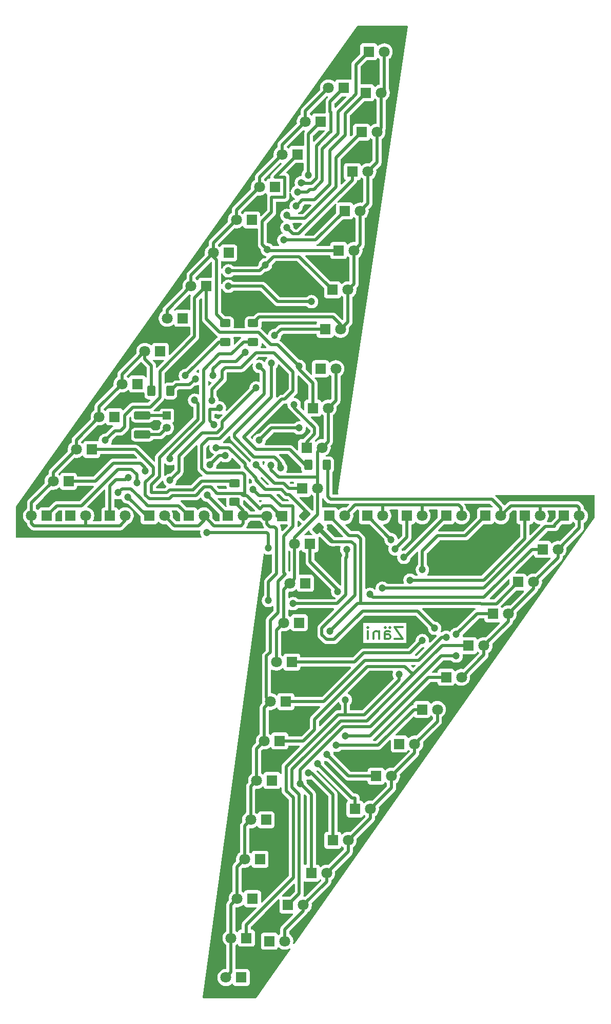
<source format=gbr>
%TF.GenerationSoftware,KiCad,Pcbnew,9.0.7*%
%TF.CreationDate,2026-02-10T16:13:09+02:00*%
%TF.ProjectId,sik_ledim_ss_,73696b5f-6c65-4646-996d-f67373f62e6b,rev?*%
%TF.SameCoordinates,Original*%
%TF.FileFunction,Copper,L2,Bot*%
%TF.FilePolarity,Positive*%
%FSLAX46Y46*%
G04 Gerber Fmt 4.6, Leading zero omitted, Abs format (unit mm)*
G04 Created by KiCad (PCBNEW 9.0.7) date 2026-02-10 16:13:09*
%MOMM*%
%LPD*%
G01*
G04 APERTURE LIST*
G04 Aperture macros list*
%AMRoundRect*
0 Rectangle with rounded corners*
0 $1 Rounding radius*
0 $2 $3 $4 $5 $6 $7 $8 $9 X,Y pos of 4 corners*
0 Add a 4 corners polygon primitive as box body*
4,1,4,$2,$3,$4,$5,$6,$7,$8,$9,$2,$3,0*
0 Add four circle primitives for the rounded corners*
1,1,$1+$1,$2,$3*
1,1,$1+$1,$4,$5*
1,1,$1+$1,$6,$7*
1,1,$1+$1,$8,$9*
0 Add four rect primitives between the rounded corners*
20,1,$1+$1,$2,$3,$4,$5,0*
20,1,$1+$1,$4,$5,$6,$7,0*
20,1,$1+$1,$6,$7,$8,$9,0*
20,1,$1+$1,$8,$9,$2,$3,0*%
G04 Aperture macros list end*
%ADD10C,0.300000*%
%TA.AperFunction,NonConductor*%
%ADD11C,0.300000*%
%TD*%
%TA.AperFunction,ComponentPad*%
%ADD12R,1.800000X1.800000*%
%TD*%
%TA.AperFunction,ComponentPad*%
%ADD13C,1.800000*%
%TD*%
%TA.AperFunction,ComponentPad*%
%ADD14R,1.350000X1.350000*%
%TD*%
%TA.AperFunction,ComponentPad*%
%ADD15C,1.350000*%
%TD*%
%TA.AperFunction,SMDPad,CuDef*%
%ADD16RoundRect,0.250000X-0.400000X-0.625000X0.400000X-0.625000X0.400000X0.625000X-0.400000X0.625000X0*%
%TD*%
%TA.AperFunction,SMDPad,CuDef*%
%ADD17RoundRect,0.250000X-0.625000X0.400000X-0.625000X-0.400000X0.625000X-0.400000X0.625000X0.400000X0*%
%TD*%
%TA.AperFunction,SMDPad,CuDef*%
%ADD18RoundRect,0.250000X-1.100000X0.412500X-1.100000X-0.412500X1.100000X-0.412500X1.100000X0.412500X0*%
%TD*%
%TA.AperFunction,SMDPad,CuDef*%
%ADD19RoundRect,0.250000X-0.724784X-0.159099X-0.159099X-0.724784X0.724784X0.159099X0.159099X0.724784X0*%
%TD*%
%TA.AperFunction,SMDPad,CuDef*%
%ADD20RoundRect,0.250000X0.400000X0.625000X-0.400000X0.625000X-0.400000X-0.625000X0.400000X-0.625000X0*%
%TD*%
%TA.AperFunction,SMDPad,CuDef*%
%ADD21RoundRect,0.250000X0.625000X-0.400000X0.625000X0.400000X-0.625000X0.400000X-0.625000X-0.400000X0*%
%TD*%
%TA.AperFunction,ViaPad*%
%ADD22C,1.200000*%
%TD*%
%TA.AperFunction,Conductor*%
%ADD23C,0.500000*%
%TD*%
G04 APERTURE END LIST*
D10*
D11*
X143534917Y-161315638D02*
X142201584Y-161315638D01*
X142201584Y-161315638D02*
X143534917Y-163315638D01*
X143534917Y-163315638D02*
X142201584Y-163315638D01*
X140582536Y-163315638D02*
X140582536Y-162268019D01*
X140582536Y-162268019D02*
X140677774Y-162077542D01*
X140677774Y-162077542D02*
X140868250Y-161982304D01*
X140868250Y-161982304D02*
X141249203Y-161982304D01*
X141249203Y-161982304D02*
X141439679Y-162077542D01*
X140582536Y-163220400D02*
X140773012Y-163315638D01*
X140773012Y-163315638D02*
X141249203Y-163315638D01*
X141249203Y-163315638D02*
X141439679Y-163220400D01*
X141439679Y-163220400D02*
X141534917Y-163029923D01*
X141534917Y-163029923D02*
X141534917Y-162839447D01*
X141534917Y-162839447D02*
X141439679Y-162648971D01*
X141439679Y-162648971D02*
X141249203Y-162553733D01*
X141249203Y-162553733D02*
X140773012Y-162553733D01*
X140773012Y-162553733D02*
X140582536Y-162458495D01*
X141439679Y-161315638D02*
X141344441Y-161410876D01*
X141344441Y-161410876D02*
X141439679Y-161506114D01*
X141439679Y-161506114D02*
X141534917Y-161410876D01*
X141534917Y-161410876D02*
X141439679Y-161315638D01*
X141439679Y-161315638D02*
X141439679Y-161506114D01*
X140677774Y-161315638D02*
X140582536Y-161410876D01*
X140582536Y-161410876D02*
X140677774Y-161506114D01*
X140677774Y-161506114D02*
X140773012Y-161410876D01*
X140773012Y-161410876D02*
X140677774Y-161315638D01*
X140677774Y-161315638D02*
X140677774Y-161506114D01*
X139630155Y-161982304D02*
X139630155Y-163315638D01*
X139630155Y-162172780D02*
X139534917Y-162077542D01*
X139534917Y-162077542D02*
X139344441Y-161982304D01*
X139344441Y-161982304D02*
X139058726Y-161982304D01*
X139058726Y-161982304D02*
X138868250Y-162077542D01*
X138868250Y-162077542D02*
X138773012Y-162268019D01*
X138773012Y-162268019D02*
X138773012Y-163315638D01*
X137820631Y-163315638D02*
X137820631Y-161982304D01*
X137820631Y-161315638D02*
X137915869Y-161410876D01*
X137915869Y-161410876D02*
X137820631Y-161506114D01*
X137820631Y-161506114D02*
X137725393Y-161410876D01*
X137725393Y-161410876D02*
X137820631Y-161315638D01*
X137820631Y-161315638D02*
X137820631Y-161506114D01*
D12*
%TO.P,D8,1,K*%
%TO.N,Net-(D16-K)*%
X130765000Y-112250000D03*
D13*
%TO.P,D8,2,A*%
%TO.N,Net-(D1-A)*%
X133305000Y-112250000D03*
%TD*%
D12*
%TO.P,D47,1,K*%
%TO.N,Net-(D15-K)*%
X108225000Y-143000000D03*
D13*
%TO.P,D47,2,A*%
%TO.N,Net-(D41-A)*%
X110765000Y-143000000D03*
%TD*%
D12*
%TO.P,D60,1,K*%
%TO.N,Net-(D12-K)*%
X118638200Y-94208600D03*
D13*
%TO.P,D60,2,A*%
%TO.N,Net-(D57-A)*%
X116098200Y-94208600D03*
%TD*%
D12*
%TO.P,D7,1,K*%
%TO.N,Net-(D15-K)*%
X131990000Y-105750000D03*
D13*
%TO.P,D7,2,A*%
%TO.N,Net-(D1-A)*%
X134530000Y-105750000D03*
%TD*%
D12*
%TO.P,D43,1,K*%
%TO.N,Net-(D11-K)*%
X137725000Y-143000000D03*
D13*
%TO.P,D43,2,A*%
%TO.N,Net-(D41-A)*%
X140265000Y-143000000D03*
%TD*%
D12*
%TO.P,D13,1,K*%
%TO.N,Net-(D13-K)*%
X128270000Y-147620647D03*
D13*
%TO.P,D13,2,A*%
%TO.N,Net-(D10-A)*%
X125730000Y-147620647D03*
%TD*%
D12*
%TO.P,D5,1,K*%
%TO.N,Net-(D13-K)*%
X133990000Y-92750000D03*
D13*
%TO.P,D5,2,A*%
%TO.N,Net-(D1-A)*%
X136530000Y-92750000D03*
%TD*%
D12*
%TO.P,D55,1,K*%
%TO.N,Net-(D15-K)*%
X99766000Y-121259600D03*
D13*
%TO.P,D55,2,A*%
%TO.N,Net-(D49-A)*%
X97226000Y-121259600D03*
%TD*%
D12*
%TO.P,D25,1,K*%
%TO.N,Net-(D1-K)*%
X121564400Y-213131400D03*
D13*
%TO.P,D25,2,A*%
%TO.N,Net-(D25-A)*%
X124104400Y-213131400D03*
%TD*%
D12*
%TO.P,D64,1,K*%
%TO.N,Net-(D16-K)*%
X133852800Y-72440800D03*
D13*
%TO.P,D64,2,A*%
%TO.N,Net-(D57-A)*%
X131312800Y-72440800D03*
%TD*%
D12*
%TO.P,D41,1,K*%
%TO.N,Net-(D1-K)*%
X150725000Y-143000000D03*
D13*
%TO.P,D41,2,A*%
%TO.N,Net-(D41-A)*%
X153265000Y-143000000D03*
%TD*%
D12*
%TO.P,D26,1,K*%
%TO.N,Net-(D10-K)*%
X124612400Y-207162400D03*
D13*
%TO.P,D26,2,A*%
%TO.N,Net-(D25-A)*%
X127152400Y-207162400D03*
%TD*%
D12*
%TO.P,D14,1,K*%
%TO.N,Net-(D14-K)*%
X127500000Y-154120647D03*
D13*
%TO.P,D14,2,A*%
%TO.N,Net-(D10-A)*%
X124960000Y-154120647D03*
%TD*%
D12*
%TO.P,D15,1,K*%
%TO.N,Net-(D15-K)*%
X126500000Y-160620647D03*
D13*
%TO.P,D15,2,A*%
%TO.N,Net-(D10-A)*%
X123960000Y-160620647D03*
%TD*%
D12*
%TO.P,D40,1,K*%
%TO.N,Net-(D16-K)*%
X157225000Y-143000000D03*
D13*
%TO.P,D40,2,A*%
%TO.N,Net-(D33-A)*%
X159765000Y-143000000D03*
%TD*%
D12*
%TO.P,D35,1,K*%
%TO.N,Net-(D11-K)*%
X158445200Y-159156400D03*
D13*
%TO.P,D35,2,A*%
%TO.N,Net-(D33-A)*%
X160985200Y-159156400D03*
%TD*%
D12*
%TO.P,D36,1,K*%
%TO.N,Net-(D12-K)*%
X162610800Y-153924000D03*
D13*
%TO.P,D36,2,A*%
%TO.N,Net-(D33-A)*%
X165150800Y-153924000D03*
%TD*%
D12*
%TO.P,D37,1,K*%
%TO.N,Net-(D13-K)*%
X166649400Y-148539200D03*
D13*
%TO.P,D37,2,A*%
%TO.N,Net-(D33-A)*%
X169189400Y-148539200D03*
%TD*%
D12*
%TO.P,D48,1,K*%
%TO.N,Net-(D16-K)*%
X101725000Y-143000000D03*
D13*
%TO.P,D48,2,A*%
%TO.N,Net-(D41-A)*%
X104265000Y-143000000D03*
%TD*%
D12*
%TO.P,D3,1,K*%
%TO.N,Net-(D11-K)*%
X136765000Y-79750000D03*
D13*
%TO.P,D3,2,A*%
%TO.N,Net-(D1-A)*%
X139305000Y-79750000D03*
%TD*%
D12*
%TO.P,D56,1,K*%
%TO.N,Net-(D16-K)*%
X103550600Y-115874800D03*
D13*
%TO.P,D56,2,A*%
%TO.N,Net-(D49-A)*%
X101010600Y-115874800D03*
%TD*%
D12*
%TO.P,D22,1,K*%
%TO.N,Net-(D14-K)*%
X118765000Y-206120647D03*
D13*
%TO.P,D22,2,A*%
%TO.N,Net-(D17-A)*%
X116225000Y-206120647D03*
%TD*%
D12*
%TO.P,D45,1,K*%
%TO.N,Net-(D13-K)*%
X123697224Y-143024996D03*
D13*
%TO.P,D45,2,A*%
%TO.N,Net-(D41-A)*%
X121157224Y-143024996D03*
%TD*%
D12*
%TO.P,D23,1,K*%
%TO.N,Net-(D15-K)*%
X117765000Y-212620647D03*
D13*
%TO.P,D23,2,A*%
%TO.N,Net-(D17-A)*%
X115225000Y-212620647D03*
%TD*%
D12*
%TO.P,D10,1,K*%
%TO.N,Net-(D10-K)*%
X128725000Y-125250000D03*
D13*
%TO.P,D10,2,A*%
%TO.N,Net-(D10-A)*%
X131265000Y-125250000D03*
%TD*%
D12*
%TO.P,D21,1,K*%
%TO.N,Net-(D13-K)*%
X120000000Y-199620647D03*
D13*
%TO.P,D21,2,A*%
%TO.N,Net-(D17-A)*%
X117460000Y-199620647D03*
%TD*%
D12*
%TO.P,D27,1,K*%
%TO.N,Net-(D11-K)*%
X128473200Y-201904600D03*
D13*
%TO.P,D27,2,A*%
%TO.N,Net-(D25-A)*%
X131013200Y-201904600D03*
%TD*%
D12*
%TO.P,D58,1,K*%
%TO.N,Net-(D10-K)*%
X111170600Y-105130600D03*
D13*
%TO.P,D58,2,A*%
%TO.N,Net-(D57-A)*%
X108630600Y-105130600D03*
%TD*%
D12*
%TO.P,D12,1,K*%
%TO.N,Net-(D12-K)*%
X127000000Y-138500000D03*
D13*
%TO.P,D12,2,A*%
%TO.N,Net-(D10-A)*%
X129540000Y-138500000D03*
%TD*%
D12*
%TO.P,D50,1,K*%
%TO.N,Net-(D10-K)*%
X88722200Y-142976600D03*
D13*
%TO.P,D50,2,A*%
%TO.N,Net-(D49-A)*%
X91262200Y-142976600D03*
%TD*%
D12*
%TO.P,D24,1,K*%
%TO.N,Net-(D16-K)*%
X116916200Y-219119447D03*
D13*
%TO.P,D24,2,A*%
%TO.N,Net-(D17-A)*%
X114376200Y-219119447D03*
%TD*%
D12*
%TO.P,D20,1,K*%
%TO.N,Net-(D12-K)*%
X121000000Y-193120647D03*
D13*
%TO.P,D20,2,A*%
%TO.N,Net-(D17-A)*%
X118460000Y-193120647D03*
%TD*%
D12*
%TO.P,D53,1,K*%
%TO.N,Net-(D13-K)*%
X92222200Y-132054600D03*
D13*
%TO.P,D53,2,A*%
%TO.N,Net-(D49-A)*%
X89682200Y-132054600D03*
%TD*%
D12*
%TO.P,D17,1,K*%
%TO.N,Net-(D1-K)*%
X124265000Y-173620647D03*
D13*
%TO.P,D17,2,A*%
%TO.N,Net-(D17-A)*%
X121725000Y-173620647D03*
%TD*%
D12*
%TO.P,D51,1,K*%
%TO.N,Net-(D11-K)*%
X84836000Y-143000000D03*
D13*
%TO.P,D51,2,A*%
%TO.N,Net-(D49-A)*%
X82296000Y-143000000D03*
%TD*%
D12*
%TO.P,D2,1,K*%
%TO.N,Net-(D10-K)*%
X137490000Y-73250000D03*
D13*
%TO.P,D2,2,A*%
%TO.N,Net-(D1-A)*%
X140030000Y-73250000D03*
%TD*%
D12*
%TO.P,D59,1,K*%
%TO.N,Net-(D11-K)*%
X114828200Y-99644200D03*
D13*
%TO.P,D59,2,A*%
%TO.N,Net-(D57-A)*%
X112288200Y-99644200D03*
%TD*%
D12*
%TO.P,D61,1,K*%
%TO.N,Net-(D13-K)*%
X122448200Y-88798400D03*
D13*
%TO.P,D61,2,A*%
%TO.N,Net-(D57-A)*%
X119908200Y-88798400D03*
%TD*%
D12*
%TO.P,D19,1,K*%
%TO.N,Net-(D11-K)*%
X122000000Y-186620647D03*
D13*
%TO.P,D19,2,A*%
%TO.N,Net-(D17-A)*%
X119460000Y-186620647D03*
%TD*%
D12*
%TO.P,D11,1,K*%
%TO.N,Net-(D11-K)*%
X127725000Y-131750000D03*
D13*
%TO.P,D11,2,A*%
%TO.N,Net-(D10-A)*%
X130265000Y-131750000D03*
%TD*%
D12*
%TO.P,D46,1,K*%
%TO.N,Net-(D14-K)*%
X114725000Y-143000000D03*
D13*
%TO.P,D46,2,A*%
%TO.N,Net-(D41-A)*%
X117265000Y-143000000D03*
%TD*%
D12*
%TO.P,D44,1,K*%
%TO.N,Net-(D12-K)*%
X131460000Y-143000000D03*
D13*
%TO.P,D44,2,A*%
%TO.N,Net-(D41-A)*%
X134000000Y-143000000D03*
%TD*%
D12*
%TO.P,D34,1,K*%
%TO.N,Net-(D10-K)*%
X154432000Y-164388800D03*
D13*
%TO.P,D34,2,A*%
%TO.N,Net-(D33-A)*%
X156972000Y-164388800D03*
%TD*%
D12*
%TO.P,D28,1,K*%
%TO.N,Net-(D12-K)*%
X132029200Y-196494400D03*
D13*
%TO.P,D28,2,A*%
%TO.N,Net-(D25-A)*%
X134569200Y-196494400D03*
%TD*%
D12*
%TO.P,D49,1,K*%
%TO.N,Net-(D1-K)*%
X95225000Y-143000000D03*
D13*
%TO.P,D49,2,A*%
%TO.N,Net-(D49-A)*%
X97765000Y-143000000D03*
%TD*%
D12*
%TO.P,D57,1,K*%
%TO.N,Net-(D1-K)*%
X107233600Y-110439200D03*
D13*
%TO.P,D57,2,A*%
%TO.N,Net-(D57-A)*%
X104693600Y-110439200D03*
%TD*%
D12*
%TO.P,D62,1,K*%
%TO.N,Net-(D14-K)*%
X126182000Y-83413600D03*
D13*
%TO.P,D62,2,A*%
%TO.N,Net-(D57-A)*%
X123642000Y-83413600D03*
%TD*%
D12*
%TO.P,D6,1,K*%
%TO.N,Net-(D14-K)*%
X132990000Y-99250000D03*
D13*
%TO.P,D6,2,A*%
%TO.N,Net-(D1-A)*%
X135530000Y-99250000D03*
%TD*%
D12*
%TO.P,D32,1,K*%
%TO.N,Net-(D16-K)*%
X146735800Y-174929800D03*
D13*
%TO.P,D32,2,A*%
%TO.N,Net-(D25-A)*%
X149275800Y-174929800D03*
%TD*%
D12*
%TO.P,D63,1,K*%
%TO.N,Net-(D15-K)*%
X130017400Y-78028800D03*
D13*
%TO.P,D63,2,A*%
%TO.N,Net-(D57-A)*%
X127477400Y-78028800D03*
%TD*%
D12*
%TO.P,D1,1,K*%
%TO.N,Net-(D1-K)*%
X137967800Y-66500000D03*
D13*
%TO.P,D1,2,A*%
%TO.N,Net-(D1-A)*%
X140507800Y-66500000D03*
%TD*%
D12*
%TO.P,D42,1,K*%
%TO.N,Net-(D10-K)*%
X144225000Y-143000000D03*
D13*
%TO.P,D42,2,A*%
%TO.N,Net-(D41-A)*%
X146765000Y-143000000D03*
%TD*%
D12*
%TO.P,D29,1,K*%
%TO.N,Net-(D13-K)*%
X135686800Y-191338200D03*
D13*
%TO.P,D29,2,A*%
%TO.N,Net-(D25-A)*%
X138226800Y-191338200D03*
%TD*%
D12*
%TO.P,D9,1,K*%
%TO.N,Net-(D1-K)*%
X129990000Y-118750000D03*
D13*
%TO.P,D9,2,A*%
%TO.N,Net-(D10-A)*%
X132530000Y-118750000D03*
%TD*%
D12*
%TO.P,D31,1,K*%
%TO.N,Net-(D15-K)*%
X143002000Y-180619400D03*
D13*
%TO.P,D31,2,A*%
%TO.N,Net-(D25-A)*%
X145542000Y-180619400D03*
%TD*%
D12*
%TO.P,D39,1,K*%
%TO.N,Net-(D15-K)*%
X163725000Y-143000000D03*
D13*
%TO.P,D39,2,A*%
%TO.N,Net-(D33-A)*%
X166265000Y-143000000D03*
%TD*%
D12*
%TO.P,D16,1,K*%
%TO.N,Net-(D16-K)*%
X125265000Y-167120647D03*
D13*
%TO.P,D16,2,A*%
%TO.N,Net-(D10-A)*%
X122725000Y-167120647D03*
%TD*%
D12*
%TO.P,D38,1,K*%
%TO.N,Net-(D14-K)*%
X170180000Y-143000000D03*
D13*
%TO.P,D38,2,A*%
%TO.N,Net-(D33-A)*%
X172720000Y-143000000D03*
%TD*%
D12*
%TO.P,D54,1,K*%
%TO.N,Net-(D14-K)*%
X96006800Y-126695200D03*
D13*
%TO.P,D54,2,A*%
%TO.N,Net-(D49-A)*%
X93466800Y-126695200D03*
%TD*%
D12*
%TO.P,D30,1,K*%
%TO.N,Net-(D14-K)*%
X139166600Y-185928000D03*
D13*
%TO.P,D30,2,A*%
%TO.N,Net-(D25-A)*%
X141706600Y-185928000D03*
%TD*%
D12*
%TO.P,D4,1,K*%
%TO.N,Net-(D12-K)*%
X135265000Y-86250000D03*
D13*
%TO.P,D4,2,A*%
%TO.N,Net-(D1-A)*%
X137805000Y-86250000D03*
%TD*%
D12*
%TO.P,D52,1,K*%
%TO.N,Net-(D12-K)*%
X88407200Y-137312400D03*
D13*
%TO.P,D52,2,A*%
%TO.N,Net-(D49-A)*%
X85867200Y-137312400D03*
%TD*%
D12*
%TO.P,D33,1,K*%
%TO.N,Net-(D1-K)*%
X150723600Y-169621200D03*
D13*
%TO.P,D33,2,A*%
%TO.N,Net-(D33-A)*%
X153263600Y-169621200D03*
%TD*%
D12*
%TO.P,D18,1,K*%
%TO.N,Net-(D10-K)*%
X123265000Y-180120647D03*
D13*
%TO.P,D18,2,A*%
%TO.N,Net-(D17-A)*%
X120725000Y-180120647D03*
%TD*%
D14*
%TO.P,J2,1,Pin_1*%
%TO.N,+5V*%
X104648000Y-126492000D03*
D15*
%TO.P,J2,2,Pin_2*%
%TO.N,GND*%
X104648000Y-128492000D03*
%TD*%
D16*
%TO.P,R5,1*%
%TO.N,Net-(U1-PA4)*%
X127964000Y-134620000D03*
%TO.P,R5,2*%
%TO.N,Net-(D33-A)*%
X131064000Y-134620000D03*
%TD*%
D17*
%TO.P,R6,1*%
%TO.N,Net-(U1-PA5)*%
X115824000Y-137616000D03*
%TO.P,R6,2*%
%TO.N,Net-(D41-A)*%
X115824000Y-140716000D03*
%TD*%
D18*
%TO.P,C1,1*%
%TO.N,+5V*%
X100584000Y-126492000D03*
%TO.P,C1,2*%
%TO.N,GND*%
X100584000Y-129617000D03*
%TD*%
D19*
%TO.P,R4,1*%
%TO.N,Net-(U1-AREF{slash}PA3)*%
X127427984Y-142894158D03*
%TO.P,R4,2*%
%TO.N,Net-(D25-A)*%
X129620016Y-145086190D03*
%TD*%
D20*
%TO.P,R7,1*%
%TO.N,Net-(U1-PA6)*%
X105182000Y-122428000D03*
%TO.P,R7,2*%
%TO.N,Net-(D49-A)*%
X102082000Y-122428000D03*
%TD*%
D21*
%TO.P,R8,1*%
%TO.N,Net-(U1-PA7)*%
X114300000Y-114352000D03*
%TO.P,R8,2*%
%TO.N,Net-(D57-A)*%
X114300000Y-111252000D03*
%TD*%
%TO.P,R1,1*%
%TO.N,Net-(U1-PA0)*%
X118872000Y-114352000D03*
%TO.P,R1,2*%
%TO.N,Net-(D1-A)*%
X118872000Y-111252000D03*
%TD*%
D22*
%TO.N,Net-(D16-K)*%
X122428000Y-113284000D03*
%TO.N,Net-(D14-K)*%
X105156000Y-137160000D03*
X140208000Y-154940000D03*
X119380000Y-121920000D03*
X131064000Y-182372000D03*
X111338500Y-139613500D03*
X121226199Y-99122991D03*
%TO.N,Net-(D16-K)*%
X98149595Y-139874000D03*
X146812000Y-163576000D03*
X132588000Y-180848000D03*
X146812000Y-151892000D03*
X123444000Y-135128000D03*
X121920000Y-117856000D03*
X126827220Y-88079008D03*
%TO.N,GND*%
X113295128Y-125211699D03*
X112379203Y-127950372D03*
%TO.N,Net-(U1-PA6)*%
X109330342Y-120406572D03*
%TO.N,Net-(D1-K)*%
X114808000Y-105156000D03*
X98224895Y-136666000D03*
X134112000Y-179324000D03*
X150723600Y-163038800D03*
X143764000Y-149860000D03*
X128524000Y-107696000D03*
X126184595Y-89652870D03*
%TO.N,Net-(D15-K)*%
X143002000Y-169164000D03*
X114808000Y-102616000D03*
X96575000Y-139192000D03*
X121412000Y-148336000D03*
X134112000Y-173341301D03*
X144780000Y-153590000D03*
X127954595Y-86806595D03*
X111252000Y-145796000D03*
X120909423Y-101605423D03*
%TO.N,Net-(U1-PA4)*%
X112093046Y-124009614D03*
%TO.N,Net-(U1-AREF{slash}PA3)*%
X112756747Y-131768001D03*
%TO.N,Net-(U1-PA5)*%
X109220000Y-123952000D03*
%TO.N,Net-(D10-K)*%
X126492000Y-118364000D03*
X142298732Y-148474366D03*
X126492000Y-128524000D03*
X125984000Y-91948000D03*
X119888000Y-130556000D03*
X94488000Y-130556000D03*
%TO.N,Net-(D12-K)*%
X124460000Y-95504000D03*
X131572000Y-162052000D03*
X101077379Y-135592502D03*
X114300000Y-133096000D03*
X119380000Y-134620000D03*
X111760000Y-134620000D03*
X128016000Y-185420000D03*
%TO.N,Net-(U1-PA7)*%
X107696000Y-119888000D03*
%TO.N,Net-(D11-K)*%
X126666000Y-187198000D03*
X125650000Y-124648440D03*
X141634500Y-146909500D03*
X99686673Y-137533878D03*
X124460000Y-93472000D03*
X152400000Y-162560000D03*
X152400000Y-166116000D03*
%TO.N,Net-(D13-K)*%
X119888000Y-118364000D03*
X138176000Y-155956000D03*
X129540000Y-183896000D03*
X132842000Y-155470647D03*
X117540595Y-116016595D03*
X123952000Y-97536000D03*
X112268000Y-119888000D03*
%TO.N,Net-(U1-PA0)*%
X105156000Y-133604000D03*
%TO.N,Net-(D17-A)*%
X118872000Y-138684000D03*
%TO.N,Net-(D10-A)*%
X121812435Y-134650501D03*
%TO.N,Net-(D25-A)*%
X148844000Y-161544000D03*
%TO.N,Net-(D41-A)*%
X125476000Y-157480000D03*
X134301000Y-148590000D03*
X121412000Y-156972000D03*
%TD*%
D23*
%TO.N,Net-(D14-K)*%
X168656000Y-144524000D02*
X170180000Y-143000000D01*
X156972000Y-154940000D02*
X167132000Y-144780000D01*
X124099200Y-90449400D02*
X124099200Y-87147400D01*
X167132000Y-144780000D02*
X168656000Y-144780000D01*
X132990000Y-99250000D02*
X120904000Y-99250000D01*
X121226199Y-99122991D02*
X120396000Y-98292792D01*
X121920000Y-90449400D02*
X124099200Y-90449400D01*
X139166600Y-185928000D02*
X134620000Y-185928000D01*
X140208000Y-154940000D02*
X156972000Y-154940000D01*
X122448200Y-87147400D02*
X126182000Y-83413600D01*
X121031009Y-99122991D02*
X120904000Y-99250000D01*
X110474628Y-129301372D02*
X112938806Y-129301372D01*
X113792000Y-127508000D02*
X119380000Y-121920000D01*
X111338500Y-139613500D02*
X114725000Y-143000000D01*
X134620000Y-185928000D02*
X131064000Y-182372000D01*
X105156000Y-137160000D02*
X106615372Y-135700628D01*
X168656000Y-144780000D02*
X168656000Y-144524000D01*
X121226199Y-99122991D02*
X121031009Y-99122991D01*
X112938806Y-129301372D02*
X113792000Y-128448178D01*
X106615372Y-135700628D02*
X106615372Y-133160628D01*
X120396000Y-98292792D02*
X120396000Y-94488000D01*
X106615372Y-133160628D02*
X110474628Y-129301372D01*
X121920000Y-92964000D02*
X121920000Y-90449400D01*
X120396000Y-94488000D02*
X121920000Y-92964000D01*
X124099200Y-87147400D02*
X122448200Y-87147400D01*
X113792000Y-128448178D02*
X113792000Y-127508000D01*
%TO.N,Net-(D16-K)*%
X146812000Y-148844000D02*
X149352000Y-146304000D01*
X153921000Y-146304000D02*
X157225000Y-143000000D01*
X131572000Y-79679800D02*
X131668400Y-79679800D01*
X149352000Y-146304000D02*
X153921000Y-146304000D01*
X122372038Y-133299501D02*
X121412000Y-133299501D01*
X130765000Y-112250000D02*
X123462000Y-112250000D01*
X123444000Y-134371462D02*
X122372038Y-133299501D01*
X127071813Y-87834415D02*
X127394992Y-88157595D01*
X123163435Y-134090898D02*
X123163435Y-134847435D01*
X131572000Y-76377800D02*
X131572000Y-74721600D01*
X135590795Y-167120647D02*
X137103442Y-165608000D01*
X121412000Y-133299501D02*
X121381499Y-133269000D01*
X115824000Y-130048000D02*
X115824000Y-129540000D01*
X129305595Y-87366198D02*
X129305595Y-82022405D01*
X123462000Y-112250000D02*
X122428000Y-113284000D01*
X126827220Y-88079008D02*
X127071813Y-87834415D01*
X115824000Y-129540000D02*
X121920000Y-123444000D01*
X139471400Y-180848000D02*
X145389600Y-174929800D01*
X145389600Y-174929800D02*
X146735800Y-174929800D01*
X121381499Y-133269000D02*
X119045000Y-133269000D01*
X125265000Y-167120647D02*
X135590795Y-167120647D01*
X121920000Y-123444000D02*
X121920000Y-117856000D01*
X123444000Y-135128000D02*
X123444000Y-134371462D01*
X146812000Y-151892000D02*
X146812000Y-148844000D01*
X128514198Y-88157595D02*
X129305595Y-87366198D01*
X132588000Y-180848000D02*
X139471400Y-180848000D01*
X129305595Y-82022405D02*
X131572000Y-79756000D01*
X131668400Y-76377800D02*
X131572000Y-76377800D01*
X127394992Y-88157595D02*
X128514198Y-88157595D01*
X119045000Y-133269000D02*
X115824000Y-130048000D01*
X123163435Y-134847435D02*
X123444000Y-135128000D01*
X101275595Y-143000000D02*
X98149595Y-139874000D01*
X122372038Y-133299501D02*
X123163435Y-134090898D01*
X144780000Y-165608000D02*
X146812000Y-163576000D01*
X137103442Y-165608000D02*
X144780000Y-165608000D01*
X131572000Y-74721600D02*
X133852800Y-72440800D01*
X131668400Y-79679800D02*
X131668400Y-76377800D01*
X131572000Y-79756000D02*
X131572000Y-79679800D01*
%TO.N,GND*%
X100584000Y-129617000D02*
X103523000Y-129617000D01*
X111760000Y-125476000D02*
X111760000Y-127331169D01*
X113295128Y-125211699D02*
X113030827Y-125476000D01*
X113030827Y-125476000D02*
X111760000Y-125476000D01*
X103523000Y-129617000D02*
X104648000Y-128492000D01*
X111760000Y-127331169D02*
X112379203Y-127950372D01*
%TO.N,Net-(U1-PA6)*%
X109330342Y-120406572D02*
X108324914Y-121412000D01*
X106172000Y-121412000D02*
X106172000Y-121438000D01*
X106172000Y-121438000D02*
X105182000Y-122428000D01*
X108324914Y-121412000D02*
X106172000Y-121412000D01*
%TO.N,Net-(D1-K)*%
X132908000Y-76388000D02*
X132908000Y-79944000D01*
X137315070Y-166812000D02*
X146224372Y-166812000D01*
X122936000Y-107696000D02*
X120396000Y-105156000D01*
X147828000Y-169621200D02*
X150723600Y-169621200D01*
X135503800Y-73820572D02*
X135232572Y-74091800D01*
X135839000Y-73457000D02*
X135503800Y-73792200D01*
X147828000Y-169672000D02*
X147828000Y-169621200D01*
X97868793Y-137022102D02*
X96271295Y-137022102D01*
X138176000Y-179324000D02*
X147828000Y-169672000D01*
X134112000Y-179324000D02*
X138176000Y-179324000D01*
X132908000Y-79944000D02*
X130306595Y-82545405D01*
X130306595Y-82545405D02*
X130306595Y-87780826D01*
X124265000Y-173620647D02*
X130506423Y-173620647D01*
X143865000Y-149860000D02*
X143764000Y-149860000D01*
X127771130Y-89652870D02*
X126184595Y-89652870D01*
X130306595Y-87780826D02*
X128928826Y-89158595D01*
X135204200Y-74091800D02*
X132908000Y-76388000D01*
X120396000Y-105156000D02*
X114808000Y-105156000D01*
X137967800Y-66500000D02*
X135839000Y-68628800D01*
X128265405Y-89158595D02*
X127771130Y-89652870D01*
X95225000Y-138068397D02*
X95225000Y-143000000D01*
X98224895Y-136666000D02*
X97868793Y-137022102D01*
X128928826Y-89158595D02*
X128265405Y-89158595D01*
X96271295Y-137022102D02*
X95225000Y-138068397D01*
X130506423Y-173620647D02*
X137315070Y-166812000D01*
X150725000Y-143000000D02*
X143865000Y-149860000D01*
X135839000Y-68628800D02*
X135839000Y-73457000D01*
X149997572Y-163038800D02*
X150723600Y-163038800D01*
X135232572Y-74091800D02*
X135204200Y-74091800D01*
X128524000Y-107696000D02*
X122936000Y-107696000D01*
X135503800Y-73792200D02*
X135503800Y-73820572D01*
X146224372Y-166812000D02*
X149997572Y-163038800D01*
%TO.N,+5V*%
X104648000Y-126492000D02*
X100584000Y-126492000D01*
%TO.N,Net-(D15-K)*%
X125491000Y-202677000D02*
X117765000Y-210403000D01*
X127954595Y-86806595D02*
X127954595Y-84389405D01*
X156906372Y-153590000D02*
X163725000Y-146771372D01*
X121158000Y-145796000D02*
X121412000Y-146050000D01*
X117765000Y-210403000D02*
X117765000Y-212620647D01*
X101489628Y-141349000D02*
X106574000Y-141349000D01*
X126491000Y-100251000D02*
X131990000Y-105750000D01*
X125491000Y-189484000D02*
X124314000Y-188307000D01*
X122263846Y-100251000D02*
X126491000Y-100251000D01*
X96575000Y-139192000D02*
X97244000Y-138523000D01*
X106574000Y-141349000D02*
X108225000Y-143000000D01*
X125491000Y-189484000D02*
X125491000Y-202677000D01*
X127954595Y-84389405D02*
X128016000Y-84328000D01*
X100091000Y-139950372D02*
X101489628Y-141349000D01*
X121412000Y-146050000D02*
X121412000Y-148336000D01*
X119898846Y-102616000D02*
X120909423Y-101605423D01*
X143002000Y-170034372D02*
X143002000Y-169164000D01*
X128016000Y-84328000D02*
X128016000Y-80030200D01*
X163725000Y-146771372D02*
X163725000Y-143000000D01*
X100091000Y-139904802D02*
X100091000Y-139950372D01*
X134112000Y-175798000D02*
X137238372Y-175798000D01*
X137238372Y-175798000D02*
X143002000Y-170034372D01*
X144780000Y-153590000D02*
X156906372Y-153590000D01*
X98709198Y-138523000D02*
X100091000Y-139904802D01*
X134112000Y-173341301D02*
X134112000Y-175798000D01*
X124314000Y-188307000D02*
X124314000Y-184380141D01*
X128016000Y-80030200D02*
X130017400Y-78028800D01*
X114808000Y-102616000D02*
X119898846Y-102616000D01*
X111252000Y-145796000D02*
X121158000Y-145796000D01*
X97244000Y-138523000D02*
X98709198Y-138523000D01*
X120909423Y-101605423D02*
X122263846Y-100251000D01*
X124314000Y-184380141D02*
X132896141Y-175798000D01*
X132896141Y-175798000D02*
X134112000Y-175798000D01*
%TO.N,Net-(U1-PA4)*%
X123617000Y-123779000D02*
X124125000Y-123779000D01*
X116918978Y-118548814D02*
X114300000Y-118548814D01*
X113792000Y-120396000D02*
X112093046Y-122094954D01*
X119380000Y-116087793D02*
X116918978Y-118548814D01*
X124125000Y-123779000D02*
X125476000Y-122428000D01*
X112093046Y-122094954D02*
X112093046Y-124009614D01*
X127964000Y-134620000D02*
X127456000Y-134620000D01*
X125476000Y-119258603D02*
X122305190Y-116087793D01*
X125476000Y-122428000D02*
X125476000Y-119258603D01*
X114300000Y-118548814D02*
X113792000Y-119056814D01*
X124916000Y-132080000D02*
X119380000Y-132080000D01*
X122305190Y-116087793D02*
X119380000Y-116087793D01*
X127456000Y-134620000D02*
X124916000Y-132080000D01*
X119380000Y-132080000D02*
X117348000Y-130048000D01*
X117348000Y-130048000D02*
X123617000Y-123779000D01*
X113792000Y-119056814D02*
X113792000Y-120396000D01*
%TO.N,Net-(U1-AREF{slash}PA3)*%
X117547814Y-134928186D02*
X119380000Y-136760373D01*
X119380000Y-137160000D02*
X119380000Y-136760373D01*
X120889000Y-138669000D02*
X119380000Y-137160000D01*
X120889000Y-138669000D02*
X122428000Y-138669000D01*
X117547814Y-134928186D02*
X117547814Y-134433210D01*
X120904000Y-138669000D02*
X120889000Y-138669000D01*
X122428000Y-138669000D02*
X120904000Y-138669000D01*
X124890856Y-139501000D02*
X124369372Y-139501000D01*
X127427984Y-142894158D02*
X127427984Y-142038128D01*
X123537372Y-138669000D02*
X124369372Y-139501000D01*
X119395000Y-137160000D02*
X120904000Y-138669000D01*
X122428000Y-138669000D02*
X123537372Y-138669000D01*
X112779748Y-131745000D02*
X112756747Y-131768001D01*
X117547814Y-134433210D02*
X114859603Y-131745000D01*
X114859603Y-131745000D02*
X112779748Y-131745000D01*
X127427984Y-142038128D02*
X124890856Y-139501000D01*
%TO.N,Net-(U1-PA5)*%
X108986500Y-138639269D02*
X110364269Y-137261500D01*
X105127975Y-138699000D02*
X104634975Y-139192000D01*
X102093000Y-137903112D02*
X103429379Y-136566733D01*
X102163884Y-139192000D02*
X102093000Y-139121116D01*
X103429379Y-136566733D02*
X103429379Y-133406993D01*
X102093000Y-139121116D02*
X102093000Y-137903112D01*
X104634975Y-139192000D02*
X102163884Y-139192000D01*
X108986500Y-138639269D02*
X108986500Y-138699000D01*
X115469500Y-137261500D02*
X110364269Y-137261500D01*
X109743000Y-127093372D02*
X109743000Y-124475000D01*
X108986500Y-138699000D02*
X105127975Y-138699000D01*
X103429379Y-133406993D02*
X109743000Y-127093372D01*
X109743000Y-124475000D02*
X109220000Y-123952000D01*
%TO.N,Net-(D10-K)*%
X97000000Y-129004000D02*
X97657800Y-128346200D01*
X103483000Y-123474556D02*
X101879056Y-125078500D01*
X123265000Y-180120647D02*
X127157866Y-180120647D01*
X128725000Y-121105000D02*
X128725000Y-125250000D01*
X119888000Y-130556000D02*
X121920000Y-128524000D01*
X101879056Y-125078500D02*
X99062444Y-125078500D01*
X129032000Y-90932000D02*
X127000000Y-90932000D01*
X129001257Y-178277256D02*
X129001257Y-176541441D01*
X97657800Y-128346200D02*
X97657800Y-126483144D01*
X103483000Y-123474556D02*
X103483000Y-119183800D01*
X126492000Y-118364000D02*
X126492000Y-118872000D01*
X109220000Y-107081200D02*
X109220000Y-113446800D01*
X137729698Y-167813000D02*
X143937000Y-167813000D01*
X137653000Y-176799000D02*
X145288000Y-169164000D01*
X127157866Y-180120647D02*
X129001257Y-178277256D01*
X133310769Y-176799000D02*
X137653000Y-176799000D01*
X150063200Y-164388800D02*
X154432000Y-164388800D01*
X125315000Y-187757603D02*
X125315000Y-184794768D01*
X121775556Y-114808000D02*
X119743556Y-112776000D01*
X109220000Y-107081200D02*
X111170600Y-105130600D01*
X111170600Y-110570156D02*
X111170600Y-105130600D01*
X143937000Y-167813000D02*
X145288000Y-169164000D01*
X126492000Y-205282800D02*
X126492000Y-188934603D01*
X99062444Y-125078500D02*
X97657800Y-126483144D01*
X119743556Y-112776000D02*
X113376444Y-112776000D01*
X127000000Y-90932000D02*
X126014658Y-91917342D01*
X124612400Y-207162400D02*
X126492000Y-205282800D01*
X113376444Y-112776000D02*
X111170600Y-110570156D01*
X144225000Y-143000000D02*
X144225000Y-146548098D01*
X129001257Y-176541441D02*
X137729698Y-167813000D01*
X121920000Y-128524000D02*
X126492000Y-128524000D01*
X103483000Y-119183800D02*
X109220000Y-113446800D01*
X125315000Y-184794768D02*
X133310769Y-176799000D01*
X131572000Y-88392000D02*
X129032000Y-90932000D01*
X137490000Y-73250000D02*
X134112000Y-76628000D01*
X126492000Y-188934603D02*
X125315000Y-187757603D01*
X94488000Y-130556000D02*
X96040000Y-129004000D01*
X134112000Y-76628000D02*
X134112000Y-80264000D01*
X126492000Y-118872000D02*
X128725000Y-121105000D01*
X131572000Y-82804000D02*
X131572000Y-88392000D01*
X145288000Y-169164000D02*
X150063200Y-164388800D01*
X144225000Y-146548098D02*
X142298732Y-148474366D01*
X134112000Y-80264000D02*
X131572000Y-82804000D01*
X96040000Y-129004000D02*
X97000000Y-129004000D01*
X122936000Y-114808000D02*
X121775556Y-114808000D01*
X122936000Y-114808000D02*
X126492000Y-118364000D01*
%TO.N,Net-(D12-K)*%
X136652000Y-157480000D02*
X156464000Y-157480000D01*
X135265000Y-87650000D02*
X135265000Y-86250000D01*
X136078000Y-146238000D02*
X136652000Y-146812000D01*
X156464000Y-157480000D02*
X156489400Y-157505400D01*
X123952000Y-137668000D02*
X124784000Y-138500000D01*
X124784000Y-138500000D02*
X127000000Y-138500000D01*
X125476000Y-96520000D02*
X126395000Y-96520000D01*
X134698000Y-146238000D02*
X136078000Y-146238000D01*
X132029200Y-188925200D02*
X128524000Y-185420000D01*
X131460000Y-143000000D02*
X134698000Y-146238000D01*
X101077379Y-135592502D02*
X101077379Y-135098941D01*
X114300000Y-133096000D02*
X113284000Y-133096000D01*
X159029400Y-157505400D02*
X162610800Y-153924000D01*
X100293438Y-134315000D02*
X95809000Y-134315000D01*
X119380000Y-134620000D02*
X122428000Y-137668000D01*
X156489400Y-157505400D02*
X159029400Y-157505400D01*
X126395000Y-96520000D02*
X135265000Y-87650000D01*
X136652000Y-146812000D02*
X136652000Y-157480000D01*
X124460000Y-95504000D02*
X125476000Y-96520000D01*
X113284000Y-133096000D02*
X111760000Y-134620000D01*
X92811600Y-137312400D02*
X88407200Y-137312400D01*
X131572000Y-162052000D02*
X136144000Y-157480000D01*
X136144000Y-157480000D02*
X136652000Y-157480000D01*
X122428000Y-137668000D02*
X123952000Y-137668000D01*
X101077379Y-135098941D02*
X100293438Y-134315000D01*
X132029200Y-196494400D02*
X132029200Y-188925200D01*
X95809000Y-134315000D02*
X92811600Y-137312400D01*
X128524000Y-185420000D02*
X128016000Y-185420000D01*
%TO.N,Net-(U1-PA7)*%
X107696000Y-119888000D02*
X113232000Y-114352000D01*
X113232000Y-114352000D02*
X114300000Y-114352000D01*
%TO.N,Net-(D11-K)*%
X133725397Y-177800000D02*
X138233572Y-177800000D01*
X124968000Y-93980000D02*
X124460000Y-93472000D01*
X90552169Y-141325600D02*
X86510400Y-141325600D01*
X125650000Y-125142000D02*
X129032000Y-128524000D01*
X138233572Y-177800000D02*
X149917572Y-166116000D01*
X141634500Y-146909500D02*
X137725000Y-143000000D01*
X125650000Y-124648440D02*
X125650000Y-125142000D01*
X98784498Y-135315000D02*
X99686673Y-136217175D01*
X136765000Y-79750000D02*
X132573000Y-83942000D01*
X129032000Y-129540000D02*
X127725000Y-130847000D01*
X132573000Y-83942000D02*
X132573000Y-88806628D01*
X128473200Y-188925200D02*
X126492000Y-186944000D01*
X127725000Y-130847000D02*
X127725000Y-131750000D01*
X128473200Y-201904600D02*
X128473200Y-188925200D01*
X99686673Y-136217175D02*
X99686673Y-137533878D01*
X129032000Y-128524000D02*
X129032000Y-129540000D01*
X132573000Y-88806628D02*
X127399628Y-93980000D01*
X86510400Y-141325600D02*
X84836000Y-143000000D01*
X96562769Y-135315000D02*
X98784498Y-135315000D01*
X149917572Y-166116000D02*
X152400000Y-166116000D01*
X126666000Y-187198000D02*
X126666000Y-184859397D01*
X124968000Y-93980000D02*
X127399628Y-93980000D01*
X90552169Y-141325600D02*
X96562769Y-135315000D01*
X126666000Y-184859397D02*
X133725397Y-177800000D01*
X158445200Y-159156400D02*
X155803600Y-159156400D01*
X155803600Y-159156400D02*
X152400000Y-162560000D01*
%TO.N,Net-(D13-K)*%
X129204000Y-97536000D02*
X133990000Y-92750000D01*
X102428379Y-136152105D02*
X101092000Y-137488484D01*
X120731000Y-119207000D02*
X119888000Y-118364000D01*
X109987500Y-139113628D02*
X109987500Y-139053897D01*
X132842000Y-155194000D02*
X128270000Y-150622000D01*
X128270000Y-150622000D02*
X128270000Y-147620647D01*
X117255556Y-139700000D02*
X117856000Y-139700000D01*
X112268000Y-119888000D02*
X112268000Y-118763628D01*
X112950604Y-139315000D02*
X116870556Y-139315000D01*
X102428379Y-135032899D02*
X102428379Y-136152105D01*
X110409000Y-135179603D02*
X110409000Y-131399000D01*
X138684000Y-156464000D02*
X138176000Y-155956000D01*
X116870556Y-139315000D02*
X117255556Y-139700000D01*
X117449603Y-139315000D02*
X117449603Y-136245604D01*
X112950604Y-139315000D02*
X117449603Y-139315000D01*
X113483814Y-117547814D02*
X116009376Y-117547814D01*
X135178800Y-189534800D02*
X129540000Y-183896000D01*
X120473357Y-141373996D02*
X121841091Y-141373996D01*
X111200397Y-135971000D02*
X110409000Y-135179603D01*
X117856000Y-139700000D02*
X120001677Y-141845677D01*
X92222200Y-132054600D02*
X99450080Y-132054600D01*
X112268000Y-118763628D02*
X113483814Y-117547814D01*
X101092000Y-139535744D02*
X101764256Y-140208000D01*
X166649400Y-148539200D02*
X164896800Y-148539200D01*
X116009376Y-117547814D02*
X117540595Y-116016595D01*
X121841091Y-141373996D02*
X122808224Y-142341129D01*
X117449603Y-136245604D02*
X117174999Y-135971000D01*
X117174999Y-135971000D02*
X111200397Y-135971000D01*
X109987500Y-139053897D02*
X110778897Y-138262500D01*
X110778897Y-138262500D02*
X111898104Y-138262500D01*
X111505628Y-130302372D02*
X113353434Y-130302372D01*
X105034603Y-140208000D02*
X105542603Y-139700000D01*
X120731000Y-122924806D02*
X120731000Y-119207000D01*
X101764256Y-140208000D02*
X105034603Y-140208000D01*
X99450080Y-132054600D02*
X102428379Y-135032899D01*
X109401128Y-139700000D02*
X109987500Y-139113628D01*
X123952000Y-97536000D02*
X129204000Y-97536000D01*
X135686800Y-189534800D02*
X135178800Y-189534800D01*
X101092000Y-137488484D02*
X101092000Y-139535744D01*
X111898104Y-138262500D02*
X112950604Y-139315000D01*
X135686800Y-191338200D02*
X135686800Y-189534800D01*
X132842000Y-155470647D02*
X132842000Y-155194000D01*
X110409000Y-131399000D02*
X111505628Y-130302372D01*
X164896800Y-148539200D02*
X156972000Y-156464000D01*
X122808224Y-142341129D02*
X122808224Y-143024996D01*
X105542603Y-139700000D02*
X109401128Y-139700000D01*
X113353434Y-130302372D02*
X120731000Y-122924806D01*
X122808224Y-143024996D02*
X123697224Y-143024996D01*
X156972000Y-156464000D02*
X138684000Y-156464000D01*
X120001677Y-141845677D02*
X120473357Y-141373996D01*
%TO.N,Net-(U1-PA0)*%
X110681342Y-118934658D02*
X113284000Y-116332000D01*
X115316000Y-116332000D02*
X113284000Y-116332000D01*
X110744000Y-124060372D02*
X110681342Y-123997714D01*
X110681342Y-123997714D02*
X110681342Y-118934658D01*
X105156000Y-133604000D02*
X105156000Y-133096000D01*
X110744000Y-127508000D02*
X110744000Y-124060372D01*
X105156000Y-133096000D02*
X110744000Y-127508000D01*
X118872000Y-114352000D02*
X117296000Y-114352000D01*
X117296000Y-114352000D02*
X115316000Y-116332000D01*
%TO.N,Net-(D17-A)*%
X125348224Y-141373996D02*
X123461852Y-141373996D01*
X118460000Y-187620647D02*
X118460000Y-193120647D01*
X116225000Y-200855647D02*
X116225000Y-206120647D01*
X123937000Y-146319000D02*
X125476000Y-144780000D01*
X116225000Y-206120647D02*
X115225000Y-207120647D01*
X125476000Y-141501772D02*
X125348224Y-141373996D01*
X121725000Y-173620647D02*
X120725000Y-174620647D01*
X121074000Y-172969647D02*
X121074000Y-166116000D01*
X115225000Y-207120647D02*
X115225000Y-212620647D01*
X119858000Y-139670000D02*
X118872000Y-138684000D01*
X121074000Y-166116000D02*
X121724000Y-165466000D01*
X122959000Y-153786780D02*
X124148890Y-152596890D01*
X115225000Y-218270647D02*
X114376200Y-219119447D01*
X119460000Y-181385647D02*
X119460000Y-186620647D01*
X121757856Y-139670000D02*
X119858000Y-139670000D01*
X117460000Y-194120647D02*
X117460000Y-199620647D01*
X118460000Y-193120647D02*
X117460000Y-194120647D01*
X125476000Y-144780000D02*
X125476000Y-141501772D01*
X123937000Y-152385000D02*
X123937000Y-146319000D01*
X123461852Y-141373996D02*
X121757856Y-139670000D01*
X119460000Y-186620647D02*
X118460000Y-187620647D01*
X121724000Y-165466000D02*
X121724000Y-160239000D01*
X120725000Y-180120647D02*
X119460000Y-181385647D01*
X122959000Y-159004000D02*
X122959000Y-153786780D01*
X120725000Y-174620647D02*
X120725000Y-180120647D01*
X115225000Y-212620647D02*
X115225000Y-218270647D01*
X121725000Y-173620647D02*
X121074000Y-172969647D01*
X121724000Y-160239000D02*
X122959000Y-159004000D01*
X124148890Y-152596890D02*
X123937000Y-152385000D01*
X117460000Y-199620647D02*
X116225000Y-200855647D01*
%TO.N,Net-(D1-A)*%
X119888000Y-110236000D02*
X118872000Y-111252000D01*
X136530000Y-98250000D02*
X135530000Y-99250000D01*
X137805000Y-91475000D02*
X136530000Y-92750000D01*
X137805000Y-86250000D02*
X137805000Y-91475000D01*
X133305000Y-111488000D02*
X133305000Y-112250000D01*
X134530000Y-105750000D02*
X134530000Y-111025000D01*
X140507800Y-72772200D02*
X140030000Y-73250000D01*
X139305000Y-79750000D02*
X139305000Y-84750000D01*
X135530000Y-104750000D02*
X134530000Y-105750000D01*
X136530000Y-92750000D02*
X136530000Y-98250000D01*
X139305000Y-84750000D02*
X137805000Y-86250000D01*
X140030000Y-73250000D02*
X140030000Y-79025000D01*
X119888000Y-110236000D02*
X132053000Y-110236000D01*
X135530000Y-99250000D02*
X135530000Y-104750000D01*
X134530000Y-111025000D02*
X133305000Y-112250000D01*
X132053000Y-110236000D02*
X133305000Y-111488000D01*
X140507800Y-66500000D02*
X140507800Y-72772200D01*
X140030000Y-79025000D02*
X139305000Y-79750000D01*
%TO.N,Net-(D10-A)*%
X129540000Y-132475000D02*
X129540000Y-136652000D01*
X124960000Y-154120647D02*
X123960000Y-155120647D01*
X129540000Y-142763456D02*
X129540000Y-138500000D01*
X129540000Y-132475000D02*
X130265000Y-131750000D01*
X129540000Y-136652000D02*
X129540000Y-138500000D01*
X123960000Y-160620647D02*
X122725000Y-161855647D01*
X125730000Y-146573456D02*
X129540000Y-142763456D01*
X123960000Y-155120647D02*
X123960000Y-160620647D01*
X121812435Y-135407038D02*
X123057397Y-136652000D01*
X132530000Y-123985000D02*
X132530000Y-118750000D01*
X131265000Y-125250000D02*
X132530000Y-123985000D01*
X123057397Y-136652000D02*
X129540000Y-136652000D01*
X130265000Y-131750000D02*
X131265000Y-130750000D01*
X125730000Y-153350647D02*
X124960000Y-154120647D01*
X122725000Y-161855647D02*
X122725000Y-167120647D01*
X125730000Y-147620647D02*
X125730000Y-153350647D01*
X131265000Y-130750000D02*
X131265000Y-125250000D01*
X121812435Y-134650501D02*
X121812435Y-135407038D01*
X125730000Y-147620647D02*
X125730000Y-146573456D01*
%TO.N,Net-(D25-A)*%
X146014000Y-158714000D02*
X136942000Y-158714000D01*
X129620016Y-145086190D02*
X131772826Y-147239000D01*
X124104400Y-213131400D02*
X124104400Y-211175600D01*
X129620016Y-144860016D02*
X132080000Y-147320000D01*
X148844000Y-161544000D02*
X146014000Y-158714000D01*
X127152400Y-207162400D02*
X131013200Y-203301600D01*
X130221000Y-162611603D02*
X130221000Y-161492397D01*
X131013200Y-203301600D02*
X131013200Y-201904600D01*
X131772826Y-147239000D02*
X132161000Y-147239000D01*
X130221000Y-161492397D02*
X135651000Y-156062397D01*
X145542000Y-182092600D02*
X141706600Y-185928000D01*
X127152400Y-208127600D02*
X127152400Y-207162400D01*
X145542000Y-180619400D02*
X145542000Y-182092600D01*
X145542000Y-180619400D02*
X149275800Y-176885600D01*
X131013200Y-201904600D02*
X134569200Y-198348600D01*
X134569200Y-198348600D02*
X134569200Y-196494400D01*
X136942000Y-158714000D02*
X132253000Y-163403000D01*
X149275800Y-176885600D02*
X149275800Y-174929800D01*
X134569200Y-196494400D02*
X138226800Y-192836800D01*
X131012397Y-163403000D02*
X130221000Y-162611603D01*
X132161000Y-147239000D02*
X135062000Y-147239000D01*
X132080000Y-147320000D02*
X132161000Y-147239000D01*
X138226800Y-192836800D02*
X138226800Y-191338200D01*
X141706600Y-187858400D02*
X141706600Y-185928000D01*
X135651000Y-156062397D02*
X135651000Y-147828000D01*
X124104400Y-211175600D02*
X127152400Y-208127600D01*
X132253000Y-163403000D02*
X131012397Y-163403000D01*
X138226800Y-191338200D02*
X141706600Y-187858400D01*
X135062000Y-147239000D02*
X135651000Y-147828000D01*
%TO.N,Net-(D33-A)*%
X156972000Y-164388800D02*
X160985200Y-160375600D01*
X159765000Y-143000000D02*
X159765000Y-141727208D01*
X169189400Y-149885400D02*
X169189400Y-148539200D01*
X160985200Y-160375600D02*
X160985200Y-159156400D01*
X166265000Y-141498000D02*
X166116000Y-141349000D01*
X165150800Y-154990800D02*
X165150800Y-153924000D01*
X172720000Y-145008600D02*
X172720000Y-143000000D01*
X156972000Y-165912800D02*
X156972000Y-164388800D01*
X165150800Y-153924000D02*
X169189400Y-149885400D01*
X158260792Y-140223000D02*
X131587000Y-140223000D01*
X166265000Y-143000000D02*
X166265000Y-141498000D01*
X172720000Y-143000000D02*
X172720000Y-141727208D01*
X131587000Y-140223000D02*
X131191000Y-139827000D01*
X159765000Y-141727208D02*
X158260792Y-140223000D01*
X169189400Y-148539200D02*
X172720000Y-145008600D01*
X172720000Y-141727208D02*
X172341792Y-141349000D01*
X172341792Y-141349000D02*
X166116000Y-141349000D01*
X153263600Y-169621200D02*
X156972000Y-165912800D01*
X160985200Y-159156400D02*
X165150800Y-154990800D01*
X131191000Y-139827000D02*
X131191000Y-134747000D01*
X166116000Y-141349000D02*
X161416000Y-141349000D01*
X161416000Y-141349000D02*
X159765000Y-143000000D01*
%TO.N,Net-(D41-A)*%
X146812000Y-141224000D02*
X146812000Y-142953000D01*
X140265000Y-143000000D02*
X140265000Y-141281000D01*
X115824000Y-140716000D02*
X117265000Y-142157000D01*
X121654436Y-144795000D02*
X122428000Y-144795000D01*
X121157224Y-143024996D02*
X117289996Y-143024996D01*
X125476000Y-157480000D02*
X132743250Y-157480000D01*
X140265000Y-141281000D02*
X140208000Y-141224000D01*
X112416000Y-144651000D02*
X116886792Y-144651000D01*
X121412000Y-153918152D02*
X121412000Y-156972000D01*
X153265000Y-141727208D02*
X153265000Y-143000000D01*
X146812000Y-141224000D02*
X152761792Y-141224000D01*
X122763000Y-145130000D02*
X122763000Y-152567152D01*
X135706000Y-141224000D02*
X140208000Y-141224000D01*
X134193000Y-149941000D02*
X134193000Y-156030250D01*
X134000000Y-142930000D02*
X135706000Y-141224000D01*
X117265000Y-142157000D02*
X117265000Y-143000000D01*
X110765000Y-143762000D02*
X109876000Y-144651000D01*
X116886792Y-144651000D02*
X117265000Y-144272792D01*
X110765000Y-143000000D02*
X110765000Y-143762000D01*
X134301000Y-148590000D02*
X134301000Y-149833000D01*
X121157224Y-143024996D02*
X121157224Y-144297788D01*
X109876000Y-144651000D02*
X105916000Y-144651000D01*
X140208000Y-141224000D02*
X146812000Y-141224000D01*
X134301000Y-149833000D02*
X134193000Y-149941000D01*
X121157224Y-144297788D02*
X121654436Y-144795000D01*
X132743250Y-157480000D02*
X134193000Y-156030250D01*
X122763000Y-152567152D02*
X121412000Y-153918152D01*
X117265000Y-144272792D02*
X117265000Y-143000000D01*
X110765000Y-143000000D02*
X112416000Y-144651000D01*
X122428000Y-144795000D02*
X122763000Y-145130000D01*
X152761792Y-141224000D02*
X153265000Y-141727208D01*
X104265000Y-143000000D02*
X105916000Y-144651000D01*
%TO.N,Net-(D49-A)*%
X97226000Y-119659400D02*
X101010600Y-115874800D01*
X97765000Y-143762000D02*
X96876000Y-144651000D01*
X97226000Y-121259600D02*
X97226000Y-119659400D01*
X82296000Y-144272792D02*
X82296000Y-143000000D01*
X89682200Y-132054600D02*
X89682200Y-130479800D01*
X82674208Y-144651000D02*
X82296000Y-144272792D01*
X96876000Y-144651000D02*
X91440000Y-144651000D01*
X85867200Y-137312400D02*
X85867200Y-135869600D01*
X101010600Y-117147592D02*
X101010600Y-115874800D01*
X85867200Y-137312400D02*
X82296000Y-140883600D01*
X102082000Y-118218992D02*
X101010600Y-117147592D01*
X93466800Y-126695200D02*
X93466800Y-125018800D01*
X85867200Y-135869600D02*
X89682200Y-132054600D01*
X91262200Y-142976600D02*
X91262200Y-144473200D01*
X102082000Y-122428000D02*
X102082000Y-118218992D01*
X91440000Y-144651000D02*
X82674208Y-144651000D01*
X93466800Y-125018800D02*
X97226000Y-121259600D01*
X89682200Y-130479800D02*
X93466800Y-126695200D01*
X91262200Y-144473200D02*
X91440000Y-144651000D01*
X82296000Y-140883600D02*
X82296000Y-143000000D01*
X97765000Y-143000000D02*
X97765000Y-143762000D01*
%TO.N,Net-(D57-A)*%
X112821600Y-109773600D02*
X114300000Y-111252000D01*
X127477400Y-78028800D02*
X127477400Y-76276200D01*
X104693600Y-109067600D02*
X108630600Y-105130600D01*
X112288200Y-99644200D02*
X112288200Y-100299400D01*
X108630600Y-105130600D02*
X108630600Y-103301800D01*
X123642000Y-81864200D02*
X127477400Y-78028800D01*
X119908200Y-88798400D02*
X119908200Y-87147400D01*
X127477400Y-76276200D02*
X131312800Y-72440800D01*
X116098200Y-94208600D02*
X116098200Y-92608400D01*
X112288200Y-98018600D02*
X116098200Y-94208600D01*
X112821600Y-100832800D02*
X112821600Y-109773600D01*
X123642000Y-83413600D02*
X123642000Y-81864200D01*
X108630600Y-103301800D02*
X112288200Y-99644200D01*
X104693600Y-110439200D02*
X104693600Y-109067600D01*
X119908200Y-87147400D02*
X123642000Y-83413600D01*
X112288200Y-100299400D02*
X112821600Y-100832800D01*
X112288200Y-99644200D02*
X112288200Y-98018600D01*
X116098200Y-92608400D02*
X119908200Y-88798400D01*
%TD*%
%TA.AperFunction,NonConductor*%
G36*
X139463588Y-67485298D02*
G01*
X139517009Y-67496919D01*
X139545264Y-67518071D01*
X139595438Y-67568245D01*
X139676043Y-67626807D01*
X139697410Y-67642331D01*
X139706184Y-67648705D01*
X139748851Y-67704035D01*
X139757300Y-67749024D01*
X139757300Y-71775941D01*
X139737615Y-71842980D01*
X139684811Y-71888735D01*
X139671618Y-71893872D01*
X139492396Y-71952103D01*
X139492393Y-71952104D01*
X139295974Y-72052187D01*
X139117641Y-72181752D01*
X139117636Y-72181756D01*
X139067463Y-72231929D01*
X139006140Y-72265413D01*
X138936448Y-72260428D01*
X138880515Y-72218557D01*
X138863601Y-72187580D01*
X138833797Y-72107671D01*
X138833793Y-72107664D01*
X138747547Y-71992455D01*
X138747544Y-71992452D01*
X138632335Y-71906206D01*
X138632328Y-71906202D01*
X138497482Y-71855908D01*
X138497483Y-71855908D01*
X138437883Y-71849501D01*
X138437881Y-71849500D01*
X138437873Y-71849500D01*
X138437865Y-71849500D01*
X136713500Y-71849500D01*
X136646461Y-71829815D01*
X136600706Y-71777011D01*
X136589500Y-71725500D01*
X136589500Y-68991029D01*
X136609185Y-68923990D01*
X136625814Y-68903352D01*
X137592349Y-67936817D01*
X137653672Y-67903333D01*
X137680030Y-67900499D01*
X138915671Y-67900499D01*
X138915672Y-67900499D01*
X138975283Y-67894091D01*
X139110131Y-67843796D01*
X139225346Y-67757546D01*
X139311596Y-67642331D01*
X139339228Y-67568245D01*
X139341401Y-67562420D01*
X139341401Y-67562419D01*
X139341402Y-67562416D01*
X139364208Y-67531951D01*
X139383271Y-67506486D01*
X139383272Y-67506485D01*
X139383273Y-67506485D01*
X139409793Y-67496593D01*
X139448736Y-67482068D01*
X139448737Y-67482068D01*
X139463588Y-67485298D01*
G37*
%TD.AperFunction*%
%TA.AperFunction,NonConductor*%
G36*
X134161010Y-73860984D02*
G01*
X134206765Y-73913788D01*
X134216709Y-73982946D01*
X134187684Y-74046502D01*
X134181652Y-74052980D01*
X132534181Y-75700450D01*
X132472858Y-75733935D01*
X132403166Y-75728951D01*
X132347233Y-75687079D01*
X132322816Y-75621615D01*
X132322500Y-75612769D01*
X132322500Y-75083828D01*
X132342185Y-75016789D01*
X132358814Y-74996151D01*
X133477348Y-73877617D01*
X133538671Y-73844133D01*
X133565029Y-73841299D01*
X134093971Y-73841299D01*
X134161010Y-73860984D01*
G37*
%TD.AperFunction*%
%TA.AperFunction,NonConductor*%
G36*
X131124814Y-73828983D02*
G01*
X131187947Y-73858911D01*
X131224878Y-73918222D01*
X131223880Y-73988085D01*
X131193095Y-74039136D01*
X130989048Y-74243183D01*
X130986909Y-74246385D01*
X130951762Y-74298988D01*
X130906914Y-74366107D01*
X130850343Y-74502682D01*
X130850340Y-74502692D01*
X130821500Y-74647679D01*
X130821500Y-76451719D01*
X130827147Y-76480111D01*
X130820918Y-76549702D01*
X130778054Y-76604879D01*
X130712164Y-76628122D01*
X130705529Y-76628300D01*
X129069529Y-76628300D01*
X129069523Y-76628301D01*
X129009916Y-76634708D01*
X128875071Y-76685002D01*
X128875064Y-76685006D01*
X128759855Y-76771252D01*
X128759852Y-76771255D01*
X128673606Y-76886464D01*
X128673603Y-76886469D01*
X128643798Y-76966381D01*
X128626478Y-76989516D01*
X128611590Y-77014285D01*
X128605796Y-77017143D01*
X128601926Y-77022314D01*
X128574849Y-77032413D01*
X128548932Y-77045201D01*
X128542513Y-77044473D01*
X128536462Y-77046731D01*
X128508223Y-77040588D01*
X128479507Y-77037334D01*
X128472926Y-77032909D01*
X128468189Y-77031879D01*
X128449257Y-77019150D01*
X128444382Y-77015175D01*
X128389765Y-76960558D01*
X128276222Y-76878064D01*
X128273541Y-76875878D01*
X128255661Y-76849807D01*
X128236349Y-76824763D01*
X128235543Y-76820475D01*
X128234023Y-76818258D01*
X128233813Y-76811261D01*
X128227900Y-76779775D01*
X128227900Y-76638429D01*
X128247585Y-76571390D01*
X128264214Y-76550753D01*
X130960292Y-73854674D01*
X131021613Y-73821191D01*
X131067364Y-73819884D01*
X131124814Y-73828983D01*
G37*
%TD.AperFunction*%
%TA.AperFunction,NonConductor*%
G36*
X138999177Y-74238211D02*
G01*
X139027892Y-74241465D01*
X139035693Y-74246154D01*
X139039209Y-74246919D01*
X139048350Y-74253762D01*
X139058142Y-74259648D01*
X139063010Y-74263617D01*
X139117635Y-74318242D01*
X139231191Y-74400745D01*
X139233859Y-74402920D01*
X139251746Y-74429000D01*
X139271051Y-74454035D01*
X139271356Y-74457594D01*
X139273377Y-74460540D01*
X139279500Y-74499024D01*
X139279500Y-78230175D01*
X139259815Y-78297214D01*
X139207011Y-78342969D01*
X139174898Y-78352648D01*
X138977047Y-78383985D01*
X138767396Y-78452103D01*
X138767393Y-78452104D01*
X138570974Y-78552187D01*
X138392641Y-78681752D01*
X138392636Y-78681756D01*
X138342463Y-78731929D01*
X138281140Y-78765413D01*
X138211448Y-78760428D01*
X138155515Y-78718557D01*
X138138601Y-78687580D01*
X138108797Y-78607671D01*
X138108793Y-78607664D01*
X138022547Y-78492455D01*
X138022544Y-78492452D01*
X137907335Y-78406206D01*
X137907328Y-78406202D01*
X137772482Y-78355908D01*
X137772483Y-78355908D01*
X137712883Y-78349501D01*
X137712881Y-78349500D01*
X137712873Y-78349500D01*
X137712864Y-78349500D01*
X135817129Y-78349500D01*
X135817123Y-78349501D01*
X135757516Y-78355908D01*
X135622671Y-78406202D01*
X135622664Y-78406206D01*
X135507455Y-78492452D01*
X135507452Y-78492455D01*
X135421206Y-78607664D01*
X135421202Y-78607671D01*
X135370908Y-78742517D01*
X135364501Y-78802116D01*
X135364500Y-78802135D01*
X135364500Y-80037770D01*
X135344815Y-80104809D01*
X135328181Y-80125451D01*
X135074181Y-80379451D01*
X135012858Y-80412936D01*
X134943166Y-80407952D01*
X134887233Y-80366080D01*
X134862816Y-80300616D01*
X134862500Y-80291770D01*
X134862500Y-76990228D01*
X134882185Y-76923189D01*
X134898814Y-76902552D01*
X137114548Y-74686817D01*
X137175871Y-74653333D01*
X137202229Y-74650499D01*
X138437871Y-74650499D01*
X138437872Y-74650499D01*
X138497483Y-74644091D01*
X138632331Y-74593796D01*
X138747546Y-74507546D01*
X138833796Y-74392331D01*
X138861428Y-74318245D01*
X138863601Y-74312420D01*
X138880919Y-74289284D01*
X138895809Y-74264514D01*
X138901600Y-74261656D01*
X138905471Y-74256486D01*
X138932549Y-74246385D01*
X138958467Y-74233598D01*
X138964884Y-74234325D01*
X138970936Y-74232068D01*
X138999177Y-74238211D01*
G37*
%TD.AperFunction*%
%TA.AperFunction,NonConductor*%
G36*
X130605009Y-79448984D02*
G01*
X130650764Y-79501788D01*
X130660708Y-79570946D01*
X130631683Y-79634502D01*
X130625651Y-79640980D01*
X128978181Y-81288450D01*
X128916858Y-81321935D01*
X128847166Y-81316951D01*
X128791233Y-81275079D01*
X128766816Y-81209615D01*
X128766500Y-81200769D01*
X128766500Y-80392429D01*
X128786185Y-80325390D01*
X128802815Y-80304752D01*
X129641949Y-79465617D01*
X129703272Y-79432133D01*
X129729630Y-79429299D01*
X130537970Y-79429299D01*
X130605009Y-79448984D01*
G37*
%TD.AperFunction*%
%TA.AperFunction,NonConductor*%
G36*
X127231963Y-79407883D02*
G01*
X127309434Y-79420154D01*
X127372567Y-79450082D01*
X127409498Y-79509394D01*
X127408500Y-79579256D01*
X127393137Y-79611516D01*
X127350914Y-79674708D01*
X127294343Y-79811282D01*
X127294340Y-79811292D01*
X127265500Y-79956279D01*
X127265500Y-81889635D01*
X127245815Y-81956674D01*
X127193011Y-82002429D01*
X127133242Y-82012130D01*
X127133194Y-82013035D01*
X127133194Y-82013100D01*
X127133190Y-82013100D01*
X127133181Y-82013278D01*
X127129881Y-82013100D01*
X127129873Y-82013100D01*
X127129864Y-82013100D01*
X125234129Y-82013100D01*
X125234123Y-82013101D01*
X125174516Y-82019508D01*
X125039671Y-82069802D01*
X125039664Y-82069806D01*
X124924455Y-82156052D01*
X124924452Y-82156055D01*
X124838206Y-82271264D01*
X124838203Y-82271269D01*
X124808398Y-82351181D01*
X124766526Y-82407114D01*
X124701062Y-82431531D01*
X124632789Y-82416679D01*
X124604535Y-82395528D01*
X124554367Y-82345360D01*
X124554361Y-82345355D01*
X124479440Y-82290922D01*
X124436774Y-82235592D01*
X124430795Y-82165979D01*
X124463400Y-82104184D01*
X124464572Y-82102995D01*
X127124892Y-79442674D01*
X127129691Y-79440054D01*
X127132715Y-79435494D01*
X127160029Y-79423488D01*
X127186213Y-79409191D01*
X127192998Y-79408997D01*
X127196678Y-79407380D01*
X127231963Y-79407883D01*
G37*
%TD.AperFunction*%
%TA.AperFunction,NonConductor*%
G36*
X123454014Y-84801783D02*
G01*
X123517147Y-84831711D01*
X123554078Y-84891022D01*
X123553080Y-84960885D01*
X123522295Y-85011936D01*
X121865247Y-86668984D01*
X121865243Y-86668989D01*
X121843780Y-86701113D01*
X121843780Y-86701114D01*
X121783114Y-86791908D01*
X121726543Y-86928482D01*
X121726540Y-86928492D01*
X121697700Y-87073479D01*
X121697700Y-87221319D01*
X121703347Y-87249711D01*
X121697118Y-87319302D01*
X121654254Y-87374479D01*
X121588364Y-87397722D01*
X121581730Y-87397900D01*
X121500330Y-87397900D01*
X121500323Y-87397901D01*
X121440716Y-87404308D01*
X121305871Y-87454602D01*
X121305864Y-87454606D01*
X121190655Y-87540852D01*
X121190652Y-87540855D01*
X121104406Y-87656064D01*
X121104403Y-87656069D01*
X121074598Y-87735981D01*
X121057278Y-87759116D01*
X121042390Y-87783885D01*
X121036596Y-87786743D01*
X121032726Y-87791914D01*
X121005649Y-87802013D01*
X120979732Y-87814801D01*
X120973313Y-87814073D01*
X120967262Y-87816331D01*
X120939023Y-87810188D01*
X120910307Y-87806934D01*
X120903726Y-87802509D01*
X120898989Y-87801479D01*
X120880057Y-87788750D01*
X120875182Y-87784775D01*
X120820565Y-87730158D01*
X120707022Y-87647664D01*
X120704341Y-87645478D01*
X120686461Y-87619407D01*
X120667149Y-87594363D01*
X120666343Y-87590075D01*
X120664823Y-87587858D01*
X120664613Y-87580861D01*
X120658700Y-87549375D01*
X120658700Y-87509629D01*
X120678385Y-87442590D01*
X120695019Y-87421948D01*
X121977189Y-86139778D01*
X123289492Y-84827474D01*
X123350813Y-84793991D01*
X123396564Y-84792684D01*
X123454014Y-84801783D01*
G37*
%TD.AperFunction*%
%TA.AperFunction,NonConductor*%
G36*
X138274177Y-80738211D02*
G01*
X138302892Y-80741465D01*
X138310693Y-80746154D01*
X138314209Y-80746919D01*
X138323350Y-80753762D01*
X138333142Y-80759648D01*
X138338010Y-80763617D01*
X138392635Y-80818242D01*
X138506191Y-80900745D01*
X138508859Y-80902920D01*
X138526746Y-80929000D01*
X138546051Y-80954035D01*
X138546356Y-80957594D01*
X138548377Y-80960540D01*
X138554500Y-80999024D01*
X138554500Y-84387769D01*
X138534815Y-84454808D01*
X138518181Y-84475450D01*
X138157508Y-84836122D01*
X138096185Y-84869607D01*
X138050429Y-84870914D01*
X137915227Y-84849500D01*
X137915222Y-84849500D01*
X137694778Y-84849500D01*
X137622201Y-84860995D01*
X137477047Y-84883985D01*
X137267396Y-84952103D01*
X137267393Y-84952104D01*
X137070974Y-85052187D01*
X136892641Y-85181752D01*
X136892636Y-85181756D01*
X136842463Y-85231929D01*
X136781140Y-85265413D01*
X136711448Y-85260428D01*
X136655515Y-85218557D01*
X136638601Y-85187580D01*
X136608797Y-85107671D01*
X136608793Y-85107664D01*
X136522547Y-84992455D01*
X136522544Y-84992452D01*
X136407335Y-84906206D01*
X136407328Y-84906202D01*
X136272482Y-84855908D01*
X136272483Y-84855908D01*
X136212883Y-84849501D01*
X136212881Y-84849500D01*
X136212873Y-84849500D01*
X136212864Y-84849500D01*
X134317129Y-84849500D01*
X134317123Y-84849501D01*
X134257516Y-84855908D01*
X134122671Y-84906202D01*
X134122664Y-84906206D01*
X134007455Y-84992452D01*
X134007452Y-84992455D01*
X133921206Y-85107664D01*
X133921202Y-85107671D01*
X133870908Y-85242517D01*
X133864501Y-85302116D01*
X133864500Y-85302135D01*
X133864500Y-87197870D01*
X133864501Y-87197876D01*
X133870908Y-87257483D01*
X133921202Y-87392328D01*
X133921206Y-87392335D01*
X134007452Y-87507544D01*
X134007453Y-87507544D01*
X134007454Y-87507546D01*
X134010237Y-87509629D01*
X134086554Y-87566761D01*
X134128424Y-87622695D01*
X134133408Y-87692387D01*
X134099923Y-87753708D01*
X133535181Y-88318451D01*
X133473858Y-88351936D01*
X133404167Y-88346952D01*
X133348233Y-88305081D01*
X133323816Y-88239616D01*
X133323500Y-88230770D01*
X133323500Y-84304228D01*
X133343185Y-84237189D01*
X133359814Y-84216552D01*
X136389548Y-81186817D01*
X136450871Y-81153333D01*
X136477229Y-81150499D01*
X137712871Y-81150499D01*
X137712872Y-81150499D01*
X137772483Y-81144091D01*
X137907331Y-81093796D01*
X138022546Y-81007546D01*
X138108796Y-80892331D01*
X138136428Y-80818245D01*
X138138601Y-80812420D01*
X138155919Y-80789284D01*
X138170809Y-80764514D01*
X138176600Y-80761656D01*
X138180471Y-80756486D01*
X138207549Y-80746385D01*
X138233467Y-80733598D01*
X138239884Y-80734325D01*
X138245936Y-80732068D01*
X138274177Y-80738211D01*
G37*
%TD.AperFunction*%
%TA.AperFunction,NonConductor*%
G36*
X127147134Y-84833784D02*
G01*
X127192889Y-84886588D01*
X127204095Y-84938099D01*
X127204095Y-85949391D01*
X127184410Y-86016430D01*
X127167776Y-86037072D01*
X127115183Y-86089664D01*
X127115183Y-86089665D01*
X127115181Y-86089667D01*
X127078773Y-86139778D01*
X127013363Y-86229806D01*
X126934723Y-86384147D01*
X126881192Y-86548897D01*
X126854095Y-86719984D01*
X126854095Y-86854952D01*
X126834410Y-86921991D01*
X126781606Y-86967746D01*
X126745326Y-86977146D01*
X126745421Y-86977746D01*
X126740610Y-86978508D01*
X126740609Y-86978508D01*
X126707118Y-86983812D01*
X126569522Y-87005605D01*
X126404772Y-87059136D01*
X126250431Y-87137776D01*
X126216588Y-87162365D01*
X126110292Y-87239594D01*
X126110290Y-87239596D01*
X126110289Y-87239596D01*
X125987808Y-87362077D01*
X125987808Y-87362078D01*
X125987806Y-87362080D01*
X125957125Y-87404309D01*
X125885988Y-87502219D01*
X125807348Y-87656560D01*
X125753817Y-87821310D01*
X125726720Y-87992397D01*
X125726720Y-88165618D01*
X125753817Y-88336706D01*
X125804870Y-88493831D01*
X125806865Y-88563672D01*
X125770784Y-88623505D01*
X125743234Y-88642634D01*
X125607806Y-88711638D01*
X125527851Y-88769729D01*
X125467667Y-88813456D01*
X125467665Y-88813458D01*
X125467664Y-88813458D01*
X125345183Y-88935939D01*
X125345183Y-88935940D01*
X125345181Y-88935942D01*
X125301454Y-88996126D01*
X125243363Y-89076081D01*
X125164723Y-89230422D01*
X125111192Y-89395172D01*
X125096173Y-89490001D01*
X125066244Y-89553136D01*
X125006932Y-89590067D01*
X124937070Y-89589069D01*
X124878837Y-89550459D01*
X124850723Y-89486496D01*
X124849700Y-89470603D01*
X124849700Y-87073479D01*
X124820859Y-86928492D01*
X124820858Y-86928491D01*
X124820858Y-86928487D01*
X124790399Y-86854952D01*
X124764287Y-86791911D01*
X124764280Y-86791898D01*
X124682151Y-86668984D01*
X124682148Y-86668980D01*
X124577619Y-86564451D01*
X124577615Y-86564448D01*
X124454701Y-86482319D01*
X124454686Y-86482311D01*
X124428125Y-86471309D01*
X124373722Y-86427467D01*
X124351658Y-86361173D01*
X124368938Y-86293474D01*
X124387894Y-86269072D01*
X125806548Y-84850417D01*
X125867871Y-84816933D01*
X125894229Y-84814099D01*
X127080095Y-84814099D01*
X127147134Y-84833784D01*
G37*
%TD.AperFunction*%
%TA.AperFunction,NonConductor*%
G36*
X136774177Y-87238211D02*
G01*
X136802892Y-87241465D01*
X136810693Y-87246154D01*
X136814209Y-87246919D01*
X136823350Y-87253762D01*
X136833142Y-87259648D01*
X136838010Y-87263617D01*
X136892635Y-87318242D01*
X137006191Y-87400745D01*
X137008859Y-87402920D01*
X137026746Y-87429000D01*
X137046051Y-87454035D01*
X137046356Y-87457594D01*
X137048377Y-87460540D01*
X137054500Y-87499024D01*
X137054500Y-91112769D01*
X137034815Y-91179808D01*
X137018181Y-91200451D01*
X136882508Y-91336123D01*
X136821185Y-91369607D01*
X136775429Y-91370914D01*
X136640227Y-91349500D01*
X136640222Y-91349500D01*
X136419778Y-91349500D01*
X136347201Y-91360995D01*
X136202047Y-91383985D01*
X135992396Y-91452103D01*
X135992393Y-91452104D01*
X135795974Y-91552187D01*
X135617641Y-91681752D01*
X135617636Y-91681756D01*
X135567463Y-91731929D01*
X135506140Y-91765413D01*
X135436448Y-91760428D01*
X135380515Y-91718557D01*
X135363601Y-91687580D01*
X135333797Y-91607671D01*
X135333793Y-91607664D01*
X135247547Y-91492455D01*
X135247544Y-91492452D01*
X135132335Y-91406206D01*
X135132328Y-91406202D01*
X134997482Y-91355908D01*
X134997483Y-91355908D01*
X134937883Y-91349501D01*
X134937881Y-91349500D01*
X134937873Y-91349500D01*
X134937864Y-91349500D01*
X133042129Y-91349500D01*
X133042123Y-91349501D01*
X132982517Y-91355908D01*
X132939166Y-91372077D01*
X132869474Y-91377060D01*
X132808152Y-91343573D01*
X132774668Y-91282250D01*
X132779654Y-91212558D01*
X132808154Y-91168213D01*
X135847948Y-88128419D01*
X135847947Y-88128419D01*
X135847951Y-88128416D01*
X135930084Y-88005495D01*
X135986658Y-87868913D01*
X136000072Y-87801479D01*
X136010251Y-87750307D01*
X136042636Y-87688396D01*
X136103352Y-87653822D01*
X136131868Y-87650499D01*
X136212871Y-87650499D01*
X136212872Y-87650499D01*
X136272483Y-87644091D01*
X136407331Y-87593796D01*
X136522546Y-87507546D01*
X136608796Y-87392331D01*
X136636428Y-87318245D01*
X136638601Y-87312420D01*
X136655919Y-87289284D01*
X136670809Y-87264514D01*
X136676600Y-87261656D01*
X136680471Y-87256486D01*
X136707549Y-87246385D01*
X136733467Y-87233598D01*
X136739884Y-87234325D01*
X136745936Y-87232068D01*
X136774177Y-87238211D01*
G37*
%TD.AperFunction*%
%TA.AperFunction,NonConductor*%
G36*
X128403437Y-91702185D02*
G01*
X128449192Y-91754989D01*
X128459136Y-91824147D01*
X128430111Y-91887703D01*
X128424079Y-91894181D01*
X127125079Y-93193181D01*
X127063756Y-93226666D01*
X127037398Y-93229500D01*
X126384144Y-93229500D01*
X126317105Y-93209815D01*
X126271350Y-93157011D01*
X126261406Y-93087853D01*
X126290431Y-93024297D01*
X126345824Y-92987569D01*
X126406445Y-92967873D01*
X126560788Y-92889232D01*
X126700928Y-92787414D01*
X126823414Y-92664928D01*
X126925232Y-92524788D01*
X127003873Y-92370445D01*
X127057402Y-92205701D01*
X127084500Y-92034611D01*
X127084500Y-91960230D01*
X127093144Y-91930789D01*
X127099668Y-91900803D01*
X127103422Y-91895787D01*
X127104185Y-91893191D01*
X127120819Y-91872549D01*
X127274549Y-91718819D01*
X127335872Y-91685334D01*
X127362230Y-91682500D01*
X128336398Y-91682500D01*
X128403437Y-91702185D01*
G37*
%TD.AperFunction*%
%TA.AperFunction,NonConductor*%
G36*
X121001748Y-89787970D02*
G01*
X121057682Y-89829841D01*
X121074598Y-89860819D01*
X121104402Y-89940728D01*
X121104403Y-89940729D01*
X121104404Y-89940731D01*
X121188846Y-90053531D01*
X121195969Y-90063046D01*
X121194292Y-90064300D01*
X121222107Y-90115226D01*
X121217131Y-90184918D01*
X121215508Y-90189041D01*
X121198686Y-90229658D01*
X121198341Y-90230490D01*
X121198340Y-90230493D01*
X121169500Y-90375479D01*
X121169500Y-92601769D01*
X121149815Y-92668808D01*
X121133181Y-92689450D01*
X120250380Y-93572251D01*
X120189057Y-93605736D01*
X120119365Y-93600752D01*
X120063432Y-93558880D01*
X120039015Y-93493416D01*
X120038699Y-93484570D01*
X120038699Y-93260729D01*
X120038698Y-93260723D01*
X120032291Y-93201116D01*
X119981997Y-93066271D01*
X119981993Y-93066264D01*
X119895747Y-92951055D01*
X119895744Y-92951052D01*
X119780535Y-92864806D01*
X119780528Y-92864802D01*
X119645682Y-92814508D01*
X119645683Y-92814508D01*
X119586083Y-92808101D01*
X119586081Y-92808100D01*
X119586073Y-92808100D01*
X119586064Y-92808100D01*
X117690329Y-92808100D01*
X117690323Y-92808101D01*
X117630716Y-92814508D01*
X117495871Y-92864802D01*
X117495864Y-92864806D01*
X117380655Y-92951052D01*
X117380652Y-92951055D01*
X117294406Y-93066264D01*
X117294403Y-93066269D01*
X117264598Y-93146181D01*
X117247207Y-93169411D01*
X117232206Y-93194254D01*
X117226520Y-93197044D01*
X117222726Y-93202114D01*
X117195538Y-93212254D01*
X117169486Y-93225044D01*
X117163194Y-93224318D01*
X117157262Y-93226531D01*
X117128908Y-93220363D01*
X117100076Y-93217037D01*
X117093619Y-93212686D01*
X117088989Y-93211679D01*
X117069864Y-93198792D01*
X117065092Y-93194885D01*
X117010565Y-93140358D01*
X116903330Y-93062447D01*
X116900550Y-93060171D01*
X116882787Y-93034160D01*
X116863551Y-93009214D01*
X116863234Y-93005528D01*
X116861147Y-93002472D01*
X116860266Y-92970974D01*
X116857572Y-92939600D01*
X116859298Y-92936328D01*
X116859195Y-92932629D01*
X116875479Y-92905662D01*
X116890178Y-92877805D01*
X116891349Y-92876617D01*
X119555691Y-90212274D01*
X119617012Y-90178791D01*
X119662764Y-90177484D01*
X119797978Y-90198900D01*
X119797979Y-90198900D01*
X120018421Y-90198900D01*
X120018422Y-90198900D01*
X120236151Y-90164415D01*
X120445806Y-90096295D01*
X120642222Y-89996215D01*
X120820565Y-89866642D01*
X120870736Y-89816470D01*
X120932057Y-89782986D01*
X121001748Y-89787970D01*
G37*
%TD.AperFunction*%
%TA.AperFunction,NonConductor*%
G36*
X126890809Y-94750185D02*
G01*
X126936564Y-94802989D01*
X126946508Y-94872147D01*
X126917483Y-94935703D01*
X126911451Y-94942181D01*
X126120451Y-95733181D01*
X126093523Y-95747884D01*
X126067705Y-95764477D01*
X126061504Y-95765368D01*
X126059128Y-95766666D01*
X126032770Y-95769500D01*
X125838230Y-95769500D01*
X125771191Y-95749815D01*
X125750549Y-95733181D01*
X125596819Y-95579451D01*
X125563334Y-95518128D01*
X125560500Y-95491770D01*
X125560500Y-95417389D01*
X125549974Y-95350931D01*
X125533402Y-95246299D01*
X125479873Y-95081555D01*
X125401232Y-94927212D01*
X125401230Y-94927210D01*
X125401227Y-94927203D01*
X125398686Y-94923056D01*
X125399612Y-94922488D01*
X125377879Y-94861587D01*
X125393699Y-94793532D01*
X125443802Y-94744834D01*
X125501676Y-94730500D01*
X126823770Y-94730500D01*
X126890809Y-94750185D01*
G37*
%TD.AperFunction*%
%TA.AperFunction,NonConductor*%
G36*
X132539228Y-91539653D02*
G01*
X132595161Y-91581525D01*
X132619578Y-91646989D01*
X132612077Y-91699166D01*
X132595908Y-91742517D01*
X132589501Y-91802116D01*
X132589500Y-91802135D01*
X132589500Y-93037770D01*
X132569815Y-93104809D01*
X132553181Y-93125451D01*
X128929451Y-96749181D01*
X128868128Y-96782666D01*
X128841770Y-96785500D01*
X127490230Y-96785500D01*
X127423191Y-96765815D01*
X127377436Y-96713011D01*
X127367492Y-96643853D01*
X127396517Y-96580297D01*
X127402549Y-96573819D01*
X129882575Y-94093793D01*
X132408213Y-91568153D01*
X132469536Y-91534669D01*
X132539228Y-91539653D01*
G37*
%TD.AperFunction*%
%TA.AperFunction,NonConductor*%
G36*
X135481822Y-93734436D02*
G01*
X135539209Y-93746919D01*
X135567464Y-93768071D01*
X135617638Y-93818245D01*
X135698243Y-93876807D01*
X135719610Y-93892331D01*
X135728384Y-93898705D01*
X135771051Y-93954035D01*
X135779500Y-93999024D01*
X135779500Y-97726373D01*
X135759815Y-97793412D01*
X135707011Y-97839167D01*
X135645230Y-97848050D01*
X135645086Y-97849882D01*
X135640229Y-97849500D01*
X135640222Y-97849500D01*
X135419778Y-97849500D01*
X135347201Y-97860995D01*
X135202047Y-97883985D01*
X134992396Y-97952103D01*
X134992393Y-97952104D01*
X134795974Y-98052187D01*
X134617641Y-98181752D01*
X134617636Y-98181756D01*
X134567463Y-98231929D01*
X134506140Y-98265413D01*
X134436448Y-98260428D01*
X134380515Y-98218557D01*
X134363601Y-98187580D01*
X134333797Y-98107671D01*
X134333793Y-98107664D01*
X134247547Y-97992455D01*
X134247544Y-97992452D01*
X134132335Y-97906206D01*
X134132328Y-97906202D01*
X133997482Y-97855908D01*
X133997483Y-97855908D01*
X133937883Y-97849501D01*
X133937881Y-97849500D01*
X133937873Y-97849500D01*
X133937864Y-97849500D01*
X132042129Y-97849500D01*
X132042123Y-97849501D01*
X131982516Y-97855908D01*
X131847671Y-97906202D01*
X131847664Y-97906206D01*
X131732455Y-97992452D01*
X131732452Y-97992455D01*
X131646206Y-98107664D01*
X131646202Y-98107671D01*
X131595908Y-98242517D01*
X131589501Y-98302116D01*
X131589500Y-98302135D01*
X131589500Y-98375500D01*
X131569815Y-98442539D01*
X131517011Y-98488294D01*
X131465500Y-98499500D01*
X129461607Y-98499500D01*
X129394568Y-98479815D01*
X129348813Y-98427011D01*
X129338869Y-98357853D01*
X129367894Y-98294297D01*
X129418021Y-98261763D01*
X129417286Y-98259989D01*
X129517311Y-98218557D01*
X129559495Y-98201084D01*
X129624291Y-98157789D01*
X129624294Y-98157786D01*
X129624296Y-98157786D01*
X129653547Y-98138240D01*
X129682416Y-98118952D01*
X133614548Y-94186817D01*
X133675871Y-94153333D01*
X133702229Y-94150499D01*
X134937871Y-94150499D01*
X134937872Y-94150499D01*
X134997483Y-94144091D01*
X135132331Y-94093796D01*
X135247546Y-94007546D01*
X135333796Y-93892331D01*
X135361428Y-93818245D01*
X135363601Y-93812420D01*
X135363601Y-93812419D01*
X135363602Y-93812416D01*
X135386408Y-93781951D01*
X135405471Y-93756486D01*
X135405472Y-93756485D01*
X135405473Y-93756485D01*
X135431993Y-93746593D01*
X135470936Y-93732068D01*
X135470937Y-93732068D01*
X135481822Y-93734436D01*
G37*
%TD.AperFunction*%
%TA.AperFunction,NonConductor*%
G36*
X125054903Y-89741423D02*
G01*
X125092677Y-89800201D01*
X125096173Y-89815738D01*
X125111192Y-89910568D01*
X125111193Y-89910571D01*
X125164722Y-90075315D01*
X125243363Y-90229658D01*
X125345181Y-90369798D01*
X125467667Y-90492284D01*
X125572772Y-90568647D01*
X125607808Y-90594103D01*
X125723358Y-90652978D01*
X125774155Y-90700952D01*
X125790950Y-90768773D01*
X125768413Y-90834908D01*
X125713698Y-90878360D01*
X125705383Y-90881394D01*
X125561550Y-90928128D01*
X125407211Y-91006768D01*
X125372004Y-91032348D01*
X125267072Y-91108586D01*
X125267070Y-91108588D01*
X125267069Y-91108588D01*
X125144588Y-91231069D01*
X125144588Y-91231070D01*
X125144586Y-91231072D01*
X125125849Y-91256861D01*
X125042768Y-91371211D01*
X124964128Y-91525552D01*
X124910597Y-91690302D01*
X124883500Y-91861389D01*
X124883500Y-92034610D01*
X124910597Y-92205698D01*
X124928237Y-92259988D01*
X124930232Y-92329830D01*
X124894151Y-92389662D01*
X124831450Y-92420490D01*
X124771988Y-92416237D01*
X124717698Y-92398597D01*
X124586271Y-92377781D01*
X124546611Y-92371500D01*
X124373389Y-92371500D01*
X124333728Y-92377781D01*
X124202302Y-92398597D01*
X124037552Y-92452128D01*
X123883211Y-92530768D01*
X123803256Y-92588859D01*
X123743072Y-92632586D01*
X123743070Y-92632588D01*
X123743069Y-92632588D01*
X123620588Y-92755069D01*
X123620588Y-92755070D01*
X123620586Y-92755072D01*
X123597088Y-92787414D01*
X123518768Y-92895211D01*
X123440128Y-93049552D01*
X123386597Y-93214302D01*
X123359500Y-93385389D01*
X123359500Y-93558611D01*
X123366964Y-93605736D01*
X123377299Y-93670993D01*
X123386598Y-93729701D01*
X123440127Y-93894445D01*
X123518768Y-94048788D01*
X123620586Y-94188928D01*
X123743072Y-94311414D01*
X123803450Y-94355281D01*
X123848045Y-94387682D01*
X123890711Y-94443013D01*
X123896689Y-94512626D01*
X123864083Y-94574421D01*
X123848045Y-94588318D01*
X123743070Y-94664587D01*
X123620588Y-94787069D01*
X123620588Y-94787070D01*
X123620586Y-94787072D01*
X123609022Y-94802989D01*
X123518768Y-94927211D01*
X123440128Y-95081552D01*
X123386597Y-95246302D01*
X123359500Y-95417389D01*
X123359500Y-95590610D01*
X123384409Y-95747884D01*
X123386598Y-95761701D01*
X123440127Y-95926445D01*
X123518768Y-96080788D01*
X123620586Y-96220928D01*
X123620588Y-96220930D01*
X123677984Y-96278326D01*
X123711469Y-96339649D01*
X123706485Y-96409341D01*
X123664613Y-96465274D01*
X123628622Y-96483938D01*
X123529550Y-96516128D01*
X123375211Y-96594768D01*
X123295256Y-96652859D01*
X123235072Y-96696586D01*
X123235070Y-96696588D01*
X123235069Y-96696588D01*
X123112588Y-96819069D01*
X123112588Y-96819070D01*
X123112586Y-96819072D01*
X123068859Y-96879256D01*
X123010768Y-96959211D01*
X122932128Y-97113552D01*
X122878597Y-97278302D01*
X122851500Y-97449389D01*
X122851500Y-97622611D01*
X122878598Y-97793701D01*
X122932127Y-97958445D01*
X123010768Y-98112788D01*
X123112586Y-98252928D01*
X123112588Y-98252930D01*
X123147477Y-98287819D01*
X123180962Y-98349142D01*
X123175978Y-98418834D01*
X123134106Y-98474767D01*
X123068642Y-98499184D01*
X123059796Y-98499500D01*
X122196680Y-98499500D01*
X122129641Y-98479815D01*
X122096362Y-98448386D01*
X122092114Y-98442539D01*
X122065613Y-98406063D01*
X121943127Y-98283577D01*
X121802987Y-98181759D01*
X121648644Y-98103118D01*
X121483900Y-98049589D01*
X121483898Y-98049588D01*
X121483897Y-98049588D01*
X121352470Y-98028772D01*
X121312810Y-98022491D01*
X121312809Y-98022491D01*
X121270500Y-98022491D01*
X121203461Y-98002806D01*
X121157706Y-97950002D01*
X121146500Y-97898491D01*
X121146500Y-94850229D01*
X121166185Y-94783190D01*
X121182819Y-94762548D01*
X122502948Y-93442419D01*
X122502951Y-93442416D01*
X122585084Y-93319495D01*
X122641658Y-93182913D01*
X122654867Y-93116506D01*
X122662536Y-93077952D01*
X122670500Y-93037920D01*
X122670500Y-91323900D01*
X122690185Y-91256861D01*
X122742989Y-91211106D01*
X122794500Y-91199900D01*
X124173120Y-91199900D01*
X124274125Y-91179808D01*
X124318113Y-91171058D01*
X124454695Y-91114484D01*
X124577616Y-91032351D01*
X124682151Y-90927816D01*
X124764284Y-90804895D01*
X124820858Y-90668313D01*
X124849700Y-90523318D01*
X124849700Y-89835136D01*
X124869385Y-89768097D01*
X124922189Y-89722342D01*
X124991347Y-89712398D01*
X125054903Y-89741423D01*
G37*
%TD.AperFunction*%
%TA.AperFunction,NonConductor*%
G36*
X117191750Y-95198170D02*
G01*
X117229823Y-95226672D01*
X117247682Y-95240041D01*
X117264598Y-95271019D01*
X117294402Y-95350928D01*
X117294406Y-95350935D01*
X117380652Y-95466144D01*
X117380655Y-95466147D01*
X117495864Y-95552393D01*
X117495871Y-95552397D01*
X117630717Y-95602691D01*
X117630716Y-95602691D01*
X117637644Y-95603435D01*
X117690327Y-95609100D01*
X119521500Y-95609099D01*
X119588539Y-95628784D01*
X119634294Y-95681587D01*
X119645500Y-95733099D01*
X119645500Y-98366710D01*
X119645500Y-98366712D01*
X119645499Y-98366712D01*
X119674340Y-98511699D01*
X119674343Y-98511709D01*
X119730914Y-98648283D01*
X119730916Y-98648287D01*
X119749745Y-98676467D01*
X119759035Y-98690371D01*
X119763016Y-98696329D01*
X119813048Y-98771208D01*
X120089381Y-99047540D01*
X120122865Y-99108861D01*
X120125699Y-99135220D01*
X120125699Y-99209601D01*
X120149554Y-99360221D01*
X120152797Y-99380692D01*
X120206326Y-99545436D01*
X120284967Y-99699779D01*
X120386785Y-99839919D01*
X120509271Y-99962405D01*
X120649411Y-100064223D01*
X120803754Y-100142864D01*
X120968498Y-100196393D01*
X120977256Y-100197780D01*
X120988633Y-100203172D01*
X121001195Y-100204071D01*
X121019606Y-100217853D01*
X121040389Y-100227704D01*
X121047046Y-100238394D01*
X121057129Y-100245942D01*
X121065166Y-100267490D01*
X121077324Y-100287013D01*
X121077144Y-100299606D01*
X121081546Y-100311406D01*
X121076657Y-100333877D01*
X121076331Y-100356875D01*
X121069016Y-100369005D01*
X121066695Y-100379679D01*
X121045544Y-100407934D01*
X120984873Y-100468605D01*
X120923552Y-100502089D01*
X120897193Y-100504923D01*
X120822812Y-100504923D01*
X120806245Y-100507547D01*
X120651725Y-100532020D01*
X120486975Y-100585551D01*
X120332634Y-100664191D01*
X120252679Y-100722282D01*
X120192495Y-100766009D01*
X120192493Y-100766011D01*
X120192492Y-100766011D01*
X120070011Y-100888492D01*
X120070011Y-100888493D01*
X120070009Y-100888495D01*
X120026282Y-100948679D01*
X119968191Y-101028634D01*
X119889551Y-101182975D01*
X119836020Y-101347725D01*
X119808923Y-101518812D01*
X119808923Y-101593193D01*
X119800278Y-101622633D01*
X119793755Y-101652620D01*
X119790000Y-101657635D01*
X119789238Y-101660232D01*
X119772604Y-101680874D01*
X119624297Y-101829181D01*
X119562974Y-101862666D01*
X119536616Y-101865500D01*
X115665204Y-101865500D01*
X115598165Y-101845815D01*
X115577523Y-101829181D01*
X115524930Y-101776588D01*
X115524928Y-101776586D01*
X115384788Y-101674768D01*
X115230445Y-101596127D01*
X115065701Y-101542598D01*
X115065699Y-101542597D01*
X115065698Y-101542597D01*
X114915522Y-101518812D01*
X114894611Y-101515500D01*
X114721389Y-101515500D01*
X114700478Y-101518812D01*
X114550302Y-101542597D01*
X114385552Y-101596128D01*
X114231211Y-101674768D01*
X114207447Y-101692034D01*
X114091072Y-101776586D01*
X114091070Y-101776588D01*
X114091069Y-101776588D01*
X113968588Y-101899069D01*
X113968588Y-101899070D01*
X113968586Y-101899072D01*
X113924859Y-101959256D01*
X113866768Y-102039211D01*
X113806585Y-102157328D01*
X113758610Y-102208124D01*
X113690789Y-102224919D01*
X113624655Y-102202382D01*
X113581203Y-102147667D01*
X113572100Y-102101033D01*
X113572100Y-101124156D01*
X113591785Y-101057117D01*
X113644589Y-101011362D01*
X113713747Y-101001418D01*
X113739433Y-101007974D01*
X113820717Y-101038291D01*
X113820716Y-101038291D01*
X113827644Y-101039035D01*
X113880327Y-101044700D01*
X115776072Y-101044699D01*
X115835683Y-101038291D01*
X115970531Y-100987996D01*
X116085746Y-100901746D01*
X116171996Y-100786531D01*
X116222291Y-100651683D01*
X116228700Y-100592073D01*
X116228699Y-98696328D01*
X116222291Y-98636717D01*
X116220734Y-98632543D01*
X116171997Y-98501871D01*
X116171993Y-98501864D01*
X116085747Y-98386655D01*
X116085744Y-98386652D01*
X115970535Y-98300406D01*
X115970528Y-98300402D01*
X115835682Y-98250108D01*
X115835683Y-98250108D01*
X115776083Y-98243701D01*
X115776081Y-98243700D01*
X115776073Y-98243700D01*
X115776064Y-98243700D01*
X113880329Y-98243700D01*
X113880323Y-98243701D01*
X113820716Y-98250108D01*
X113685871Y-98300402D01*
X113685864Y-98300406D01*
X113570655Y-98386652D01*
X113570652Y-98386655D01*
X113484406Y-98501864D01*
X113484403Y-98501869D01*
X113454598Y-98581781D01*
X113437278Y-98604916D01*
X113422390Y-98629685D01*
X113416596Y-98632543D01*
X113412726Y-98637714D01*
X113385649Y-98647813D01*
X113359732Y-98660601D01*
X113353313Y-98659873D01*
X113347262Y-98662131D01*
X113319023Y-98655988D01*
X113290307Y-98652734D01*
X113283726Y-98648309D01*
X113278989Y-98647279D01*
X113260057Y-98634550D01*
X113255182Y-98630575D01*
X113200565Y-98575958D01*
X113087022Y-98493464D01*
X113084341Y-98491278D01*
X113066461Y-98465207D01*
X113047149Y-98440163D01*
X113046343Y-98435875D01*
X113044823Y-98433658D01*
X113044613Y-98426661D01*
X113038700Y-98395175D01*
X113038700Y-98380828D01*
X113042819Y-98366799D01*
X113042730Y-98363820D01*
X113044614Y-98360684D01*
X113058385Y-98313789D01*
X113075014Y-98293152D01*
X115745691Y-95622474D01*
X115807012Y-95588991D01*
X115852764Y-95587684D01*
X115987978Y-95609100D01*
X115987979Y-95609100D01*
X116208421Y-95609100D01*
X116208422Y-95609100D01*
X116426151Y-95574615D01*
X116635806Y-95506495D01*
X116832222Y-95406415D01*
X117010565Y-95276842D01*
X117060737Y-95226669D01*
X117088572Y-95211470D01*
X117122057Y-95193186D01*
X117122058Y-95193186D01*
X117191750Y-95198170D01*
G37*
%TD.AperFunction*%
%TA.AperFunction,NonConductor*%
G36*
X111990434Y-101105846D02*
G01*
X112046367Y-101147718D01*
X112070784Y-101213182D01*
X112071100Y-101222028D01*
X112071100Y-103606100D01*
X112051415Y-103673139D01*
X111998611Y-103718894D01*
X111947100Y-103730100D01*
X110222729Y-103730100D01*
X110222723Y-103730101D01*
X110163116Y-103736508D01*
X110028271Y-103786802D01*
X110028264Y-103786806D01*
X109913055Y-103873052D01*
X109913052Y-103873055D01*
X109826806Y-103988264D01*
X109826803Y-103988269D01*
X109796998Y-104068181D01*
X109779678Y-104091316D01*
X109764790Y-104116085D01*
X109758996Y-104118943D01*
X109755126Y-104124114D01*
X109728049Y-104134213D01*
X109702132Y-104147001D01*
X109695713Y-104146273D01*
X109689662Y-104148531D01*
X109661423Y-104142388D01*
X109632707Y-104139134D01*
X109626126Y-104134709D01*
X109621389Y-104133679D01*
X109602457Y-104120950D01*
X109597582Y-104116975D01*
X109542965Y-104062358D01*
X109429422Y-103979864D01*
X109426741Y-103977678D01*
X109408861Y-103951607D01*
X109389549Y-103926563D01*
X109388743Y-103922275D01*
X109387223Y-103920058D01*
X109387013Y-103913061D01*
X109381100Y-103881575D01*
X109381100Y-103664028D01*
X109400785Y-103596989D01*
X109417414Y-103576352D01*
X111859419Y-101134346D01*
X111920742Y-101100862D01*
X111990434Y-101105846D01*
G37*
%TD.AperFunction*%
%TA.AperFunction,NonConductor*%
G36*
X131474186Y-100003050D02*
G01*
X131483148Y-100001762D01*
X131507188Y-100012740D01*
X131532540Y-100020185D01*
X131538467Y-100027025D01*
X131546704Y-100030787D01*
X131560993Y-100053021D01*
X131578295Y-100072989D01*
X131580582Y-100083503D01*
X131584478Y-100089565D01*
X131589501Y-100124500D01*
X131589501Y-100197876D01*
X131595908Y-100257483D01*
X131646202Y-100392328D01*
X131646206Y-100392335D01*
X131732452Y-100507544D01*
X131732455Y-100507547D01*
X131847664Y-100593793D01*
X131847671Y-100593797D01*
X131982517Y-100644091D01*
X131982516Y-100644091D01*
X131989444Y-100644835D01*
X132042127Y-100650500D01*
X133937872Y-100650499D01*
X133997483Y-100644091D01*
X134132331Y-100593796D01*
X134247546Y-100507546D01*
X134333796Y-100392331D01*
X134361428Y-100318245D01*
X134363601Y-100312420D01*
X134380919Y-100289284D01*
X134395809Y-100264514D01*
X134401600Y-100261656D01*
X134405471Y-100256486D01*
X134432549Y-100246385D01*
X134458467Y-100233598D01*
X134464884Y-100234325D01*
X134470936Y-100232068D01*
X134499177Y-100238211D01*
X134527892Y-100241465D01*
X134534471Y-100245888D01*
X134539209Y-100246919D01*
X134558142Y-100259648D01*
X134563010Y-100263617D01*
X134617635Y-100318242D01*
X134731191Y-100400745D01*
X134733859Y-100402920D01*
X134751746Y-100429000D01*
X134771051Y-100454035D01*
X134771856Y-100458322D01*
X134773377Y-100460540D01*
X134773586Y-100467536D01*
X134779500Y-100499024D01*
X134779500Y-104226373D01*
X134759815Y-104293412D01*
X134707011Y-104339167D01*
X134645230Y-104348050D01*
X134645086Y-104349882D01*
X134640229Y-104349500D01*
X134640222Y-104349500D01*
X134419778Y-104349500D01*
X134347201Y-104360995D01*
X134202047Y-104383985D01*
X133992396Y-104452103D01*
X133992393Y-104452104D01*
X133795974Y-104552187D01*
X133617641Y-104681752D01*
X133617636Y-104681756D01*
X133567463Y-104731929D01*
X133506140Y-104765413D01*
X133436448Y-104760428D01*
X133380515Y-104718557D01*
X133363601Y-104687580D01*
X133333797Y-104607671D01*
X133333793Y-104607664D01*
X133247547Y-104492455D01*
X133247544Y-104492452D01*
X133132335Y-104406206D01*
X133132328Y-104406202D01*
X132997482Y-104355908D01*
X132997483Y-104355908D01*
X132937883Y-104349501D01*
X132937881Y-104349500D01*
X132937873Y-104349500D01*
X132937865Y-104349500D01*
X131702229Y-104349500D01*
X131635190Y-104329815D01*
X131614548Y-104313181D01*
X127513549Y-100212181D01*
X127480064Y-100150858D01*
X127485048Y-100081166D01*
X127526920Y-100025233D01*
X127592384Y-100000816D01*
X127601230Y-100000500D01*
X131465501Y-100000500D01*
X131474186Y-100003050D01*
G37*
%TD.AperFunction*%
%TA.AperFunction,NonConductor*%
G36*
X108477876Y-106524368D02*
G01*
X108541010Y-106554298D01*
X108577941Y-106613610D01*
X108576943Y-106683472D01*
X108561582Y-106715728D01*
X108554914Y-106725707D01*
X108498343Y-106862282D01*
X108498340Y-106862292D01*
X108469500Y-107007279D01*
X108469500Y-108951709D01*
X108449815Y-109018748D01*
X108397011Y-109064503D01*
X108327853Y-109074447D01*
X108302168Y-109067891D01*
X108241085Y-109045109D01*
X108241083Y-109045108D01*
X108181483Y-109038701D01*
X108181481Y-109038700D01*
X108181473Y-109038700D01*
X108181464Y-109038700D01*
X106285729Y-109038700D01*
X106285723Y-109038701D01*
X106226116Y-109045108D01*
X106091271Y-109095402D01*
X106091265Y-109095406D01*
X106030940Y-109140565D01*
X105965476Y-109164982D01*
X105897203Y-109150130D01*
X105847798Y-109100725D01*
X105832946Y-109032452D01*
X105857363Y-108966988D01*
X105868942Y-108953624D01*
X108278092Y-106544474D01*
X108339413Y-106510991D01*
X108385165Y-106509684D01*
X108477876Y-106524368D01*
G37*
%TD.AperFunction*%
%TA.AperFunction,NonConductor*%
G36*
X126195809Y-101021185D02*
G01*
X126216451Y-101037819D01*
X130553181Y-105374548D01*
X130586666Y-105435871D01*
X130589500Y-105462229D01*
X130589500Y-106697870D01*
X130589501Y-106697876D01*
X130595908Y-106757483D01*
X130646202Y-106892328D01*
X130646206Y-106892335D01*
X130732452Y-107007544D01*
X130732455Y-107007547D01*
X130847664Y-107093793D01*
X130847671Y-107093797D01*
X130982517Y-107144091D01*
X130982516Y-107144091D01*
X130989444Y-107144835D01*
X131042127Y-107150500D01*
X132937872Y-107150499D01*
X132997483Y-107144091D01*
X133132331Y-107093796D01*
X133247546Y-107007546D01*
X133333796Y-106892331D01*
X133361428Y-106818245D01*
X133363601Y-106812420D01*
X133380919Y-106789284D01*
X133395809Y-106764514D01*
X133401600Y-106761656D01*
X133405471Y-106756486D01*
X133432549Y-106746385D01*
X133458467Y-106733598D01*
X133464884Y-106734325D01*
X133470936Y-106732068D01*
X133499177Y-106738211D01*
X133527892Y-106741465D01*
X133534471Y-106745888D01*
X133539209Y-106746919D01*
X133558142Y-106759648D01*
X133563010Y-106763617D01*
X133617635Y-106818242D01*
X133731191Y-106900745D01*
X133733859Y-106902920D01*
X133751746Y-106929000D01*
X133771051Y-106954035D01*
X133771856Y-106958322D01*
X133773377Y-106960540D01*
X133773586Y-106967536D01*
X133779500Y-106999024D01*
X133779500Y-110601770D01*
X133759815Y-110668809D01*
X133707011Y-110714564D01*
X133637853Y-110724508D01*
X133574297Y-110695483D01*
X133567819Y-110689451D01*
X132531421Y-109653052D01*
X132531414Y-109653046D01*
X132457729Y-109603812D01*
X132457729Y-109603813D01*
X132408491Y-109570913D01*
X132271917Y-109514343D01*
X132271907Y-109514340D01*
X132126920Y-109485500D01*
X132126918Y-109485500D01*
X119814082Y-109485500D01*
X119814080Y-109485500D01*
X119669092Y-109514340D01*
X119669086Y-109514342D01*
X119532508Y-109570914D01*
X119532496Y-109570921D01*
X119483270Y-109603811D01*
X119483271Y-109603812D01*
X119409581Y-109653049D01*
X118997449Y-110065181D01*
X118936126Y-110098666D01*
X118909768Y-110101500D01*
X118196998Y-110101500D01*
X118196980Y-110101501D01*
X118094203Y-110112000D01*
X118094200Y-110112001D01*
X117927668Y-110167185D01*
X117927663Y-110167187D01*
X117778342Y-110259289D01*
X117654289Y-110383342D01*
X117562187Y-110532663D01*
X117562185Y-110532668D01*
X117539287Y-110601770D01*
X117507001Y-110699203D01*
X117507001Y-110699204D01*
X117507000Y-110699204D01*
X117496500Y-110801983D01*
X117496500Y-111702001D01*
X117496501Y-111702019D01*
X117507000Y-111804796D01*
X117508893Y-111810508D01*
X117526121Y-111862496D01*
X117528523Y-111932323D01*
X117492792Y-111992365D01*
X117430272Y-112023558D01*
X117408415Y-112025500D01*
X115763585Y-112025500D01*
X115696546Y-112005815D01*
X115650791Y-111953011D01*
X115640847Y-111883853D01*
X115645879Y-111862496D01*
X115664999Y-111804797D01*
X115675500Y-111702009D01*
X115675499Y-110801992D01*
X115674179Y-110789073D01*
X115664999Y-110699203D01*
X115664998Y-110699200D01*
X115663766Y-110695483D01*
X115609814Y-110532666D01*
X115517712Y-110383344D01*
X115393656Y-110259288D01*
X115244334Y-110167186D01*
X115077797Y-110112001D01*
X115077795Y-110112000D01*
X114975016Y-110101500D01*
X114975009Y-110101500D01*
X114262229Y-110101500D01*
X114195190Y-110081815D01*
X114174548Y-110065181D01*
X113608419Y-109499051D01*
X113574934Y-109437728D01*
X113572100Y-109411370D01*
X113572100Y-105670966D01*
X113591785Y-105603927D01*
X113644589Y-105558172D01*
X113713747Y-105548228D01*
X113777303Y-105577253D01*
X113806585Y-105614672D01*
X113866766Y-105732786D01*
X113897357Y-105774890D01*
X113968586Y-105872928D01*
X114091072Y-105995414D01*
X114231212Y-106097232D01*
X114385555Y-106175873D01*
X114550299Y-106229402D01*
X114721389Y-106256500D01*
X114721390Y-106256500D01*
X114894610Y-106256500D01*
X114894611Y-106256500D01*
X115065701Y-106229402D01*
X115230445Y-106175873D01*
X115384788Y-106097232D01*
X115524928Y-105995414D01*
X115577523Y-105942819D01*
X115638846Y-105909334D01*
X115665204Y-105906500D01*
X120033770Y-105906500D01*
X120100809Y-105926185D01*
X120121451Y-105942819D01*
X122353048Y-108174415D01*
X122353049Y-108174416D01*
X122451421Y-108272788D01*
X122457585Y-108278952D01*
X122580498Y-108361080D01*
X122580511Y-108361087D01*
X122717082Y-108417656D01*
X122717087Y-108417658D01*
X122717091Y-108417658D01*
X122717092Y-108417659D01*
X122862079Y-108446500D01*
X122862082Y-108446500D01*
X127666796Y-108446500D01*
X127733835Y-108466185D01*
X127754477Y-108482819D01*
X127807072Y-108535414D01*
X127947212Y-108637232D01*
X128101555Y-108715873D01*
X128266299Y-108769402D01*
X128437389Y-108796500D01*
X128437390Y-108796500D01*
X128610610Y-108796500D01*
X128610611Y-108796500D01*
X128781701Y-108769402D01*
X128946445Y-108715873D01*
X129100788Y-108637232D01*
X129240928Y-108535414D01*
X129363414Y-108412928D01*
X129465232Y-108272788D01*
X129543873Y-108118445D01*
X129597402Y-107953701D01*
X129624500Y-107782611D01*
X129624500Y-107609389D01*
X129597402Y-107438299D01*
X129543873Y-107273555D01*
X129465232Y-107119212D01*
X129363414Y-106979072D01*
X129240928Y-106856586D01*
X129100788Y-106754768D01*
X128989118Y-106697870D01*
X128946447Y-106676128D01*
X128946446Y-106676127D01*
X128946445Y-106676127D01*
X128781701Y-106622598D01*
X128781699Y-106622597D01*
X128781698Y-106622597D01*
X128650271Y-106601781D01*
X128610611Y-106595500D01*
X128437389Y-106595500D01*
X128397728Y-106601781D01*
X128266302Y-106622597D01*
X128101552Y-106676128D01*
X127947211Y-106754768D01*
X127899705Y-106789284D01*
X127807072Y-106856586D01*
X127807070Y-106856588D01*
X127807069Y-106856588D01*
X127754477Y-106909181D01*
X127693154Y-106942666D01*
X127666796Y-106945500D01*
X123298229Y-106945500D01*
X123231190Y-106925815D01*
X123210548Y-106909181D01*
X120874421Y-104573052D01*
X120874414Y-104573046D01*
X120800729Y-104523812D01*
X120800729Y-104523813D01*
X120751491Y-104490913D01*
X120614917Y-104434343D01*
X120614907Y-104434340D01*
X120469920Y-104405500D01*
X120469918Y-104405500D01*
X115665204Y-104405500D01*
X115598165Y-104385815D01*
X115577523Y-104369181D01*
X115524930Y-104316588D01*
X115524928Y-104316586D01*
X115384788Y-104214768D01*
X115230445Y-104136127D01*
X115065701Y-104082598D01*
X115065699Y-104082597D01*
X115065698Y-104082597D01*
X114934271Y-104061781D01*
X114894611Y-104055500D01*
X114721389Y-104055500D01*
X114681728Y-104061781D01*
X114550302Y-104082597D01*
X114550299Y-104082598D01*
X114438442Y-104118943D01*
X114385552Y-104136128D01*
X114231211Y-104214768D01*
X114151256Y-104272859D01*
X114091072Y-104316586D01*
X114091070Y-104316588D01*
X114091069Y-104316588D01*
X113968588Y-104439069D01*
X113968588Y-104439070D01*
X113968586Y-104439072D01*
X113959118Y-104452104D01*
X113866768Y-104579211D01*
X113806585Y-104697328D01*
X113758610Y-104748124D01*
X113690789Y-104764919D01*
X113624655Y-104742382D01*
X113581203Y-104687667D01*
X113572100Y-104641033D01*
X113572100Y-103130966D01*
X113591785Y-103063927D01*
X113644589Y-103018172D01*
X113713747Y-103008228D01*
X113777303Y-103037253D01*
X113806585Y-103074672D01*
X113866766Y-103192786D01*
X113871246Y-103198952D01*
X113968586Y-103332928D01*
X114091072Y-103455414D01*
X114231212Y-103557232D01*
X114385555Y-103635873D01*
X114550299Y-103689402D01*
X114721389Y-103716500D01*
X114721390Y-103716500D01*
X114894610Y-103716500D01*
X114894611Y-103716500D01*
X115065701Y-103689402D01*
X115230445Y-103635873D01*
X115384788Y-103557232D01*
X115524928Y-103455414D01*
X115577523Y-103402819D01*
X115638846Y-103369334D01*
X115665204Y-103366500D01*
X119972766Y-103366500D01*
X120070308Y-103347096D01*
X120117759Y-103337658D01*
X120254341Y-103281084D01*
X120319137Y-103237789D01*
X120319140Y-103237786D01*
X120319142Y-103237786D01*
X120348393Y-103218240D01*
X120377262Y-103198952D01*
X120833972Y-102742242D01*
X120895295Y-102708757D01*
X120921653Y-102705923D01*
X120996033Y-102705923D01*
X120996034Y-102705923D01*
X121167124Y-102678825D01*
X121331868Y-102625296D01*
X121486211Y-102546655D01*
X121626351Y-102444837D01*
X121748837Y-102322351D01*
X121850655Y-102182211D01*
X121929296Y-102027868D01*
X121982825Y-101863124D01*
X122009923Y-101692034D01*
X122009923Y-101617652D01*
X122029608Y-101550613D01*
X122046242Y-101529971D01*
X122538394Y-101037819D01*
X122599717Y-101004334D01*
X122626075Y-101001500D01*
X126128770Y-101001500D01*
X126195809Y-101021185D01*
G37*
%TD.AperFunction*%
%TA.AperFunction,NonConductor*%
G36*
X129317244Y-110995144D02*
G01*
X129347231Y-111001668D01*
X129350461Y-111004898D01*
X129354843Y-111006185D01*
X129374932Y-111029369D01*
X129396636Y-111051073D01*
X129397607Y-111055537D01*
X129400598Y-111058989D01*
X129404965Y-111089360D01*
X129411488Y-111119346D01*
X129410156Y-111125466D01*
X129410542Y-111128147D01*
X129403986Y-111153833D01*
X129370908Y-111242517D01*
X129364501Y-111302116D01*
X129364500Y-111302135D01*
X129364500Y-111375500D01*
X129344815Y-111442539D01*
X129292011Y-111488294D01*
X129240500Y-111499500D01*
X123388080Y-111499500D01*
X123243092Y-111528340D01*
X123243082Y-111528343D01*
X123106509Y-111584913D01*
X123106504Y-111584916D01*
X123086797Y-111598083D01*
X123086798Y-111598084D01*
X122983579Y-111667051D01*
X122983578Y-111667052D01*
X122503451Y-112147181D01*
X122442128Y-112180666D01*
X122415770Y-112183500D01*
X122341389Y-112183500D01*
X122301728Y-112189781D01*
X122170302Y-112210597D01*
X122005552Y-112264128D01*
X121851211Y-112342768D01*
X121771256Y-112400859D01*
X121711072Y-112444586D01*
X121711070Y-112444588D01*
X121711069Y-112444588D01*
X121588588Y-112567069D01*
X121588588Y-112567070D01*
X121588586Y-112567072D01*
X121544859Y-112627256D01*
X121486768Y-112707211D01*
X121408128Y-112861552D01*
X121354597Y-113026301D01*
X121351735Y-113044374D01*
X121321805Y-113107508D01*
X121262493Y-113144439D01*
X121192631Y-113143441D01*
X121141581Y-113112656D01*
X120221977Y-112193052D01*
X120221970Y-112193046D01*
X120196111Y-112175768D01*
X120151305Y-112122156D01*
X120142598Y-112052831D01*
X120159461Y-112007573D01*
X120181814Y-111971334D01*
X120236999Y-111804797D01*
X120247500Y-111702009D01*
X120247499Y-111110499D01*
X120267183Y-111043461D01*
X120319987Y-110997706D01*
X120371499Y-110986500D01*
X129287804Y-110986500D01*
X129317244Y-110995144D01*
G37*
%TD.AperFunction*%
%TA.AperFunction,NonConductor*%
G36*
X116838849Y-113546185D02*
G01*
X116884604Y-113598989D01*
X116894548Y-113668147D01*
X116865523Y-113731703D01*
X116840701Y-113753602D01*
X116817585Y-113769047D01*
X116817581Y-113769050D01*
X115887180Y-114699450D01*
X115825857Y-114732935D01*
X115756165Y-114727951D01*
X115700232Y-114686079D01*
X115675815Y-114620615D01*
X115675499Y-114611791D01*
X115675499Y-113901992D01*
X115671290Y-113860792D01*
X115664999Y-113799203D01*
X115664998Y-113799200D01*
X115649888Y-113753602D01*
X115628647Y-113689503D01*
X115626246Y-113619676D01*
X115661978Y-113559634D01*
X115724498Y-113528441D01*
X115746354Y-113526500D01*
X116771810Y-113526500D01*
X116838849Y-113546185D01*
G37*
%TD.AperFunction*%
%TA.AperFunction,NonConductor*%
G36*
X120452701Y-114546960D02*
G01*
X120459180Y-114552992D01*
X121031800Y-115125612D01*
X121065285Y-115186935D01*
X121060301Y-115256627D01*
X121018429Y-115312560D01*
X120952965Y-115336977D01*
X120944119Y-115337293D01*
X120239944Y-115337293D01*
X120172905Y-115317608D01*
X120127150Y-115264804D01*
X120117206Y-115195646D01*
X120134405Y-115148197D01*
X120181810Y-115071340D01*
X120181814Y-115071334D01*
X120236999Y-114904797D01*
X120247500Y-114802009D01*
X120247499Y-114640671D01*
X120267183Y-114573634D01*
X120319987Y-114527879D01*
X120389145Y-114517935D01*
X120452701Y-114546960D01*
G37*
%TD.AperFunction*%
%TA.AperFunction,NonConductor*%
G36*
X121149042Y-116857978D02*
G01*
X121194797Y-116910782D01*
X121204741Y-116979940D01*
X121175716Y-117043496D01*
X121169684Y-117049974D01*
X121080588Y-117139069D01*
X121080588Y-117139070D01*
X121080586Y-117139072D01*
X121070223Y-117153336D01*
X120978768Y-117279211D01*
X120900128Y-117433550D01*
X120867938Y-117532622D01*
X120828500Y-117590297D01*
X120764141Y-117617495D01*
X120695295Y-117605580D01*
X120662326Y-117581984D01*
X120604930Y-117524588D01*
X120604928Y-117524586D01*
X120464788Y-117422768D01*
X120310445Y-117344127D01*
X120145701Y-117290598D01*
X120145699Y-117290597D01*
X120145698Y-117290597D01*
X120008648Y-117268891D01*
X119974611Y-117263500D01*
X119801389Y-117263500D01*
X119769192Y-117268599D01*
X119630301Y-117290597D01*
X119630297Y-117290598D01*
X119541232Y-117319537D01*
X119471391Y-117321532D01*
X119411559Y-117285451D01*
X119380731Y-117222750D01*
X119388696Y-117153336D01*
X119415231Y-117113928D01*
X119654548Y-116874612D01*
X119715871Y-116841127D01*
X119742229Y-116838293D01*
X121082003Y-116838293D01*
X121149042Y-116857978D01*
G37*
%TD.AperFunction*%
%TA.AperFunction,NonConductor*%
G36*
X102519235Y-117259983D02*
G01*
X102543117Y-117268891D01*
X102602727Y-117275300D01*
X104030770Y-117275299D01*
X104097809Y-117294984D01*
X104143564Y-117347787D01*
X104153508Y-117416946D01*
X104124483Y-117480502D01*
X104118451Y-117486980D01*
X103044181Y-118561251D01*
X102982858Y-118594736D01*
X102913166Y-118589752D01*
X102857233Y-118547880D01*
X102832816Y-118482416D01*
X102832500Y-118473570D01*
X102832500Y-118145071D01*
X102803659Y-118000084D01*
X102803658Y-118000083D01*
X102803658Y-118000079D01*
X102803656Y-118000074D01*
X102747087Y-117863503D01*
X102747080Y-117863490D01*
X102664952Y-117740577D01*
X102642932Y-117718557D01*
X102560416Y-117636041D01*
X102388221Y-117463846D01*
X102354737Y-117402524D01*
X102359721Y-117332832D01*
X102401593Y-117276899D01*
X102467057Y-117252482D01*
X102519235Y-117259983D01*
G37*
%TD.AperFunction*%
%TA.AperFunction,NonConductor*%
G36*
X109850176Y-118897705D02*
G01*
X109906109Y-118939577D01*
X109930526Y-119005041D01*
X109930842Y-119013887D01*
X109930842Y-119275072D01*
X109911157Y-119342111D01*
X109858353Y-119387866D01*
X109789195Y-119397810D01*
X109757613Y-119387800D01*
X109757296Y-119388566D01*
X109752794Y-119386701D01*
X109615560Y-119342111D01*
X109588043Y-119333170D01*
X109588041Y-119333169D01*
X109588039Y-119333169D01*
X109583303Y-119332032D01*
X109583693Y-119330403D01*
X109527140Y-119303590D01*
X109490212Y-119244276D01*
X109491214Y-119174414D01*
X109521995Y-119123371D01*
X109719161Y-118926205D01*
X109780484Y-118892721D01*
X109850176Y-118897705D01*
G37*
%TD.AperFunction*%
%TA.AperFunction,NonConductor*%
G36*
X100417536Y-117631743D02*
G01*
X100461883Y-117660244D01*
X101295181Y-118493540D01*
X101328666Y-118554863D01*
X101331500Y-118581221D01*
X101331500Y-120040870D01*
X101311815Y-120107909D01*
X101259011Y-120153664D01*
X101189853Y-120163608D01*
X101126297Y-120134583D01*
X101108234Y-120115181D01*
X101023547Y-120002055D01*
X101023544Y-120002052D01*
X100908335Y-119915806D01*
X100908328Y-119915802D01*
X100773482Y-119865508D01*
X100773483Y-119865508D01*
X100713883Y-119859101D01*
X100713881Y-119859100D01*
X100713873Y-119859100D01*
X100713864Y-119859100D01*
X98818129Y-119859100D01*
X98818123Y-119859101D01*
X98758516Y-119865508D01*
X98623671Y-119915802D01*
X98623664Y-119915806D01*
X98508455Y-120002052D01*
X98508452Y-120002055D01*
X98422206Y-120117264D01*
X98422203Y-120117269D01*
X98392398Y-120197181D01*
X98375007Y-120220411D01*
X98360006Y-120245254D01*
X98354320Y-120248044D01*
X98350526Y-120253114D01*
X98323338Y-120263254D01*
X98297286Y-120276044D01*
X98290994Y-120275318D01*
X98285062Y-120277531D01*
X98256708Y-120271363D01*
X98227876Y-120268037D01*
X98221419Y-120263686D01*
X98216789Y-120262679D01*
X98197664Y-120249792D01*
X98192892Y-120245885D01*
X98138365Y-120191358D01*
X98031130Y-120113447D01*
X98028350Y-120111171D01*
X98010587Y-120085160D01*
X97991351Y-120060214D01*
X97991034Y-120056528D01*
X97988947Y-120053472D01*
X97988066Y-120021974D01*
X97985372Y-119990600D01*
X97987098Y-119987328D01*
X97986995Y-119983629D01*
X98003279Y-119956662D01*
X98017978Y-119928805D01*
X98019149Y-119927617D01*
X100286523Y-117660242D01*
X100347844Y-117626759D01*
X100417536Y-117631743D01*
G37*
%TD.AperFunction*%
%TA.AperFunction,NonConductor*%
G36*
X110339434Y-107125648D02*
G01*
X110395367Y-107167520D01*
X110419784Y-107232984D01*
X110420100Y-107241830D01*
X110420100Y-110644074D01*
X110420100Y-110644076D01*
X110420099Y-110644076D01*
X110448940Y-110789063D01*
X110448943Y-110789073D01*
X110505514Y-110925648D01*
X110505515Y-110925650D01*
X110505516Y-110925651D01*
X110513678Y-110937867D01*
X110538412Y-110974883D01*
X110538413Y-110974886D01*
X110587646Y-111048570D01*
X110587652Y-111048577D01*
X112793493Y-113254416D01*
X112898028Y-113358951D01*
X112983425Y-113416011D01*
X112987770Y-113421211D01*
X112993987Y-113423912D01*
X113009890Y-113447677D01*
X113028230Y-113469622D01*
X113029074Y-113476347D01*
X113032844Y-113481980D01*
X113033373Y-113510575D01*
X113036937Y-113538947D01*
X113034043Y-113546714D01*
X113034138Y-113551838D01*
X113020073Y-113584209D01*
X113005299Y-113608162D01*
X112953352Y-113654887D01*
X112947214Y-113657627D01*
X112876504Y-113686916D01*
X112876498Y-113686919D01*
X112753584Y-113769048D01*
X112753580Y-113769051D01*
X107771451Y-118751181D01*
X107710128Y-118784666D01*
X107683770Y-118787500D01*
X107609389Y-118787500D01*
X107569728Y-118793781D01*
X107438302Y-118814597D01*
X107273552Y-118868128D01*
X107119211Y-118946768D01*
X107039256Y-119004859D01*
X106979072Y-119048586D01*
X106979070Y-119048588D01*
X106979069Y-119048588D01*
X106856588Y-119171069D01*
X106856588Y-119171070D01*
X106856586Y-119171072D01*
X106833088Y-119203414D01*
X106754768Y-119311211D01*
X106676128Y-119465552D01*
X106622597Y-119630302D01*
X106611895Y-119697872D01*
X106595500Y-119801389D01*
X106595500Y-119974611D01*
X106599367Y-119999024D01*
X106614376Y-120093793D01*
X106622598Y-120145701D01*
X106664949Y-120276044D01*
X106676128Y-120310447D01*
X106754772Y-120464796D01*
X106757314Y-120468944D01*
X106756387Y-120469511D01*
X106778121Y-120530413D01*
X106762301Y-120598468D01*
X106712198Y-120647166D01*
X106654324Y-120661500D01*
X106098080Y-120661500D01*
X105953092Y-120690340D01*
X105953082Y-120690343D01*
X105816511Y-120746912D01*
X105816498Y-120746919D01*
X105693584Y-120829048D01*
X105693580Y-120829051D01*
X105589051Y-120933580D01*
X105589046Y-120933586D01*
X105546412Y-120997392D01*
X105492800Y-121042196D01*
X105443311Y-121052500D01*
X104731998Y-121052500D01*
X104731980Y-121052501D01*
X104629203Y-121063000D01*
X104629200Y-121063001D01*
X104462668Y-121118185D01*
X104462659Y-121118189D01*
X104422596Y-121142901D01*
X104355204Y-121161341D01*
X104288540Y-121140418D01*
X104243771Y-121086776D01*
X104233500Y-121037362D01*
X104233500Y-119546029D01*
X104253185Y-119478990D01*
X104269819Y-119458348D01*
X109802948Y-113925219D01*
X109802951Y-113925216D01*
X109885084Y-113802295D01*
X109941658Y-113665713D01*
X109970500Y-113520718D01*
X109970500Y-113372883D01*
X109970500Y-107443430D01*
X109990185Y-107376391D01*
X110006819Y-107355749D01*
X110208419Y-107154149D01*
X110269742Y-107120664D01*
X110339434Y-107125648D01*
G37*
%TD.AperFunction*%
%TA.AperFunction,NonConductor*%
G36*
X111628726Y-120783833D02*
G01*
X111691212Y-120829232D01*
X111742843Y-120855539D01*
X111845550Y-120907871D01*
X111845552Y-120907871D01*
X111845555Y-120907873D01*
X111924685Y-120933584D01*
X111934789Y-120936867D01*
X111992464Y-120976305D01*
X112019662Y-121040664D01*
X112007747Y-121109510D01*
X111984151Y-121142479D01*
X111643523Y-121483108D01*
X111582200Y-121516593D01*
X111512509Y-121511609D01*
X111456575Y-121469738D01*
X111432158Y-121404273D01*
X111431842Y-121395427D01*
X111431842Y-120884152D01*
X111451527Y-120817113D01*
X111504331Y-120771358D01*
X111573489Y-120761414D01*
X111628726Y-120783833D01*
G37*
%TD.AperFunction*%
%TA.AperFunction,NonConductor*%
G36*
X123152176Y-118016439D02*
G01*
X123203267Y-118047237D01*
X124689181Y-119533151D01*
X124722666Y-119594474D01*
X124725500Y-119620832D01*
X124725500Y-122065770D01*
X124705815Y-122132809D01*
X124689181Y-122153451D01*
X123850451Y-122992181D01*
X123789128Y-123025666D01*
X123762770Y-123028500D01*
X123543080Y-123028500D01*
X123398092Y-123057340D01*
X123398082Y-123057343D01*
X123261508Y-123113913D01*
X123216903Y-123143718D01*
X123216902Y-123143717D01*
X123138589Y-123196044D01*
X123138581Y-123196050D01*
X122882181Y-123452450D01*
X122820858Y-123485935D01*
X122751166Y-123480951D01*
X122695233Y-123439079D01*
X122670816Y-123373615D01*
X122670500Y-123364769D01*
X122670500Y-118713204D01*
X122690185Y-118646165D01*
X122706819Y-118625523D01*
X122710647Y-118621695D01*
X122759414Y-118572928D01*
X122861232Y-118432788D01*
X122939873Y-118278445D01*
X122993402Y-118113701D01*
X122993403Y-118113689D01*
X122994540Y-118108961D01*
X122996059Y-118109325D01*
X123023014Y-118052417D01*
X123082313Y-118015465D01*
X123152176Y-118016439D01*
G37*
%TD.AperFunction*%
%TA.AperFunction,NonConductor*%
G36*
X131484875Y-119735100D02*
G01*
X131539209Y-119746919D01*
X131567464Y-119768071D01*
X131617638Y-119818245D01*
X131682693Y-119865509D01*
X131719610Y-119892331D01*
X131728384Y-119898705D01*
X131771051Y-119954035D01*
X131779500Y-119999024D01*
X131779500Y-123622769D01*
X131770855Y-123652209D01*
X131764332Y-123682196D01*
X131760577Y-123687211D01*
X131759815Y-123689808D01*
X131743181Y-123710451D01*
X131617508Y-123836123D01*
X131556185Y-123869607D01*
X131510429Y-123870914D01*
X131375227Y-123849500D01*
X131375222Y-123849500D01*
X131154778Y-123849500D01*
X131082201Y-123860995D01*
X130937047Y-123883985D01*
X130727396Y-123952103D01*
X130727393Y-123952104D01*
X130530974Y-124052187D01*
X130352641Y-124181752D01*
X130352636Y-124181756D01*
X130302463Y-124231929D01*
X130241140Y-124265413D01*
X130171448Y-124260428D01*
X130115515Y-124218557D01*
X130098601Y-124187580D01*
X130068797Y-124107671D01*
X130068793Y-124107664D01*
X129982547Y-123992455D01*
X129982544Y-123992452D01*
X129867335Y-123906206D01*
X129867328Y-123906202D01*
X129732482Y-123855908D01*
X129732483Y-123855908D01*
X129672883Y-123849501D01*
X129672881Y-123849500D01*
X129672873Y-123849500D01*
X129672865Y-123849500D01*
X129599500Y-123849500D01*
X129532461Y-123829815D01*
X129486706Y-123777011D01*
X129475500Y-123725500D01*
X129475500Y-121031079D01*
X129446659Y-120886092D01*
X129446658Y-120886091D01*
X129446658Y-120886087D01*
X129446656Y-120886082D01*
X129390085Y-120749507D01*
X129333134Y-120664273D01*
X129333133Y-120664271D01*
X129307954Y-120626586D01*
X129043548Y-120362180D01*
X129010063Y-120300857D01*
X129015047Y-120231165D01*
X129056919Y-120175232D01*
X129122383Y-120150815D01*
X129131202Y-120150499D01*
X130937872Y-120150499D01*
X130997483Y-120144091D01*
X131132331Y-120093796D01*
X131247546Y-120007546D01*
X131333796Y-119892331D01*
X131333798Y-119892326D01*
X131363601Y-119812420D01*
X131363601Y-119812419D01*
X131363602Y-119812416D01*
X131386408Y-119781951D01*
X131405471Y-119756486D01*
X131405472Y-119756485D01*
X131405473Y-119756485D01*
X131441496Y-119743049D01*
X131470936Y-119732068D01*
X131470937Y-119732068D01*
X131484875Y-119735100D01*
G37*
%TD.AperFunction*%
%TA.AperFunction,NonConductor*%
G36*
X126431703Y-119873517D02*
G01*
X126438181Y-119879549D01*
X127938181Y-121379549D01*
X127971666Y-121440872D01*
X127974500Y-121467230D01*
X127974500Y-123725500D01*
X127954815Y-123792539D01*
X127902011Y-123838294D01*
X127850502Y-123849500D01*
X127777130Y-123849500D01*
X127777123Y-123849501D01*
X127717516Y-123855908D01*
X127582671Y-123906202D01*
X127582664Y-123906206D01*
X127467455Y-123992452D01*
X127467452Y-123992455D01*
X127381206Y-124107664D01*
X127381202Y-124107671D01*
X127330908Y-124242517D01*
X127324501Y-124302116D01*
X127324500Y-124302135D01*
X127324500Y-125455770D01*
X127304815Y-125522809D01*
X127252011Y-125568564D01*
X127182853Y-125578508D01*
X127119297Y-125549483D01*
X127112819Y-125543451D01*
X126716340Y-125146972D01*
X126682855Y-125085649D01*
X126686089Y-125020975D01*
X126723402Y-124906141D01*
X126750500Y-124735051D01*
X126750500Y-124561829D01*
X126723402Y-124390739D01*
X126669873Y-124225995D01*
X126591232Y-124071652D01*
X126489414Y-123931512D01*
X126366928Y-123809026D01*
X126226788Y-123707208D01*
X126072445Y-123628567D01*
X125907701Y-123575038D01*
X125907699Y-123575037D01*
X125907698Y-123575037D01*
X125776271Y-123554221D01*
X125736611Y-123547940D01*
X125716789Y-123547940D01*
X125649750Y-123528255D01*
X125603995Y-123475451D01*
X125594051Y-123406293D01*
X125623076Y-123342737D01*
X125629108Y-123336259D01*
X126058949Y-122906418D01*
X126058949Y-122906417D01*
X126058952Y-122906415D01*
X126089265Y-122861048D01*
X126141084Y-122783495D01*
X126179920Y-122689737D01*
X126197659Y-122646912D01*
X126226500Y-122501917D01*
X126226500Y-122354082D01*
X126226500Y-119967230D01*
X126246185Y-119900191D01*
X126298989Y-119854436D01*
X126368147Y-119844492D01*
X126431703Y-119873517D01*
G37*
%TD.AperFunction*%
%TA.AperFunction,NonConductor*%
G36*
X98319548Y-122249170D02*
G01*
X98375482Y-122291041D01*
X98392398Y-122322019D01*
X98422202Y-122401928D01*
X98422206Y-122401935D01*
X98508452Y-122517144D01*
X98508455Y-122517147D01*
X98623664Y-122603393D01*
X98623671Y-122603397D01*
X98758517Y-122653691D01*
X98758516Y-122653691D01*
X98765444Y-122654435D01*
X98818127Y-122660100D01*
X100713872Y-122660099D01*
X100773483Y-122653691D01*
X100778975Y-122652393D01*
X100848745Y-122656127D01*
X100905420Y-122696990D01*
X100931006Y-122762006D01*
X100931500Y-122773067D01*
X100931500Y-123103000D01*
X100931501Y-123103019D01*
X100942000Y-123205796D01*
X100942001Y-123205799D01*
X100997185Y-123372331D01*
X100997187Y-123372336D01*
X100998961Y-123375212D01*
X101089288Y-123521656D01*
X101213344Y-123645712D01*
X101362666Y-123737814D01*
X101529203Y-123792999D01*
X101631991Y-123803500D01*
X101793326Y-123803499D01*
X101860364Y-123823183D01*
X101906119Y-123875987D01*
X101916063Y-123945145D01*
X101887038Y-124008701D01*
X101881007Y-124015180D01*
X101805240Y-124090946D01*
X101604505Y-124291682D01*
X101543185Y-124325166D01*
X101516826Y-124328000D01*
X98988520Y-124328000D01*
X98959686Y-124333734D01*
X98959687Y-124333735D01*
X98843537Y-124356839D01*
X98843533Y-124356840D01*
X98766394Y-124388793D01*
X98706952Y-124413414D01*
X98673376Y-124435849D01*
X98584026Y-124495549D01*
X98584023Y-124495552D01*
X97527180Y-125552394D01*
X97465857Y-125585879D01*
X97396165Y-125580895D01*
X97340233Y-125539025D01*
X97288111Y-125469400D01*
X97264346Y-125437654D01*
X97264344Y-125437653D01*
X97264344Y-125437652D01*
X97149135Y-125351406D01*
X97149128Y-125351402D01*
X97014282Y-125301108D01*
X97014283Y-125301108D01*
X96954683Y-125294701D01*
X96954681Y-125294700D01*
X96954673Y-125294700D01*
X96954664Y-125294700D01*
X95058929Y-125294700D01*
X95058923Y-125294701D01*
X94999316Y-125301108D01*
X94864471Y-125351402D01*
X94864464Y-125351406D01*
X94749255Y-125437652D01*
X94749252Y-125437655D01*
X94663006Y-125552864D01*
X94663003Y-125552869D01*
X94633198Y-125632781D01*
X94615878Y-125655916D01*
X94600990Y-125680685D01*
X94595196Y-125683543D01*
X94591326Y-125688714D01*
X94564249Y-125698813D01*
X94538332Y-125711601D01*
X94531913Y-125710873D01*
X94525862Y-125713131D01*
X94497623Y-125706988D01*
X94468907Y-125703734D01*
X94462326Y-125699309D01*
X94457589Y-125698279D01*
X94438657Y-125685550D01*
X94433782Y-125681575D01*
X94379165Y-125626958D01*
X94265622Y-125544464D01*
X94262941Y-125542278D01*
X94245061Y-125516207D01*
X94225749Y-125491163D01*
X94224943Y-125486875D01*
X94223423Y-125484658D01*
X94223213Y-125477661D01*
X94217300Y-125446175D01*
X94217300Y-125381029D01*
X94236985Y-125313990D01*
X94253619Y-125293348D01*
X95559768Y-123987199D01*
X96873492Y-122673474D01*
X96934813Y-122639991D01*
X96980565Y-122638684D01*
X97115778Y-122660100D01*
X97115780Y-122660100D01*
X97336221Y-122660100D01*
X97336222Y-122660100D01*
X97553951Y-122625615D01*
X97763606Y-122557495D01*
X97960022Y-122457415D01*
X98138365Y-122327842D01*
X98188536Y-122277670D01*
X98249857Y-122244186D01*
X98319548Y-122249170D01*
G37*
%TD.AperFunction*%
%TA.AperFunction,NonConductor*%
G36*
X118768940Y-117862733D02*
G01*
X118824873Y-117904605D01*
X118849290Y-117970069D01*
X118843537Y-118017232D01*
X118814598Y-118106297D01*
X118814597Y-118106301D01*
X118787500Y-118277389D01*
X118787500Y-118450610D01*
X118808186Y-118581221D01*
X118814598Y-118621701D01*
X118868127Y-118786445D01*
X118946768Y-118940788D01*
X119048586Y-119080928D01*
X119171072Y-119203414D01*
X119311212Y-119305232D01*
X119465555Y-119383873D01*
X119630299Y-119437402D01*
X119801389Y-119464500D01*
X119856500Y-119464500D01*
X119923539Y-119484185D01*
X119969294Y-119536989D01*
X119980500Y-119588500D01*
X119980500Y-120788500D01*
X119960815Y-120855539D01*
X119908011Y-120901294D01*
X119838853Y-120911238D01*
X119807271Y-120901228D01*
X119806954Y-120901994D01*
X119802452Y-120900129D01*
X119665218Y-120855539D01*
X119637701Y-120846598D01*
X119637699Y-120846597D01*
X119637698Y-120846597D01*
X119506271Y-120825781D01*
X119466611Y-120819500D01*
X119293389Y-120819500D01*
X119253728Y-120825781D01*
X119122302Y-120846597D01*
X118957552Y-120900128D01*
X118803211Y-120978768D01*
X118731212Y-121031079D01*
X118663072Y-121080586D01*
X118663070Y-121080588D01*
X118663069Y-121080588D01*
X118540588Y-121203069D01*
X118540588Y-121203070D01*
X118540586Y-121203072D01*
X118501309Y-121257132D01*
X118438768Y-121343211D01*
X118360128Y-121497552D01*
X118306597Y-121662302D01*
X118279500Y-121833389D01*
X118279500Y-121907769D01*
X118259815Y-121974808D01*
X118243181Y-121995450D01*
X114540887Y-125697743D01*
X114479564Y-125731228D01*
X114409872Y-125726244D01*
X114353939Y-125684372D01*
X114329522Y-125618908D01*
X114335274Y-125571750D01*
X114368530Y-125469400D01*
X114395628Y-125298310D01*
X114395628Y-125125088D01*
X114368530Y-124953998D01*
X114315001Y-124789254D01*
X114236360Y-124634911D01*
X114134542Y-124494771D01*
X114012056Y-124372285D01*
X113871916Y-124270467D01*
X113717573Y-124191826D01*
X113552829Y-124138297D01*
X113552827Y-124138296D01*
X113552826Y-124138296D01*
X113421399Y-124117480D01*
X113381739Y-124111199D01*
X113317546Y-124111199D01*
X113250507Y-124091514D01*
X113204752Y-124038710D01*
X113193546Y-123987199D01*
X113193546Y-123923003D01*
X113180129Y-123838294D01*
X113166448Y-123751913D01*
X113112919Y-123587169D01*
X113034278Y-123432826D01*
X112932460Y-123292686D01*
X112879865Y-123240091D01*
X112846380Y-123178768D01*
X112843546Y-123152410D01*
X112843546Y-122457184D01*
X112863231Y-122390145D01*
X112879865Y-122369503D01*
X113587069Y-121662299D01*
X114374952Y-120874416D01*
X114437246Y-120781184D01*
X114457084Y-120751495D01*
X114513658Y-120614913D01*
X114542500Y-120469918D01*
X114542500Y-119423314D01*
X114562185Y-119356275D01*
X114614989Y-119310520D01*
X114666500Y-119299314D01*
X116992898Y-119299314D01*
X117090440Y-119279910D01*
X117137891Y-119270472D01*
X117274473Y-119213898D01*
X117338567Y-119171072D01*
X117338567Y-119171071D01*
X117338569Y-119171071D01*
X117353273Y-119161245D01*
X117397394Y-119131766D01*
X118637927Y-117891232D01*
X118699248Y-117857749D01*
X118768940Y-117862733D01*
G37*
%TD.AperFunction*%
%TA.AperFunction,NonConductor*%
G36*
X112875750Y-126232568D02*
G01*
X113037427Y-126285101D01*
X113208517Y-126312199D01*
X113208518Y-126312199D01*
X113381738Y-126312199D01*
X113381739Y-126312199D01*
X113552829Y-126285101D01*
X113655176Y-126251845D01*
X113725013Y-126249851D01*
X113784846Y-126285930D01*
X113815675Y-126348631D01*
X113807711Y-126418045D01*
X113781172Y-126457458D01*
X113209050Y-127029580D01*
X113209044Y-127029588D01*
X113207190Y-127032363D01*
X113205843Y-127033487D01*
X113205184Y-127034292D01*
X113205031Y-127034166D01*
X113153576Y-127077166D01*
X113084251Y-127085870D01*
X113031206Y-127063786D01*
X112955994Y-127009142D01*
X112955993Y-127009141D01*
X112955991Y-127009140D01*
X112801648Y-126930499D01*
X112636904Y-126876970D01*
X112626196Y-126875274D01*
X112615099Y-126873516D01*
X112551965Y-126843585D01*
X112515035Y-126784272D01*
X112510500Y-126751043D01*
X112510500Y-126350500D01*
X112513050Y-126341814D01*
X112511762Y-126332853D01*
X112522740Y-126308812D01*
X112530185Y-126283461D01*
X112537025Y-126277533D01*
X112540787Y-126269297D01*
X112563021Y-126255007D01*
X112582989Y-126237706D01*
X112593503Y-126235418D01*
X112599565Y-126231523D01*
X112634500Y-126226500D01*
X112837434Y-126226500D01*
X112875750Y-126232568D01*
G37*
%TD.AperFunction*%
%TA.AperFunction,NonConductor*%
G36*
X124509996Y-124510325D02*
G01*
X124545648Y-124570414D01*
X124549500Y-124601080D01*
X124549500Y-124735050D01*
X124575227Y-124897490D01*
X124576598Y-124906141D01*
X124630127Y-125070885D01*
X124708768Y-125225228D01*
X124810586Y-125365368D01*
X124933072Y-125487854D01*
X124950649Y-125500624D01*
X125003395Y-125538948D01*
X125033611Y-125570374D01*
X125067049Y-125620418D01*
X125067052Y-125620421D01*
X126658451Y-127211819D01*
X126691936Y-127273142D01*
X126686952Y-127342834D01*
X126645080Y-127398767D01*
X126579616Y-127423184D01*
X126570770Y-127423500D01*
X126405389Y-127423500D01*
X126365728Y-127429781D01*
X126234302Y-127450597D01*
X126069552Y-127504128D01*
X125915211Y-127582768D01*
X125854976Y-127626532D01*
X125775072Y-127684586D01*
X125775070Y-127684588D01*
X125775069Y-127684588D01*
X125722477Y-127737181D01*
X125661154Y-127770666D01*
X125634796Y-127773500D01*
X121846080Y-127773500D01*
X121701092Y-127802340D01*
X121701086Y-127802342D01*
X121564508Y-127858914D01*
X121564496Y-127858921D01*
X121515269Y-127891813D01*
X121441588Y-127941044D01*
X121441582Y-127941049D01*
X119963451Y-129419181D01*
X119902128Y-129452666D01*
X119875770Y-129455500D01*
X119801389Y-129455500D01*
X119761728Y-129461781D01*
X119630302Y-129482597D01*
X119465552Y-129536128D01*
X119311211Y-129614768D01*
X119278473Y-129638554D01*
X119171072Y-129716586D01*
X119171070Y-129716588D01*
X119171069Y-129716588D01*
X119048588Y-129839069D01*
X119048588Y-129839070D01*
X119048586Y-129839072D01*
X119036756Y-129855355D01*
X118946768Y-129979211D01*
X118868127Y-130133554D01*
X118839131Y-130222791D01*
X118799693Y-130280466D01*
X118735334Y-130307663D01*
X118666488Y-130295748D01*
X118633520Y-130272152D01*
X118497049Y-130135681D01*
X118463564Y-130074358D01*
X118468548Y-130004666D01*
X118497049Y-129960319D01*
X123891549Y-124565819D01*
X123952872Y-124532334D01*
X123979230Y-124529500D01*
X124198920Y-124529500D01*
X124296462Y-124510096D01*
X124343913Y-124500658D01*
X124378047Y-124486518D01*
X124447516Y-124479050D01*
X124509996Y-124510325D01*
G37*
%TD.AperFunction*%
%TA.AperFunction,NonConductor*%
G36*
X130220788Y-126235298D02*
G01*
X130274209Y-126246919D01*
X130302464Y-126268071D01*
X130352638Y-126318245D01*
X130420085Y-126367247D01*
X130454610Y-126392331D01*
X130463384Y-126398705D01*
X130506051Y-126454035D01*
X130514500Y-126499024D01*
X130514500Y-130226373D01*
X130494815Y-130293412D01*
X130442011Y-130339167D01*
X130380230Y-130348050D01*
X130380086Y-130349882D01*
X130375229Y-130349500D01*
X130375222Y-130349500D01*
X130154778Y-130349500D01*
X130082201Y-130360995D01*
X129937047Y-130383985D01*
X129727396Y-130452103D01*
X129727393Y-130452104D01*
X129530974Y-130552187D01*
X129352641Y-130681752D01*
X129352636Y-130681756D01*
X129302463Y-130731929D01*
X129274625Y-130747129D01*
X129241141Y-130765413D01*
X129241140Y-130765412D01*
X129241140Y-130765413D01*
X129235772Y-130765029D01*
X129171450Y-130760429D01*
X129171448Y-130760428D01*
X129115515Y-130718557D01*
X129098601Y-130687581D01*
X129096429Y-130681758D01*
X129084935Y-130650942D01*
X129079952Y-130581252D01*
X129113435Y-130519931D01*
X129614951Y-130018416D01*
X129662751Y-129946878D01*
X129697084Y-129895495D01*
X129753658Y-129758913D01*
X129771278Y-129670334D01*
X129782500Y-129613920D01*
X129782500Y-128450079D01*
X129753659Y-128305092D01*
X129753658Y-128305091D01*
X129753658Y-128305087D01*
X129713474Y-128208073D01*
X129697087Y-128168511D01*
X129697080Y-128168498D01*
X129614952Y-128045585D01*
X129596882Y-128027515D01*
X129510416Y-127941049D01*
X129510415Y-127941048D01*
X128978695Y-127409328D01*
X128431548Y-126862180D01*
X128398063Y-126800857D01*
X128403047Y-126731165D01*
X128444919Y-126675232D01*
X128510383Y-126650815D01*
X128519229Y-126650499D01*
X129672871Y-126650499D01*
X129672872Y-126650499D01*
X129732483Y-126644091D01*
X129867331Y-126593796D01*
X129982546Y-126507546D01*
X130068796Y-126392331D01*
X130096428Y-126318245D01*
X130098601Y-126312420D01*
X130098601Y-126312419D01*
X130098602Y-126312416D01*
X130121408Y-126281951D01*
X130140471Y-126256486D01*
X130140472Y-126256485D01*
X130140473Y-126256485D01*
X130168088Y-126246185D01*
X130205936Y-126232068D01*
X130205937Y-126232068D01*
X130220788Y-126235298D01*
G37*
%TD.AperFunction*%
%TA.AperFunction,NonConductor*%
G36*
X94560348Y-127684770D02*
G01*
X94616282Y-127726641D01*
X94633198Y-127757619D01*
X94663002Y-127837528D01*
X94663006Y-127837535D01*
X94749252Y-127952744D01*
X94749255Y-127952747D01*
X94864464Y-128038993D01*
X94864471Y-128038997D01*
X94999317Y-128089291D01*
X94999316Y-128089291D01*
X95006244Y-128090035D01*
X95058927Y-128095700D01*
X95648292Y-128095699D01*
X95715329Y-128115383D01*
X95761084Y-128168187D01*
X95771028Y-128237346D01*
X95742003Y-128300902D01*
X95695748Y-128334258D01*
X95684509Y-128338913D01*
X95684498Y-128338919D01*
X95561584Y-128421048D01*
X95561580Y-128421051D01*
X94563451Y-129419181D01*
X94502128Y-129452666D01*
X94475770Y-129455500D01*
X94401389Y-129455500D01*
X94361728Y-129461781D01*
X94230302Y-129482597D01*
X94065552Y-129536128D01*
X93911211Y-129614768D01*
X93878473Y-129638554D01*
X93771072Y-129716586D01*
X93771070Y-129716588D01*
X93771069Y-129716588D01*
X93648588Y-129839069D01*
X93648588Y-129839070D01*
X93648586Y-129839072D01*
X93636756Y-129855355D01*
X93546768Y-129979211D01*
X93468128Y-130133552D01*
X93414597Y-130298302D01*
X93387500Y-130469389D01*
X93387500Y-130541084D01*
X93367815Y-130608123D01*
X93315011Y-130653878D01*
X93245853Y-130663822D01*
X93234995Y-130661763D01*
X93229686Y-130660509D01*
X93170083Y-130654101D01*
X93170081Y-130654100D01*
X93170073Y-130654100D01*
X93170064Y-130654100D01*
X91274329Y-130654100D01*
X91274323Y-130654101D01*
X91214716Y-130660508D01*
X91079871Y-130710802D01*
X91079864Y-130710806D01*
X90964655Y-130797052D01*
X90964652Y-130797055D01*
X90878406Y-130912264D01*
X90878403Y-130912269D01*
X90848598Y-130992181D01*
X90831020Y-131015661D01*
X90815727Y-131040691D01*
X90810323Y-131043308D01*
X90806726Y-131048114D01*
X90779245Y-131058363D01*
X90752847Y-131071152D01*
X90746887Y-131070432D01*
X90741262Y-131072531D01*
X90712603Y-131066296D01*
X90683480Y-131062783D01*
X90677346Y-131058627D01*
X90672989Y-131057679D01*
X90653363Y-131044381D01*
X90648870Y-131040663D01*
X90594565Y-130986358D01*
X90501756Y-130918928D01*
X90498760Y-130916449D01*
X90481300Y-130890592D01*
X90462262Y-130865903D01*
X90461917Y-130861886D01*
X90459660Y-130858544D01*
X90458951Y-130827359D01*
X90456283Y-130796290D01*
X90458164Y-130792723D01*
X90458073Y-130788692D01*
X90474337Y-130762072D01*
X90488889Y-130734495D01*
X90490064Y-130733302D01*
X93114291Y-128109074D01*
X93175612Y-128075591D01*
X93221364Y-128074284D01*
X93356578Y-128095700D01*
X93356579Y-128095700D01*
X93577021Y-128095700D01*
X93577022Y-128095700D01*
X93794751Y-128061215D01*
X94004406Y-127993095D01*
X94200822Y-127893015D01*
X94379165Y-127763442D01*
X94429336Y-127713270D01*
X94490657Y-127679786D01*
X94560348Y-127684770D01*
G37*
%TD.AperFunction*%
%TA.AperFunction,NonConductor*%
G36*
X127797703Y-128351516D02*
G01*
X127804181Y-128357548D01*
X128245181Y-128798548D01*
X128278666Y-128859871D01*
X128281500Y-128886229D01*
X128281500Y-129177769D01*
X128261815Y-129244808D01*
X128245181Y-129265450D01*
X127197449Y-130313181D01*
X127136126Y-130346666D01*
X127109768Y-130349500D01*
X126777130Y-130349500D01*
X126777123Y-130349501D01*
X126717516Y-130355908D01*
X126582671Y-130406202D01*
X126582664Y-130406206D01*
X126467455Y-130492452D01*
X126467452Y-130492455D01*
X126381206Y-130607664D01*
X126381202Y-130607671D01*
X126330908Y-130742517D01*
X126324501Y-130802116D01*
X126324500Y-130802135D01*
X126324500Y-132127770D01*
X126304815Y-132194809D01*
X126252011Y-132240564D01*
X126182853Y-132250508D01*
X126119297Y-132221483D01*
X126112819Y-132215451D01*
X125394421Y-131497052D01*
X125394414Y-131497046D01*
X125320729Y-131447812D01*
X125320729Y-131447813D01*
X125271491Y-131414913D01*
X125134917Y-131358343D01*
X125134907Y-131358340D01*
X124989920Y-131329500D01*
X124989918Y-131329500D01*
X120929676Y-131329500D01*
X120862637Y-131309815D01*
X120816882Y-131257011D01*
X120806938Y-131187853D01*
X120827420Y-131137393D01*
X120826686Y-131136944D01*
X120829227Y-131132796D01*
X120829228Y-131132792D01*
X120829232Y-131132788D01*
X120907873Y-130978445D01*
X120961402Y-130813701D01*
X120988500Y-130642611D01*
X120988500Y-130568229D01*
X121008185Y-130501191D01*
X121024819Y-130480549D01*
X122194549Y-129310819D01*
X122255872Y-129277334D01*
X122282230Y-129274500D01*
X125634796Y-129274500D01*
X125701835Y-129294185D01*
X125722477Y-129310819D01*
X125775072Y-129363414D01*
X125915212Y-129465232D01*
X126069555Y-129543873D01*
X126234299Y-129597402D01*
X126405389Y-129624500D01*
X126405390Y-129624500D01*
X126578610Y-129624500D01*
X126578611Y-129624500D01*
X126749701Y-129597402D01*
X126914445Y-129543873D01*
X127068788Y-129465232D01*
X127208928Y-129363414D01*
X127331414Y-129240928D01*
X127433232Y-129100788D01*
X127511873Y-128946445D01*
X127565402Y-128781701D01*
X127592500Y-128610611D01*
X127592500Y-128445229D01*
X127612185Y-128378190D01*
X127664989Y-128332435D01*
X127734147Y-128322491D01*
X127797703Y-128351516D01*
G37*
%TD.AperFunction*%
%TA.AperFunction,NonConductor*%
G36*
X111572333Y-131363564D02*
G01*
X111605913Y-131365966D01*
X111607013Y-131366789D01*
X111608381Y-131366917D01*
X111634886Y-131387654D01*
X111661847Y-131407837D01*
X111662327Y-131409124D01*
X111663409Y-131409971D01*
X111674502Y-131441768D01*
X111686264Y-131473302D01*
X111686119Y-131475064D01*
X111686425Y-131475941D01*
X111683683Y-131505420D01*
X111684107Y-131505488D01*
X111683345Y-131510300D01*
X111656247Y-131681390D01*
X111656247Y-131854612D01*
X111657136Y-131860222D01*
X111670464Y-131944378D01*
X111683345Y-132025702D01*
X111736874Y-132190446D01*
X111815515Y-132344789D01*
X111917333Y-132484929D01*
X112039819Y-132607415D01*
X112115451Y-132662365D01*
X112179960Y-132709234D01*
X112312375Y-132776702D01*
X112363172Y-132824676D01*
X112379967Y-132892497D01*
X112357430Y-132958632D01*
X112343762Y-132974868D01*
X111835451Y-133483181D01*
X111774128Y-133516666D01*
X111747770Y-133519500D01*
X111673389Y-133519500D01*
X111633728Y-133525781D01*
X111502302Y-133546597D01*
X111337547Y-133600129D01*
X111333046Y-133601994D01*
X111332378Y-133600383D01*
X111271102Y-133611879D01*
X111206366Y-133585590D01*
X111166120Y-133528475D01*
X111159500Y-133488500D01*
X111159500Y-131761229D01*
X111179185Y-131694190D01*
X111195819Y-131673548D01*
X111229589Y-131639778D01*
X111474901Y-131394465D01*
X111476103Y-131393809D01*
X111476788Y-131392617D01*
X111506690Y-131377107D01*
X111536222Y-131360982D01*
X111537591Y-131361079D01*
X111538812Y-131360447D01*
X111572333Y-131363564D01*
G37*
%TD.AperFunction*%
%TA.AperFunction,NonConductor*%
G36*
X109883939Y-121440952D02*
G01*
X109924206Y-121498051D01*
X109930842Y-121538071D01*
X109930842Y-122876722D01*
X109911157Y-122943761D01*
X109858353Y-122989516D01*
X109789195Y-122999460D01*
X109750548Y-122987207D01*
X109642450Y-122932129D01*
X109642447Y-122932128D01*
X109642445Y-122932127D01*
X109477701Y-122878598D01*
X109477699Y-122878597D01*
X109477698Y-122878597D01*
X109346271Y-122857781D01*
X109306611Y-122851500D01*
X109133389Y-122851500D01*
X109093728Y-122857781D01*
X108962302Y-122878597D01*
X108797552Y-122932128D01*
X108643211Y-123010768D01*
X108579107Y-123057343D01*
X108503072Y-123112586D01*
X108503070Y-123112588D01*
X108503069Y-123112588D01*
X108380588Y-123235069D01*
X108380588Y-123235070D01*
X108380586Y-123235072D01*
X108338729Y-123292683D01*
X108278768Y-123375211D01*
X108200128Y-123529552D01*
X108146597Y-123694302D01*
X108119500Y-123865389D01*
X108119500Y-124038610D01*
X108135288Y-124138296D01*
X108146598Y-124209701D01*
X108200127Y-124374445D01*
X108278768Y-124528788D01*
X108380586Y-124668928D01*
X108503072Y-124791414D01*
X108643212Y-124893232D01*
X108668536Y-124906135D01*
X108797550Y-124971871D01*
X108797552Y-124971871D01*
X108797555Y-124971873D01*
X108906819Y-125007375D01*
X108964494Y-125046813D01*
X108991692Y-125111172D01*
X108992500Y-125125306D01*
X108992500Y-126731142D01*
X108972815Y-126798181D01*
X108956181Y-126818823D01*
X102846427Y-132928576D01*
X102833575Y-132947812D01*
X102810591Y-132982211D01*
X102764298Y-133051492D01*
X102764291Y-133051504D01*
X102707722Y-133188075D01*
X102707719Y-133188085D01*
X102678879Y-133333072D01*
X102678879Y-133922668D01*
X102659194Y-133989707D01*
X102606390Y-134035462D01*
X102537232Y-134045406D01*
X102473676Y-134016381D01*
X102467198Y-134010349D01*
X99928501Y-131471652D01*
X99928494Y-131471646D01*
X99843688Y-131414981D01*
X99843589Y-131414916D01*
X99805575Y-131389516D01*
X99805574Y-131389515D01*
X99805572Y-131389514D01*
X99668997Y-131332943D01*
X99668987Y-131332940D01*
X99524000Y-131304100D01*
X99523998Y-131304100D01*
X95544294Y-131304100D01*
X95477255Y-131284415D01*
X95431500Y-131231611D01*
X95421556Y-131162453D01*
X95433809Y-131123805D01*
X95442510Y-131106728D01*
X95507873Y-130978445D01*
X95561402Y-130813701D01*
X95588500Y-130642611D01*
X95588500Y-130568229D01*
X95608185Y-130501190D01*
X95624819Y-130480548D01*
X96314548Y-129790819D01*
X96375871Y-129757334D01*
X96402229Y-129754500D01*
X97073920Y-129754500D01*
X97171462Y-129735096D01*
X97218913Y-129725658D01*
X97355495Y-129669084D01*
X97436785Y-129614768D01*
X97478416Y-129586952D01*
X98240752Y-128824615D01*
X98295343Y-128742913D01*
X98322884Y-128701695D01*
X98349976Y-128636288D01*
X98379459Y-128565112D01*
X98395292Y-128485509D01*
X98403319Y-128445159D01*
X98403319Y-128445156D01*
X98408300Y-128420117D01*
X98408300Y-126845373D01*
X98416943Y-126815936D01*
X98423467Y-126785947D01*
X98427222Y-126780929D01*
X98427985Y-126778334D01*
X98444613Y-126757697D01*
X98521822Y-126680488D01*
X98583141Y-126647006D01*
X98652833Y-126651990D01*
X98708767Y-126693861D01*
X98733184Y-126759325D01*
X98733500Y-126768171D01*
X98733500Y-126954500D01*
X98733501Y-126954519D01*
X98744000Y-127057296D01*
X98744001Y-127057299D01*
X98773412Y-127146053D01*
X98799186Y-127223834D01*
X98891288Y-127373156D01*
X99015344Y-127497212D01*
X99164666Y-127589314D01*
X99331203Y-127644499D01*
X99433991Y-127655000D01*
X101734008Y-127654999D01*
X101836797Y-127644499D01*
X102003334Y-127589314D01*
X102152656Y-127497212D01*
X102276712Y-127373156D01*
X102320970Y-127301402D01*
X102372917Y-127254679D01*
X102426508Y-127242500D01*
X103380885Y-127242500D01*
X103447924Y-127262185D01*
X103493679Y-127314989D01*
X103497067Y-127323167D01*
X103529202Y-127409328D01*
X103529206Y-127409335D01*
X103615452Y-127524544D01*
X103615453Y-127524544D01*
X103615454Y-127524546D01*
X103666740Y-127562939D01*
X103700539Y-127588241D01*
X103742409Y-127644175D01*
X103747393Y-127713867D01*
X103726545Y-127760392D01*
X103642624Y-127875900D01*
X103558620Y-128040764D01*
X103558619Y-128040767D01*
X103501445Y-128216734D01*
X103472500Y-128399486D01*
X103472500Y-128554769D01*
X103452815Y-128621808D01*
X103436181Y-128642450D01*
X103248451Y-128830181D01*
X103187128Y-128863666D01*
X103160770Y-128866500D01*
X102426508Y-128866500D01*
X102359469Y-128846815D01*
X102320969Y-128807597D01*
X102315388Y-128798548D01*
X102276712Y-128735844D01*
X102152656Y-128611788D01*
X102053895Y-128550872D01*
X102003336Y-128519687D01*
X102003331Y-128519685D01*
X102001862Y-128519198D01*
X101836797Y-128464501D01*
X101836795Y-128464500D01*
X101734010Y-128454000D01*
X99433998Y-128454000D01*
X99433981Y-128454001D01*
X99331203Y-128464500D01*
X99331200Y-128464501D01*
X99164668Y-128519685D01*
X99164663Y-128519687D01*
X99015342Y-128611789D01*
X98891289Y-128735842D01*
X98799187Y-128885163D01*
X98799185Y-128885168D01*
X98779945Y-128943232D01*
X98744001Y-129051703D01*
X98744001Y-129051704D01*
X98744000Y-129051704D01*
X98733500Y-129154483D01*
X98733500Y-130079501D01*
X98733501Y-130079519D01*
X98744000Y-130182296D01*
X98744001Y-130182299D01*
X98780821Y-130293412D01*
X98799186Y-130348834D01*
X98891288Y-130498156D01*
X99015344Y-130622212D01*
X99164666Y-130714314D01*
X99331203Y-130769499D01*
X99433991Y-130780000D01*
X101734008Y-130779999D01*
X101836797Y-130769499D01*
X102003334Y-130714314D01*
X102152656Y-130622212D01*
X102276712Y-130498156D01*
X102320970Y-130426402D01*
X102372917Y-130379679D01*
X102426508Y-130367500D01*
X103596920Y-130367500D01*
X103701655Y-130346666D01*
X103741913Y-130338658D01*
X103878495Y-130282084D01*
X103958757Y-130228455D01*
X104001416Y-130199952D01*
X104497548Y-129703818D01*
X104558871Y-129670334D01*
X104585229Y-129667500D01*
X104740513Y-129667500D01*
X104740514Y-129667500D01*
X104923264Y-129638555D01*
X105099235Y-129581379D01*
X105264096Y-129497378D01*
X105413787Y-129388621D01*
X105544621Y-129257787D01*
X105653378Y-129108096D01*
X105737379Y-128943235D01*
X105794555Y-128767264D01*
X105823500Y-128584514D01*
X105823500Y-128399486D01*
X105794555Y-128216736D01*
X105744024Y-128061215D01*
X105737380Y-128040767D01*
X105737379Y-128040764D01*
X105694577Y-127956763D01*
X105653378Y-127875904D01*
X105569453Y-127760392D01*
X105545974Y-127694586D01*
X105561799Y-127626532D01*
X105595459Y-127588241D01*
X105680546Y-127524546D01*
X105766796Y-127409331D01*
X105817091Y-127274483D01*
X105823500Y-127214873D01*
X105823499Y-125769128D01*
X105817870Y-125716767D01*
X105817091Y-125709516D01*
X105766797Y-125574671D01*
X105766793Y-125574664D01*
X105680547Y-125459455D01*
X105680544Y-125459452D01*
X105565335Y-125373206D01*
X105565328Y-125373202D01*
X105430482Y-125322908D01*
X105430483Y-125322908D01*
X105370883Y-125316501D01*
X105370881Y-125316500D01*
X105370873Y-125316500D01*
X105370864Y-125316500D01*
X103925129Y-125316500D01*
X103925123Y-125316501D01*
X103865516Y-125322908D01*
X103730671Y-125373202D01*
X103730664Y-125373206D01*
X103615455Y-125459452D01*
X103615452Y-125459455D01*
X103529206Y-125574664D01*
X103529203Y-125574669D01*
X103497066Y-125660834D01*
X103455194Y-125716767D01*
X103389730Y-125741184D01*
X103380884Y-125741500D01*
X102576786Y-125741500D01*
X102509747Y-125721815D01*
X102463992Y-125669011D01*
X102454048Y-125599853D01*
X102483073Y-125536297D01*
X102489105Y-125529819D01*
X104065948Y-123952975D01*
X104065947Y-123952975D01*
X104065951Y-123952972D01*
X104148084Y-123830051D01*
X104186809Y-123736560D01*
X104230647Y-123682161D01*
X104296941Y-123660095D01*
X104364640Y-123677374D01*
X104366464Y-123678477D01*
X104462659Y-123737810D01*
X104462660Y-123737810D01*
X104462666Y-123737814D01*
X104629203Y-123792999D01*
X104731991Y-123803500D01*
X105632008Y-123803499D01*
X105632016Y-123803498D01*
X105632019Y-123803498D01*
X105688302Y-123797748D01*
X105734797Y-123792999D01*
X105901334Y-123737814D01*
X106050656Y-123645712D01*
X106174712Y-123521656D01*
X106266814Y-123372334D01*
X106321999Y-123205797D01*
X106332500Y-123103009D01*
X106332499Y-122390228D01*
X106341144Y-122360783D01*
X106347667Y-122330802D01*
X106351420Y-122325788D01*
X106352183Y-122323190D01*
X106368812Y-122302553D01*
X106472549Y-122198817D01*
X106533871Y-122165334D01*
X106560229Y-122162500D01*
X108398834Y-122162500D01*
X108496376Y-122143096D01*
X108543827Y-122133658D01*
X108680409Y-122077084D01*
X108729643Y-122044186D01*
X108803330Y-121994952D01*
X109254891Y-121543391D01*
X109316214Y-121509906D01*
X109342572Y-121507072D01*
X109416952Y-121507072D01*
X109416953Y-121507072D01*
X109588043Y-121479974D01*
X109752787Y-121426445D01*
X109752790Y-121426442D01*
X109752794Y-121426442D01*
X109757296Y-121424578D01*
X109757967Y-121426198D01*
X109819194Y-121414688D01*
X109883939Y-121440952D01*
G37*
%TD.AperFunction*%
%TA.AperFunction,NonConductor*%
G36*
X114992834Y-129826854D02*
G01*
X115048767Y-129868726D01*
X115073184Y-129934190D01*
X115073500Y-129943036D01*
X115073500Y-130121918D01*
X115073500Y-130121920D01*
X115073499Y-130121920D01*
X115102340Y-130266907D01*
X115102343Y-130266917D01*
X115158914Y-130403492D01*
X115191395Y-130452103D01*
X115191396Y-130452106D01*
X115241046Y-130526414D01*
X115241052Y-130526421D01*
X118498150Y-133783519D01*
X118510303Y-133805775D01*
X118525863Y-133825809D01*
X118526767Y-133835927D01*
X118531635Y-133844842D01*
X118529825Y-133870139D01*
X118532084Y-133895401D01*
X118527224Y-133906508D01*
X118526651Y-133914534D01*
X118519585Y-133923972D01*
X118510787Y-133944085D01*
X118438768Y-134043210D01*
X118427120Y-134066071D01*
X118379145Y-134116867D01*
X118311324Y-134133661D01*
X118245189Y-134111123D01*
X118213534Y-134078667D01*
X118206088Y-134067523D01*
X118172316Y-134016980D01*
X118130766Y-133954794D01*
X116783384Y-132607412D01*
X115338024Y-131162052D01*
X115338021Y-131162050D01*
X115338020Y-131162049D01*
X115338019Y-131162048D01*
X115255225Y-131106728D01*
X115253380Y-131105495D01*
X115215103Y-131079919D01*
X115215091Y-131079912D01*
X115078520Y-131023343D01*
X115078510Y-131023340D01*
X114933523Y-130994500D01*
X114933521Y-130994500D01*
X114022036Y-130994500D01*
X113954997Y-130974815D01*
X113909242Y-130922011D01*
X113899298Y-130852853D01*
X113928323Y-130789297D01*
X113934355Y-130782819D01*
X114861819Y-129855355D01*
X114923142Y-129821870D01*
X114992834Y-129826854D01*
G37*
%TD.AperFunction*%
%TA.AperFunction,NonConductor*%
G36*
X120699117Y-134020275D02*
G01*
X120701789Y-134019614D01*
X120732450Y-134030063D01*
X120763516Y-134039185D01*
X120765317Y-134041263D01*
X120767924Y-134042152D01*
X120788071Y-134067523D01*
X120809271Y-134091989D01*
X120809662Y-134094712D01*
X120811374Y-134096868D01*
X120814604Y-134129085D01*
X120819215Y-134161147D01*
X120818155Y-134164488D01*
X120818346Y-134166389D01*
X120806961Y-134199796D01*
X120792563Y-134228051D01*
X120739032Y-134392802D01*
X120721105Y-134505988D01*
X120691175Y-134569122D01*
X120631864Y-134606053D01*
X120562001Y-134605055D01*
X120503769Y-134566445D01*
X120476160Y-134505988D01*
X120453402Y-134362299D01*
X120399873Y-134197555D01*
X120399871Y-134197552D01*
X120399870Y-134197547D01*
X120398006Y-134193046D01*
X120399626Y-134192374D01*
X120388116Y-134131148D01*
X120414380Y-134066403D01*
X120471479Y-134026136D01*
X120511499Y-134019500D01*
X120696477Y-134019500D01*
X120699117Y-134020275D01*
G37*
%TD.AperFunction*%
%TA.AperFunction,NonConductor*%
G36*
X115491718Y-133447865D02*
G01*
X115524708Y-133471471D01*
X116760995Y-134707758D01*
X116794480Y-134769081D01*
X116797314Y-134795439D01*
X116797314Y-135002108D01*
X116811278Y-135072309D01*
X116805051Y-135141900D01*
X116762188Y-135197078D01*
X116696298Y-135220322D01*
X116689661Y-135220500D01*
X112891499Y-135220500D01*
X112824460Y-135200815D01*
X112778705Y-135148011D01*
X112768761Y-135078853D01*
X112778776Y-135047273D01*
X112778006Y-135046954D01*
X112779870Y-135042452D01*
X112779870Y-135042448D01*
X112779873Y-135042445D01*
X112833402Y-134877701D01*
X112860500Y-134706611D01*
X112860500Y-134632228D01*
X112880185Y-134565189D01*
X112896815Y-134544551D01*
X113463519Y-133977846D01*
X113524840Y-133944363D01*
X113594531Y-133949347D01*
X113624083Y-133965210D01*
X113723212Y-134037232D01*
X113877555Y-134115873D01*
X114042299Y-134169402D01*
X114213389Y-134196500D01*
X114213390Y-134196500D01*
X114386610Y-134196500D01*
X114386611Y-134196500D01*
X114557701Y-134169402D01*
X114722445Y-134115873D01*
X114876788Y-134037232D01*
X115016928Y-133935414D01*
X115139414Y-133812928D01*
X115241232Y-133672788D01*
X115319873Y-133518445D01*
X115319876Y-133518435D01*
X115321734Y-133513952D01*
X115323349Y-133514621D01*
X115358516Y-133463173D01*
X115422870Y-133435963D01*
X115491718Y-133447865D01*
G37*
%TD.AperFunction*%
%TA.AperFunction,NonConductor*%
G36*
X124620809Y-132850185D02*
G01*
X124641451Y-132866819D01*
X126777181Y-135002548D01*
X126810666Y-135063871D01*
X126813500Y-135090228D01*
X126813500Y-135295000D01*
X126813501Y-135295019D01*
X126824000Y-135397796D01*
X126824001Y-135397799D01*
X126879185Y-135564331D01*
X126879187Y-135564336D01*
X126898839Y-135596197D01*
X126970516Y-135712405D01*
X126988956Y-135779796D01*
X126968033Y-135846459D01*
X126914391Y-135891229D01*
X126864977Y-135901500D01*
X124485676Y-135901500D01*
X124418637Y-135881815D01*
X124372882Y-135829011D01*
X124362938Y-135759853D01*
X124383420Y-135709393D01*
X124382686Y-135708944D01*
X124385227Y-135704796D01*
X124385228Y-135704792D01*
X124385232Y-135704788D01*
X124463873Y-135550445D01*
X124517402Y-135385701D01*
X124544500Y-135214611D01*
X124544500Y-135041389D01*
X124517402Y-134870299D01*
X124463873Y-134705555D01*
X124385232Y-134551212D01*
X124283414Y-134411072D01*
X124227210Y-134354868D01*
X124193725Y-134293545D01*
X124193274Y-134291379D01*
X124165659Y-134152554D01*
X124165658Y-134152553D01*
X124165658Y-134152549D01*
X124157834Y-134133661D01*
X124109087Y-134015973D01*
X124109080Y-134015960D01*
X124026952Y-133893047D01*
X123976105Y-133842200D01*
X123922416Y-133788511D01*
X123922415Y-133788510D01*
X123303821Y-133169917D01*
X123176084Y-133042180D01*
X123142600Y-132980858D01*
X123147584Y-132911166D01*
X123189456Y-132855233D01*
X123254920Y-132830816D01*
X123263766Y-132830500D01*
X124553770Y-132830500D01*
X124620809Y-132850185D01*
G37*
%TD.AperFunction*%
%TA.AperFunction,NonConductor*%
G36*
X104308193Y-134362761D02*
G01*
X104321526Y-134360845D01*
X104341669Y-134370044D01*
X104363306Y-134374751D01*
X104381031Y-134388019D01*
X104385082Y-134389870D01*
X104391560Y-134395902D01*
X104439072Y-134443414D01*
X104579212Y-134545232D01*
X104733555Y-134623873D01*
X104898299Y-134677402D01*
X105069389Y-134704500D01*
X105069390Y-134704500D01*
X105242610Y-134704500D01*
X105242611Y-134704500D01*
X105413701Y-134677402D01*
X105578445Y-134623873D01*
X105684578Y-134569795D01*
X105753246Y-134556900D01*
X105817987Y-134583176D01*
X105858244Y-134640283D01*
X105864872Y-134680281D01*
X105864872Y-135338398D01*
X105845187Y-135405437D01*
X105828553Y-135426079D01*
X105231451Y-136023181D01*
X105170128Y-136056666D01*
X105143770Y-136059500D01*
X105069389Y-136059500D01*
X105029728Y-136065781D01*
X104898302Y-136086597D01*
X104733552Y-136140128D01*
X104579211Y-136218768D01*
X104536251Y-136249981D01*
X104439072Y-136320586D01*
X104439070Y-136320588D01*
X104439069Y-136320588D01*
X104391560Y-136368098D01*
X104330237Y-136401583D01*
X104260545Y-136396599D01*
X104204612Y-136354727D01*
X104180195Y-136289263D01*
X104179879Y-136280417D01*
X104179879Y-134483583D01*
X104186117Y-134462337D01*
X104187697Y-134440249D01*
X104195769Y-134429465D01*
X104199564Y-134416544D01*
X104216297Y-134402044D01*
X104229569Y-134384316D01*
X104242189Y-134379608D01*
X104252368Y-134370789D01*
X104274285Y-134367637D01*
X104295033Y-134359899D01*
X104308193Y-134362761D01*
G37*
%TD.AperFunction*%
%TA.AperFunction,NonConductor*%
G36*
X99154889Y-132824785D02*
G01*
X99175531Y-132841419D01*
X99686931Y-133352819D01*
X99720416Y-133414142D01*
X99715432Y-133483834D01*
X99673560Y-133539767D01*
X99608096Y-133564184D01*
X99599250Y-133564500D01*
X95735076Y-133564500D01*
X95706242Y-133570234D01*
X95706243Y-133570235D01*
X95590093Y-133593339D01*
X95590089Y-133593340D01*
X95523406Y-133620962D01*
X95453506Y-133649915D01*
X95404425Y-133682710D01*
X95404424Y-133682709D01*
X95330585Y-133732046D01*
X95330578Y-133732052D01*
X92537051Y-136525581D01*
X92475728Y-136559066D01*
X92449370Y-136561900D01*
X89931699Y-136561900D01*
X89864660Y-136542215D01*
X89818905Y-136489411D01*
X89807699Y-136437900D01*
X89807699Y-136364529D01*
X89807698Y-136364523D01*
X89801291Y-136304916D01*
X89750997Y-136170071D01*
X89750993Y-136170064D01*
X89664747Y-136054855D01*
X89664744Y-136054852D01*
X89549535Y-135968606D01*
X89549528Y-135968602D01*
X89414682Y-135918308D01*
X89414683Y-135918308D01*
X89355083Y-135911901D01*
X89355081Y-135911900D01*
X89355073Y-135911900D01*
X89355064Y-135911900D01*
X87459329Y-135911900D01*
X87459323Y-135911901D01*
X87399716Y-135918308D01*
X87264871Y-135968602D01*
X87264864Y-135968606D01*
X87149655Y-136054852D01*
X87149652Y-136054855D01*
X87063406Y-136170064D01*
X87063403Y-136170069D01*
X87033598Y-136249981D01*
X87014026Y-136276124D01*
X86995470Y-136302999D01*
X86993198Y-136303946D01*
X86991726Y-136305914D01*
X86961134Y-136317324D01*
X86930987Y-136329902D01*
X86928566Y-136329471D01*
X86926262Y-136330331D01*
X86894352Y-136323389D01*
X86862196Y-136317673D01*
X86859646Y-136315839D01*
X86857989Y-136315479D01*
X86833153Y-136297618D01*
X86831417Y-136296010D01*
X86779565Y-136244158D01*
X86760419Y-136230248D01*
X86755004Y-136225232D01*
X86740725Y-136201307D01*
X86723715Y-136179246D01*
X86723068Y-136171720D01*
X86719198Y-136165235D01*
X86720120Y-136137394D01*
X86717737Y-136109633D01*
X86721262Y-136102951D01*
X86721513Y-136095404D01*
X86737341Y-136072479D01*
X86750345Y-136047838D01*
X86751513Y-136046654D01*
X89329692Y-133468474D01*
X89391013Y-133434991D01*
X89436765Y-133433684D01*
X89571978Y-133455100D01*
X89571980Y-133455100D01*
X89792421Y-133455100D01*
X89792422Y-133455100D01*
X90010151Y-133420615D01*
X90219806Y-133352495D01*
X90416222Y-133252415D01*
X90594565Y-133122842D01*
X90644736Y-133072670D01*
X90706057Y-133039186D01*
X90775748Y-133044170D01*
X90831682Y-133086041D01*
X90848598Y-133117019D01*
X90878402Y-133196928D01*
X90878406Y-133196935D01*
X90964652Y-133312144D01*
X90964655Y-133312147D01*
X91079864Y-133398393D01*
X91079871Y-133398397D01*
X91214717Y-133448691D01*
X91214716Y-133448691D01*
X91221644Y-133449435D01*
X91274327Y-133455100D01*
X93170072Y-133455099D01*
X93229683Y-133448691D01*
X93364531Y-133398396D01*
X93479746Y-133312146D01*
X93565996Y-133196931D01*
X93616291Y-133062083D01*
X93622700Y-133002473D01*
X93622700Y-132929100D01*
X93642385Y-132862061D01*
X93695189Y-132816306D01*
X93746700Y-132805100D01*
X99087850Y-132805100D01*
X99154889Y-132824785D01*
G37*
%TD.AperFunction*%
%TA.AperFunction,NonConductor*%
G36*
X118405306Y-136847492D02*
G01*
X118411784Y-136853524D01*
X118593181Y-137034921D01*
X118626666Y-137096244D01*
X118629500Y-137122602D01*
X118629500Y-137233918D01*
X118629500Y-137233920D01*
X118629499Y-137233920D01*
X118658340Y-137378907D01*
X118658343Y-137378917D01*
X118686366Y-137446571D01*
X118693835Y-137516041D01*
X118662559Y-137578520D01*
X118610124Y-137611954D01*
X118449550Y-137664128D01*
X118380398Y-137699364D01*
X118311728Y-137712260D01*
X118246988Y-137685984D01*
X118206731Y-137628877D01*
X118200103Y-137588879D01*
X118200103Y-136941205D01*
X118219788Y-136874166D01*
X118272592Y-136828411D01*
X118341750Y-136818467D01*
X118405306Y-136847492D01*
G37*
%TD.AperFunction*%
%TA.AperFunction,NonConductor*%
G36*
X125492562Y-137406910D02*
G01*
X125508207Y-137406352D01*
X125525400Y-137416553D01*
X125544580Y-137422185D01*
X125554830Y-137434014D01*
X125568296Y-137442004D01*
X125577245Y-137459883D01*
X125590335Y-137474989D01*
X125592981Y-137491318D01*
X125599571Y-137504483D01*
X125600830Y-137539749D01*
X125599500Y-137552127D01*
X125599500Y-137552135D01*
X125599500Y-137625500D01*
X125579815Y-137692539D01*
X125527011Y-137738294D01*
X125475500Y-137749500D01*
X125146229Y-137749500D01*
X125079190Y-137729815D01*
X125058548Y-137713181D01*
X124959548Y-137614181D01*
X124926063Y-137552858D01*
X124931047Y-137483166D01*
X124972919Y-137427233D01*
X125038383Y-137402816D01*
X125047229Y-137402500D01*
X125477541Y-137402500D01*
X125492562Y-137406910D01*
G37*
%TD.AperFunction*%
%TA.AperFunction,NonConductor*%
G36*
X120335703Y-136637517D02*
G01*
X120342181Y-136643549D01*
X121405451Y-137706819D01*
X121416063Y-137726255D01*
X121430564Y-137742989D01*
X121432480Y-137756320D01*
X121438936Y-137768142D01*
X121437356Y-137790228D01*
X121440508Y-137812147D01*
X121434912Y-137824398D01*
X121433952Y-137837834D01*
X121420681Y-137855560D01*
X121411483Y-137875703D01*
X121400151Y-137882985D01*
X121392080Y-137893767D01*
X121371334Y-137901504D01*
X121352705Y-137913477D01*
X121330786Y-137916628D01*
X121326616Y-137918184D01*
X121317770Y-137918500D01*
X121266229Y-137918500D01*
X121199190Y-137898815D01*
X121178548Y-137882181D01*
X120166819Y-136870451D01*
X120133334Y-136809128D01*
X120130500Y-136782770D01*
X120130500Y-136731230D01*
X120150185Y-136664191D01*
X120202989Y-136618436D01*
X120272147Y-136608492D01*
X120335703Y-136637517D01*
G37*
%TD.AperFunction*%
%TA.AperFunction,NonConductor*%
G36*
X109577834Y-131362046D02*
G01*
X109633767Y-131403918D01*
X109658184Y-131469382D01*
X109658500Y-131478228D01*
X109658500Y-135253521D01*
X109658500Y-135253523D01*
X109658499Y-135253523D01*
X109687340Y-135398510D01*
X109687343Y-135398520D01*
X109743912Y-135535091D01*
X109743920Y-135535106D01*
X109774264Y-135580517D01*
X109774265Y-135580520D01*
X109774266Y-135580520D01*
X109821152Y-135650692D01*
X109826051Y-135658023D01*
X109826052Y-135658024D01*
X110467349Y-136299319D01*
X110500834Y-136360642D01*
X110495850Y-136430333D01*
X110453979Y-136486267D01*
X110388514Y-136510684D01*
X110379668Y-136511000D01*
X110290345Y-136511000D01*
X110261511Y-136516734D01*
X110261512Y-136516735D01*
X110145362Y-136539839D01*
X110145358Y-136539840D01*
X110072669Y-136569949D01*
X110072664Y-136569951D01*
X110066104Y-136572669D01*
X110008774Y-136596416D01*
X109932597Y-136647316D01*
X109928391Y-136650125D01*
X109928377Y-136650134D01*
X109885855Y-136678547D01*
X109885851Y-136678550D01*
X108652220Y-137912181D01*
X108590897Y-137945666D01*
X108564539Y-137948500D01*
X106186778Y-137948500D01*
X106119739Y-137928815D01*
X106073984Y-137876011D01*
X106064040Y-137806853D01*
X106086461Y-137751614D01*
X106097229Y-137736792D01*
X106097228Y-137736792D01*
X106097232Y-137736788D01*
X106175873Y-137582445D01*
X106229402Y-137417701D01*
X106256500Y-137246611D01*
X106256500Y-137172229D01*
X106276185Y-137105190D01*
X106292819Y-137084548D01*
X107198322Y-136179045D01*
X107198324Y-136179043D01*
X107241393Y-136114585D01*
X107280456Y-136056123D01*
X107307850Y-135989989D01*
X107337031Y-135919540D01*
X107365872Y-135774545D01*
X107365872Y-135626710D01*
X107365872Y-133522856D01*
X107385557Y-133455817D01*
X107402186Y-133435180D01*
X109446819Y-131390546D01*
X109508142Y-131357062D01*
X109577834Y-131362046D01*
G37*
%TD.AperFunction*%
%TA.AperFunction,NonConductor*%
G36*
X103980983Y-137179010D02*
G01*
X104036916Y-137220882D01*
X104060122Y-137275794D01*
X104076454Y-137378913D01*
X104082598Y-137417701D01*
X104136127Y-137582445D01*
X104214768Y-137736788D01*
X104316586Y-137876928D01*
X104439072Y-137999414D01*
X104439075Y-137999416D01*
X104511080Y-138051731D01*
X104522494Y-138066533D01*
X104537462Y-138077738D01*
X104543389Y-138093630D01*
X104553746Y-138107061D01*
X104555345Y-138125686D01*
X104561879Y-138143203D01*
X104558273Y-138159776D01*
X104559725Y-138176674D01*
X104551001Y-138193207D01*
X104547027Y-138211476D01*
X104527830Y-138237119D01*
X104527119Y-138238469D01*
X104525877Y-138239730D01*
X104360424Y-138405182D01*
X104299103Y-138438666D01*
X104272745Y-138441500D01*
X102967500Y-138441500D01*
X102900461Y-138421815D01*
X102854706Y-138369011D01*
X102843500Y-138317500D01*
X102843500Y-138265341D01*
X102863185Y-138198302D01*
X102879819Y-138177660D01*
X103849968Y-137207511D01*
X103911291Y-137174026D01*
X103980983Y-137179010D01*
G37*
%TD.AperFunction*%
%TA.AperFunction,NonConductor*%
G36*
X114398044Y-138031685D02*
G01*
X114443799Y-138084489D01*
X114454363Y-138123398D01*
X114459001Y-138168797D01*
X114459001Y-138168799D01*
X114514185Y-138335331D01*
X114514189Y-138335340D01*
X114538901Y-138375404D01*
X114557341Y-138442796D01*
X114536418Y-138509460D01*
X114482776Y-138554229D01*
X114433362Y-138564500D01*
X113312834Y-138564500D01*
X113245795Y-138544815D01*
X113225153Y-138528181D01*
X112920653Y-138223681D01*
X112887168Y-138162358D01*
X112892152Y-138092666D01*
X112934024Y-138036733D01*
X112999488Y-138012316D01*
X113008334Y-138012000D01*
X114331005Y-138012000D01*
X114398044Y-138031685D01*
G37*
%TD.AperFunction*%
%TA.AperFunction,NonConductor*%
G36*
X123242181Y-139439185D02*
G01*
X123262823Y-139455819D01*
X123556029Y-139749024D01*
X123786421Y-139979416D01*
X123890956Y-140083951D01*
X123890959Y-140083953D01*
X123890960Y-140083954D01*
X124013866Y-140166077D01*
X124013870Y-140166079D01*
X124013877Y-140166084D01*
X124053497Y-140182495D01*
X124150460Y-140222659D01*
X124266613Y-140245763D01*
X124272274Y-140246889D01*
X124295453Y-140251500D01*
X124295454Y-140251500D01*
X124295455Y-140251500D01*
X124443290Y-140251500D01*
X124528626Y-140251500D01*
X124558066Y-140260144D01*
X124588053Y-140266668D01*
X124593068Y-140270422D01*
X124595665Y-140271185D01*
X124616307Y-140287819D01*
X124740303Y-140411815D01*
X124773788Y-140473138D01*
X124768804Y-140542830D01*
X124726932Y-140598763D01*
X124661468Y-140623180D01*
X124652622Y-140623496D01*
X123824081Y-140623496D01*
X123757042Y-140603811D01*
X123736400Y-140587177D01*
X122780405Y-139631181D01*
X122746920Y-139569858D01*
X122751904Y-139500166D01*
X122793776Y-139444233D01*
X122859240Y-139419816D01*
X122868086Y-139419500D01*
X123175142Y-139419500D01*
X123242181Y-139439185D01*
G37*
%TD.AperFunction*%
%TA.AperFunction,NonConductor*%
G36*
X120257800Y-140440185D02*
G01*
X120303555Y-140492989D01*
X120313499Y-140562147D01*
X120284474Y-140625703D01*
X120238213Y-140659061D01*
X120122256Y-140707091D01*
X120122251Y-140707093D01*
X120117862Y-140708912D01*
X120086490Y-140729873D01*
X120085358Y-140730595D01*
X120053039Y-140739943D01*
X120020951Y-140749990D01*
X120019592Y-140749617D01*
X120018239Y-140750009D01*
X119985995Y-140740400D01*
X119953571Y-140731505D01*
X119952015Y-140730274D01*
X119951280Y-140730055D01*
X119950305Y-140728920D01*
X119931058Y-140713691D01*
X119849548Y-140632181D01*
X119816063Y-140570858D01*
X119821047Y-140501166D01*
X119862919Y-140445233D01*
X119928383Y-140420816D01*
X119937229Y-140420500D01*
X120190761Y-140420500D01*
X120257800Y-140440185D01*
G37*
%TD.AperFunction*%
%TA.AperFunction,NonConductor*%
G36*
X114398708Y-140085185D02*
G01*
X114444463Y-140137989D01*
X114455027Y-140202103D01*
X114448500Y-140265983D01*
X114448500Y-141166001D01*
X114448501Y-141166019D01*
X114459000Y-141268796D01*
X114459001Y-141268799D01*
X114494567Y-141376128D01*
X114496969Y-141445956D01*
X114461237Y-141505998D01*
X114398717Y-141537191D01*
X114329257Y-141529630D01*
X114289180Y-141502813D01*
X113063549Y-140277181D01*
X113030064Y-140215858D01*
X113035048Y-140146166D01*
X113076920Y-140090233D01*
X113142384Y-140065816D01*
X113151230Y-140065500D01*
X114331669Y-140065500D01*
X114398708Y-140085185D01*
G37*
%TD.AperFunction*%
%TA.AperFunction,NonConductor*%
G36*
X130436820Y-140116494D02*
G01*
X130441947Y-140116174D01*
X130468274Y-140130858D01*
X130495703Y-140143385D01*
X130499694Y-140148384D01*
X130502966Y-140150209D01*
X130523862Y-140178652D01*
X130525918Y-140182500D01*
X130552750Y-140222655D01*
X130552751Y-140222658D01*
X130608046Y-140305414D01*
X130608052Y-140305421D01*
X131108585Y-140805952D01*
X131108587Y-140805954D01*
X131110883Y-140807488D01*
X131110889Y-140807491D01*
X131114169Y-140809683D01*
X131231505Y-140888084D01*
X131288080Y-140911518D01*
X131368088Y-140944659D01*
X131484241Y-140967763D01*
X131503468Y-140971587D01*
X131513081Y-140973500D01*
X131513082Y-140973500D01*
X131513083Y-140973500D01*
X131660918Y-140973500D01*
X134595770Y-140973500D01*
X134662809Y-140993185D01*
X134708564Y-141045989D01*
X134718508Y-141115147D01*
X134689483Y-141178703D01*
X134683451Y-141185181D01*
X134292079Y-141576551D01*
X134230756Y-141610036D01*
X134185000Y-141611343D01*
X134110227Y-141599500D01*
X134110222Y-141599500D01*
X133889778Y-141599500D01*
X133843126Y-141606889D01*
X133672047Y-141633985D01*
X133462396Y-141702103D01*
X133462393Y-141702104D01*
X133265974Y-141802187D01*
X133087641Y-141931752D01*
X133087636Y-141931756D01*
X133037463Y-141981929D01*
X132976140Y-142015413D01*
X132906448Y-142010428D01*
X132850515Y-141968557D01*
X132833601Y-141937580D01*
X132803797Y-141857671D01*
X132803793Y-141857664D01*
X132717547Y-141742455D01*
X132717544Y-141742452D01*
X132602335Y-141656206D01*
X132602328Y-141656202D01*
X132467482Y-141605908D01*
X132467483Y-141605908D01*
X132407883Y-141599501D01*
X132407881Y-141599500D01*
X132407873Y-141599500D01*
X132407864Y-141599500D01*
X130512129Y-141599500D01*
X130512123Y-141599501D01*
X130452512Y-141605909D01*
X130444969Y-141607692D01*
X130444307Y-141604893D01*
X130388139Y-141608910D01*
X130326816Y-141575423D01*
X130293333Y-141514099D01*
X130290500Y-141487744D01*
X130290500Y-140237098D01*
X130291946Y-140232170D01*
X130290900Y-140227140D01*
X130301692Y-140198979D01*
X130310185Y-140170059D01*
X130314066Y-140166696D01*
X130315905Y-140161898D01*
X130340209Y-140144042D01*
X130362989Y-140124304D01*
X130368072Y-140123573D01*
X130372213Y-140120531D01*
X130402305Y-140118650D01*
X130432147Y-140114360D01*
X130436820Y-140116494D01*
G37*
%TD.AperFunction*%
%TA.AperFunction,NonConductor*%
G36*
X92521178Y-138082585D02*
G01*
X92566933Y-138135389D01*
X92576877Y-138204547D01*
X92547852Y-138268103D01*
X92541820Y-138274581D01*
X90277620Y-140538781D01*
X90216297Y-140572266D01*
X90189939Y-140575100D01*
X86436480Y-140575100D01*
X86291492Y-140603940D01*
X86291482Y-140603943D01*
X86154911Y-140660512D01*
X86154898Y-140660519D01*
X86031984Y-140742648D01*
X86031980Y-140742651D01*
X85211450Y-141563181D01*
X85150127Y-141596666D01*
X85123769Y-141599500D01*
X83888129Y-141599500D01*
X83888123Y-141599501D01*
X83828516Y-141605908D01*
X83693671Y-141656202D01*
X83693664Y-141656206D01*
X83578455Y-141742452D01*
X83578452Y-141742455D01*
X83492206Y-141857664D01*
X83492203Y-141857669D01*
X83462398Y-141937581D01*
X83445078Y-141960716D01*
X83430190Y-141985485D01*
X83424396Y-141988343D01*
X83420526Y-141993514D01*
X83393449Y-142003613D01*
X83367532Y-142016401D01*
X83361113Y-142015673D01*
X83355062Y-142017931D01*
X83326823Y-142011788D01*
X83298107Y-142008534D01*
X83291526Y-142004109D01*
X83286789Y-142003079D01*
X83267857Y-141990350D01*
X83262982Y-141986375D01*
X83208365Y-141931758D01*
X83094822Y-141849264D01*
X83092141Y-141847078D01*
X83074261Y-141821007D01*
X83054949Y-141795963D01*
X83054143Y-141791675D01*
X83052623Y-141789458D01*
X83052413Y-141782461D01*
X83046500Y-141750975D01*
X83046500Y-141245829D01*
X83066185Y-141178790D01*
X83082819Y-141158148D01*
X84261551Y-139979416D01*
X85514692Y-138726274D01*
X85576013Y-138692791D01*
X85621765Y-138691484D01*
X85756978Y-138712900D01*
X85756980Y-138712900D01*
X85977421Y-138712900D01*
X85977422Y-138712900D01*
X86195151Y-138678415D01*
X86404806Y-138610295D01*
X86601222Y-138510215D01*
X86779565Y-138380642D01*
X86829736Y-138330470D01*
X86891057Y-138296986D01*
X86960748Y-138301970D01*
X87016682Y-138343841D01*
X87033598Y-138374819D01*
X87063402Y-138454728D01*
X87063406Y-138454735D01*
X87149652Y-138569944D01*
X87149655Y-138569947D01*
X87264864Y-138656193D01*
X87264871Y-138656197D01*
X87399717Y-138706491D01*
X87399716Y-138706491D01*
X87406644Y-138707235D01*
X87459327Y-138712900D01*
X89355072Y-138712899D01*
X89414683Y-138706491D01*
X89549531Y-138656196D01*
X89664746Y-138569946D01*
X89750996Y-138454731D01*
X89801291Y-138319883D01*
X89807700Y-138260273D01*
X89807700Y-138186900D01*
X89827385Y-138119861D01*
X89880189Y-138074106D01*
X89931700Y-138062900D01*
X92454139Y-138062900D01*
X92521178Y-138082585D01*
G37*
%TD.AperFunction*%
%TA.AperFunction,NonConductor*%
G36*
X128509177Y-139488211D02*
G01*
X128537892Y-139491465D01*
X128545693Y-139496154D01*
X128549209Y-139496919D01*
X128558350Y-139503762D01*
X128568142Y-139509648D01*
X128573010Y-139513617D01*
X128627635Y-139568242D01*
X128741191Y-139650745D01*
X128743859Y-139652920D01*
X128761746Y-139679000D01*
X128781051Y-139704035D01*
X128781356Y-139707594D01*
X128783377Y-139710540D01*
X128789500Y-139749024D01*
X128789500Y-142011061D01*
X128769815Y-142078100D01*
X128717011Y-142123855D01*
X128647853Y-142133799D01*
X128584297Y-142104774D01*
X128577819Y-142098742D01*
X128082404Y-141603329D01*
X128082387Y-141603314D01*
X128002299Y-141538071D01*
X127994057Y-141533932D01*
X127962026Y-141510802D01*
X126563404Y-140112180D01*
X126529919Y-140050857D01*
X126534903Y-139981165D01*
X126576775Y-139925232D01*
X126642239Y-139900815D01*
X126651085Y-139900499D01*
X127947871Y-139900499D01*
X127947872Y-139900499D01*
X128007483Y-139894091D01*
X128142331Y-139843796D01*
X128257546Y-139757546D01*
X128343796Y-139642331D01*
X128347955Y-139631181D01*
X128373601Y-139562420D01*
X128390919Y-139539284D01*
X128405809Y-139514514D01*
X128411600Y-139511656D01*
X128415471Y-139506486D01*
X128442549Y-139496385D01*
X128468467Y-139483598D01*
X128474884Y-139484325D01*
X128480936Y-139482068D01*
X128509177Y-139488211D01*
G37*
%TD.AperFunction*%
%TA.AperFunction,NonConductor*%
G36*
X117560809Y-140470185D02*
G01*
X117581451Y-140486819D01*
X118451027Y-141356395D01*
X119157448Y-142062815D01*
X119190933Y-142124138D01*
X119185949Y-142193830D01*
X119144077Y-142249763D01*
X119078613Y-142274180D01*
X119069767Y-142274496D01*
X118532185Y-142274496D01*
X118465146Y-142254811D01*
X118431868Y-142223382D01*
X118333242Y-142087635D01*
X118177365Y-141931758D01*
X118177363Y-141931756D01*
X118177358Y-141931752D01*
X117999025Y-141802186D01*
X117999016Y-141802181D01*
X117924017Y-141763966D01*
X117877211Y-141722373D01*
X117847950Y-141678581D01*
X117235818Y-141066449D01*
X117202333Y-141005126D01*
X117199499Y-140978768D01*
X117199499Y-140574500D01*
X117202049Y-140565814D01*
X117200761Y-140556853D01*
X117211739Y-140532812D01*
X117219184Y-140507461D01*
X117226024Y-140501533D01*
X117229786Y-140493297D01*
X117252020Y-140479007D01*
X117271988Y-140461706D01*
X117282502Y-140459418D01*
X117288564Y-140455523D01*
X117323499Y-140450500D01*
X117329473Y-140450500D01*
X117493770Y-140450500D01*
X117560809Y-140470185D01*
G37*
%TD.AperFunction*%
%TA.AperFunction,NonConductor*%
G36*
X110222492Y-139997906D02*
G01*
X110250598Y-139996702D01*
X110256874Y-140000365D01*
X110264124Y-140000884D01*
X110286645Y-140017743D01*
X110310940Y-140031924D01*
X110316918Y-140040405D01*
X110320058Y-140042755D01*
X110331276Y-140060771D01*
X110385247Y-140166696D01*
X110397268Y-140190288D01*
X110499086Y-140330428D01*
X110621572Y-140452914D01*
X110761712Y-140554732D01*
X110916055Y-140633373D01*
X111080799Y-140686902D01*
X111251889Y-140714000D01*
X111326270Y-140714000D01*
X111393309Y-140733685D01*
X111413951Y-140750319D01*
X113288181Y-142624548D01*
X113321666Y-142685871D01*
X113324500Y-142712229D01*
X113324500Y-143277360D01*
X113324501Y-143776500D01*
X113304817Y-143843539D01*
X113252013Y-143889294D01*
X113200501Y-143900500D01*
X112778229Y-143900500D01*
X112711190Y-143880815D01*
X112690548Y-143864181D01*
X112178876Y-143352508D01*
X112145391Y-143291185D01*
X112144084Y-143245434D01*
X112165500Y-143110222D01*
X112165500Y-142889778D01*
X112131015Y-142672049D01*
X112096955Y-142567221D01*
X112062896Y-142462396D01*
X112062895Y-142462393D01*
X111990261Y-142319844D01*
X111962815Y-142265978D01*
X111904501Y-142185715D01*
X111833247Y-142087641D01*
X111833243Y-142087636D01*
X111677363Y-141931756D01*
X111677358Y-141931752D01*
X111499025Y-141802187D01*
X111499024Y-141802186D01*
X111499022Y-141802185D01*
X111398518Y-141750975D01*
X111302606Y-141702104D01*
X111302603Y-141702103D01*
X111092952Y-141633985D01*
X110971917Y-141614815D01*
X110875222Y-141599500D01*
X110654778Y-141599500D01*
X110608126Y-141606889D01*
X110437047Y-141633985D01*
X110227396Y-141702103D01*
X110227393Y-141702104D01*
X110030974Y-141802187D01*
X109852641Y-141931752D01*
X109852636Y-141931756D01*
X109802463Y-141981929D01*
X109741140Y-142015413D01*
X109671448Y-142010428D01*
X109615515Y-141968557D01*
X109598601Y-141937580D01*
X109568797Y-141857671D01*
X109568793Y-141857664D01*
X109482547Y-141742455D01*
X109482544Y-141742452D01*
X109367335Y-141656206D01*
X109367328Y-141656202D01*
X109232482Y-141605908D01*
X109232483Y-141605908D01*
X109172883Y-141599501D01*
X109172881Y-141599500D01*
X109172873Y-141599500D01*
X109172865Y-141599500D01*
X107937230Y-141599500D01*
X107870191Y-141579815D01*
X107849549Y-141563181D01*
X107052421Y-140766052D01*
X107052414Y-140766046D01*
X106966903Y-140708910D01*
X106966903Y-140708911D01*
X106929495Y-140683916D01*
X106929493Y-140683915D01*
X106929490Y-140683913D01*
X106929389Y-140683859D01*
X106929345Y-140683816D01*
X106924430Y-140680532D01*
X106925052Y-140679599D01*
X106879544Y-140634898D01*
X106864082Y-140566760D01*
X106887912Y-140501080D01*
X106943469Y-140458710D01*
X106987840Y-140450500D01*
X109475048Y-140450500D01*
X109572590Y-140431096D01*
X109620041Y-140421658D01*
X109756623Y-140365084D01*
X109805857Y-140332186D01*
X109808486Y-140330430D01*
X109859352Y-140296443D01*
X109879544Y-140282952D01*
X110133110Y-140029384D01*
X110157796Y-140015904D01*
X110180793Y-139999694D01*
X110188054Y-139999382D01*
X110194433Y-139995900D01*
X110222492Y-139997906D01*
G37*
%TD.AperFunction*%
%TA.AperFunction,NonConductor*%
G36*
X106278809Y-142119185D02*
G01*
X106299451Y-142135819D01*
X106788181Y-142624548D01*
X106821666Y-142685871D01*
X106824500Y-142712229D01*
X106824500Y-143277360D01*
X106824501Y-143776500D01*
X106804817Y-143843539D01*
X106752013Y-143889294D01*
X106700501Y-143900500D01*
X106278229Y-143900500D01*
X106211190Y-143880815D01*
X106190548Y-143864181D01*
X105678876Y-143352508D01*
X105645391Y-143291185D01*
X105644084Y-143245434D01*
X105665500Y-143110222D01*
X105665500Y-142889778D01*
X105631015Y-142672049D01*
X105596955Y-142567221D01*
X105562896Y-142462396D01*
X105562890Y-142462383D01*
X105469856Y-142279795D01*
X105456959Y-142211126D01*
X105483235Y-142146386D01*
X105540341Y-142106128D01*
X105580340Y-142099500D01*
X106211770Y-142099500D01*
X106278809Y-142119185D01*
G37*
%TD.AperFunction*%
%TA.AperFunction,NonConductor*%
G36*
X94393834Y-138647817D02*
G01*
X94449767Y-138689689D01*
X94474184Y-138755153D01*
X94474500Y-138763999D01*
X94474500Y-141475500D01*
X94454815Y-141542539D01*
X94402011Y-141588294D01*
X94350502Y-141599500D01*
X94277130Y-141599500D01*
X94277123Y-141599501D01*
X94217516Y-141605908D01*
X94082671Y-141656202D01*
X94082664Y-141656206D01*
X93967455Y-141742452D01*
X93967452Y-141742455D01*
X93881206Y-141857664D01*
X93881202Y-141857671D01*
X93830908Y-141992517D01*
X93824501Y-142052116D01*
X93824500Y-142052135D01*
X93824501Y-143776500D01*
X93804816Y-143843539D01*
X93752013Y-143889294D01*
X93700501Y-143900500D01*
X92565076Y-143900500D01*
X92498037Y-143880815D01*
X92452282Y-143828011D01*
X92442338Y-143758853D01*
X92458116Y-143715122D01*
X92457803Y-143714963D01*
X92459074Y-143712467D01*
X92459346Y-143711715D01*
X92460010Y-143710630D01*
X92460011Y-143710626D01*
X92460015Y-143710622D01*
X92560095Y-143514206D01*
X92628215Y-143304551D01*
X92662700Y-143086822D01*
X92662700Y-142866378D01*
X92628215Y-142648649D01*
X92567698Y-142462393D01*
X92560096Y-142438996D01*
X92560095Y-142438993D01*
X92478978Y-142279795D01*
X92460015Y-142242578D01*
X92418702Y-142185715D01*
X92330447Y-142064241D01*
X92330443Y-142064236D01*
X92174563Y-141908356D01*
X92174558Y-141908352D01*
X91996225Y-141778787D01*
X91996224Y-141778786D01*
X91996222Y-141778785D01*
X91924915Y-141742452D01*
X91799806Y-141678704D01*
X91799803Y-141678703D01*
X91585517Y-141609079D01*
X91586228Y-141606889D01*
X91533878Y-141576809D01*
X91501734Y-141514773D01*
X91508231Y-141445206D01*
X91535761Y-141403375D01*
X94262819Y-138676318D01*
X94324142Y-138642833D01*
X94393834Y-138647817D01*
G37*
%TD.AperFunction*%
%TA.AperFunction,NonConductor*%
G36*
X87264739Y-142095785D02*
G01*
X87310494Y-142148589D01*
X87321700Y-142200100D01*
X87321701Y-143776500D01*
X87302016Y-143843539D01*
X87249213Y-143889294D01*
X87197701Y-143900500D01*
X86360500Y-143900500D01*
X86293461Y-143880815D01*
X86247706Y-143828011D01*
X86236500Y-143776500D01*
X86236499Y-142712229D01*
X86256183Y-142645190D01*
X86272813Y-142624553D01*
X86784948Y-142112419D01*
X86846271Y-142078934D01*
X86872629Y-142076100D01*
X87197700Y-142076100D01*
X87264739Y-142095785D01*
G37*
%TD.AperFunction*%
%TA.AperFunction,NonConductor*%
G36*
X168722539Y-142119185D02*
G01*
X168768294Y-142171989D01*
X168779500Y-142223500D01*
X168779500Y-143287769D01*
X168759815Y-143354808D01*
X168743181Y-143375450D01*
X168125451Y-143993181D01*
X168064128Y-144026666D01*
X168037770Y-144029500D01*
X167491502Y-144029500D01*
X167424463Y-144009815D01*
X167378708Y-143957011D01*
X167368764Y-143887853D01*
X167391184Y-143832615D01*
X167431953Y-143776500D01*
X167462815Y-143734022D01*
X167562895Y-143537606D01*
X167631015Y-143327951D01*
X167665500Y-143110222D01*
X167665500Y-142889778D01*
X167631015Y-142672049D01*
X167596955Y-142567221D01*
X167562896Y-142462396D01*
X167562890Y-142462383D01*
X167469856Y-142279795D01*
X167456959Y-142211126D01*
X167483235Y-142146386D01*
X167540341Y-142106128D01*
X167580340Y-142099500D01*
X168655500Y-142099500D01*
X168722539Y-142119185D01*
G37*
%TD.AperFunction*%
%TA.AperFunction,NonConductor*%
G36*
X126431703Y-143843572D02*
G01*
X126438172Y-143849595D01*
X126773563Y-144184986D01*
X126823514Y-144225678D01*
X126823775Y-144225893D01*
X126843261Y-144254546D01*
X126862899Y-144283153D01*
X126862907Y-144283435D01*
X126863066Y-144283668D01*
X126863967Y-144318295D01*
X126865022Y-144352990D01*
X126864876Y-144353243D01*
X126864884Y-144353514D01*
X126861947Y-144358355D01*
X126832719Y-144409368D01*
X126438181Y-144803906D01*
X126376858Y-144837391D01*
X126307166Y-144832407D01*
X126251233Y-144790535D01*
X126226816Y-144725071D01*
X126226500Y-144716225D01*
X126226500Y-143937285D01*
X126246185Y-143870246D01*
X126298989Y-143824491D01*
X126368147Y-143814547D01*
X126431703Y-143843572D01*
G37*
%TD.AperFunction*%
%TA.AperFunction,NonConductor*%
G36*
X119975239Y-143795181D02*
G01*
X120008518Y-143826611D01*
X120020817Y-143843539D01*
X120088978Y-143937357D01*
X120244862Y-144093241D01*
X120355608Y-144173701D01*
X120398275Y-144229031D01*
X120406724Y-144274020D01*
X120406724Y-144371706D01*
X120406724Y-144371708D01*
X120406723Y-144371708D01*
X120435564Y-144516695D01*
X120435567Y-144516705D01*
X120492138Y-144653280D01*
X120492139Y-144653282D01*
X120492140Y-144653283D01*
X120525037Y-144702517D01*
X120574272Y-144776204D01*
X120636352Y-144838284D01*
X120640343Y-144843183D01*
X120651535Y-144869804D01*
X120665371Y-144895142D01*
X120664908Y-144901611D01*
X120667423Y-144907592D01*
X120662446Y-144936037D01*
X120660387Y-144964834D01*
X120656499Y-144970026D01*
X120655382Y-144976416D01*
X120635816Y-144997654D01*
X120618515Y-145020767D01*
X120612438Y-145023033D01*
X120608043Y-145027805D01*
X120580101Y-145035094D01*
X120553051Y-145045184D01*
X120544205Y-145045500D01*
X117853023Y-145045500D01*
X117785984Y-145025815D01*
X117740229Y-144973011D01*
X117730285Y-144903853D01*
X117759310Y-144840297D01*
X117765342Y-144833819D01*
X117847947Y-144751213D01*
X117847952Y-144751208D01*
X117913383Y-144653282D01*
X117930084Y-144628287D01*
X117986658Y-144491705D01*
X117998580Y-144431769D01*
X118015500Y-144346712D01*
X118015500Y-144249024D01*
X118035185Y-144181985D01*
X118066616Y-144148705D01*
X118075390Y-144142331D01*
X118177365Y-144068242D01*
X118333242Y-143912365D01*
X118395546Y-143826611D01*
X118450876Y-143783945D01*
X118495864Y-143775496D01*
X119908200Y-143775496D01*
X119975239Y-143795181D01*
G37*
%TD.AperFunction*%
%TA.AperFunction,NonConductor*%
G36*
X124536814Y-144445180D02*
G01*
X124582569Y-144497984D01*
X124592513Y-144567142D01*
X124563488Y-144630698D01*
X124557456Y-144637176D01*
X123725181Y-145469451D01*
X123663858Y-145502936D01*
X123594166Y-145497952D01*
X123538233Y-145456080D01*
X123513816Y-145390616D01*
X123513500Y-145381770D01*
X123513500Y-145056080D01*
X123506978Y-145023293D01*
X123506978Y-145023292D01*
X123496976Y-144973011D01*
X123484659Y-144911088D01*
X123432886Y-144786099D01*
X123428084Y-144774505D01*
X123373031Y-144692112D01*
X123345952Y-144651585D01*
X123331542Y-144637175D01*
X123298058Y-144575853D01*
X123303042Y-144506161D01*
X123344914Y-144450228D01*
X123410378Y-144425811D01*
X123419224Y-144425495D01*
X124469775Y-144425495D01*
X124536814Y-144445180D01*
G37*
%TD.AperFunction*%
%TA.AperFunction,NonConductor*%
G36*
X157965601Y-140993185D02*
G01*
X157986243Y-141009819D01*
X158387376Y-141410952D01*
X158420861Y-141472275D01*
X158415877Y-141541967D01*
X158374005Y-141597900D01*
X158308541Y-141622317D01*
X158256362Y-141614815D01*
X158232482Y-141605908D01*
X158232483Y-141605908D01*
X158172883Y-141599501D01*
X158172881Y-141599500D01*
X158172873Y-141599500D01*
X158172864Y-141599500D01*
X156277129Y-141599500D01*
X156277123Y-141599501D01*
X156217516Y-141605908D01*
X156082671Y-141656202D01*
X156082664Y-141656206D01*
X155967455Y-141742452D01*
X155967452Y-141742455D01*
X155881206Y-141857664D01*
X155881202Y-141857671D01*
X155830908Y-141992517D01*
X155824501Y-142052116D01*
X155824500Y-142052135D01*
X155824500Y-143287770D01*
X155804815Y-143354809D01*
X155788181Y-143375451D01*
X153646451Y-145517181D01*
X153585128Y-145550666D01*
X153558770Y-145553500D01*
X149532229Y-145553500D01*
X149465190Y-145533815D01*
X149419435Y-145481011D01*
X149409491Y-145411853D01*
X149438516Y-145348297D01*
X149444548Y-145341819D01*
X150349549Y-144436818D01*
X150410872Y-144403333D01*
X150437230Y-144400499D01*
X151672871Y-144400499D01*
X151672872Y-144400499D01*
X151732483Y-144394091D01*
X151867331Y-144343796D01*
X151982546Y-144257546D01*
X152068796Y-144142331D01*
X152068798Y-144142326D01*
X152098601Y-144062420D01*
X152140471Y-144006486D01*
X152205936Y-143982068D01*
X152274209Y-143996919D01*
X152302464Y-144018071D01*
X152352636Y-144068243D01*
X152352641Y-144068247D01*
X152387039Y-144093238D01*
X152530978Y-144197815D01*
X152659375Y-144263237D01*
X152727393Y-144297895D01*
X152727396Y-144297896D01*
X152832221Y-144331955D01*
X152937049Y-144366015D01*
X153154778Y-144400500D01*
X153154779Y-144400500D01*
X153375221Y-144400500D01*
X153375222Y-144400500D01*
X153592951Y-144366015D01*
X153802606Y-144297895D01*
X153999022Y-144197815D01*
X154177365Y-144068242D01*
X154333242Y-143912365D01*
X154462815Y-143734022D01*
X154562895Y-143537606D01*
X154631015Y-143327951D01*
X154665500Y-143110222D01*
X154665500Y-142889778D01*
X154631015Y-142672049D01*
X154596955Y-142567221D01*
X154562896Y-142462396D01*
X154562895Y-142462393D01*
X154490261Y-142319844D01*
X154462815Y-142265978D01*
X154404501Y-142185715D01*
X154333247Y-142087641D01*
X154333243Y-142087636D01*
X154177367Y-141931760D01*
X154177365Y-141931758D01*
X154066613Y-141851291D01*
X154066058Y-141850572D01*
X154065207Y-141850255D01*
X154044778Y-141822975D01*
X154023949Y-141795963D01*
X154023690Y-141794816D01*
X154023326Y-141794329D01*
X154022293Y-141788607D01*
X154015818Y-141759843D01*
X154015500Y-141755408D01*
X154015500Y-141653290D01*
X154005562Y-141603328D01*
X153986659Y-141508296D01*
X153930084Y-141371714D01*
X153930084Y-141371713D01*
X153873900Y-141287628D01*
X153872958Y-141286218D01*
X153847954Y-141248795D01*
X153784340Y-141185181D01*
X153750855Y-141123858D01*
X153755839Y-141054166D01*
X153797711Y-140998233D01*
X153863175Y-140973816D01*
X153872021Y-140973500D01*
X157898562Y-140973500D01*
X157965601Y-140993185D01*
G37*
%TD.AperFunction*%
%TA.AperFunction,NonConductor*%
G36*
X165220788Y-143985298D02*
G01*
X165274209Y-143996919D01*
X165302464Y-144018071D01*
X165352636Y-144068243D01*
X165352641Y-144068247D01*
X165387039Y-144093238D01*
X165530978Y-144197815D01*
X165659375Y-144263237D01*
X165727393Y-144297895D01*
X165727396Y-144297896D01*
X165832221Y-144331955D01*
X165937049Y-144366015D01*
X166154778Y-144400500D01*
X166154780Y-144400500D01*
X166159641Y-144400883D01*
X166159469Y-144403054D01*
X166217808Y-144420185D01*
X166263563Y-144472989D01*
X166273507Y-144542147D01*
X166244482Y-144605703D01*
X166238450Y-144612181D01*
X164687181Y-146163450D01*
X164625858Y-146196935D01*
X164556166Y-146191951D01*
X164500233Y-146150079D01*
X164475816Y-146084615D01*
X164475500Y-146075769D01*
X164475500Y-144524499D01*
X164495185Y-144457460D01*
X164547989Y-144411705D01*
X164599500Y-144400499D01*
X164672871Y-144400499D01*
X164672872Y-144400499D01*
X164732483Y-144394091D01*
X164867331Y-144343796D01*
X164982546Y-144257546D01*
X165068796Y-144142331D01*
X165068798Y-144142326D01*
X165098601Y-144062420D01*
X165098601Y-144062419D01*
X165098602Y-144062416D01*
X165123244Y-144029500D01*
X165140471Y-144006486D01*
X165140472Y-144006485D01*
X165140473Y-144006485D01*
X165176142Y-143993181D01*
X165205936Y-143982068D01*
X165205937Y-143982068D01*
X165220788Y-143985298D01*
G37*
%TD.AperFunction*%
%TA.AperFunction,NonConductor*%
G36*
X128097010Y-145370326D02*
G01*
X128152943Y-145412198D01*
X128174333Y-145457909D01*
X128185192Y-145503722D01*
X128261190Y-145655052D01*
X128263929Y-145660504D01*
X128329186Y-145740611D01*
X128329192Y-145740617D01*
X128329193Y-145740618D01*
X128597041Y-146008466D01*
X128630526Y-146069789D01*
X128625542Y-146139481D01*
X128583670Y-146195414D01*
X128518206Y-146219831D01*
X128509360Y-146220147D01*
X127444036Y-146220147D01*
X127376997Y-146200462D01*
X127331242Y-146147658D01*
X127321298Y-146078500D01*
X127350323Y-146014944D01*
X127356335Y-146008486D01*
X127965996Y-145398825D01*
X128027318Y-145365342D01*
X128097010Y-145370326D01*
G37*
%TD.AperFunction*%
%TA.AperFunction,NonConductor*%
G36*
X131814808Y-144420184D02*
G01*
X131835450Y-144436818D01*
X132832382Y-145433750D01*
X133675452Y-146276819D01*
X133708937Y-146338142D01*
X133703953Y-146407834D01*
X133662081Y-146463767D01*
X133596617Y-146488184D01*
X133587771Y-146488500D01*
X132361230Y-146488500D01*
X132294191Y-146468815D01*
X132273549Y-146452181D01*
X131094590Y-145273222D01*
X131061105Y-145211899D01*
X131061614Y-145156943D01*
X131066696Y-145135501D01*
X131095301Y-145014812D01*
X131095301Y-144839370D01*
X131054840Y-144668658D01*
X131010389Y-144580148D01*
X130997894Y-144511406D01*
X131024547Y-144446820D01*
X131081887Y-144406896D01*
X131121201Y-144400499D01*
X131747769Y-144400499D01*
X131814808Y-144420184D01*
G37*
%TD.AperFunction*%
%TA.AperFunction,NonConductor*%
G36*
X144364392Y-62238084D02*
G01*
X144410147Y-62290888D01*
X144420091Y-62360046D01*
X144419994Y-62360697D01*
X138710315Y-100289284D01*
X132893777Y-138927707D01*
X132890935Y-138941337D01*
X132882971Y-138971061D01*
X132882971Y-138999493D01*
X132878739Y-139027606D01*
X132882971Y-139065104D01*
X132882971Y-139102847D01*
X132887928Y-139121348D01*
X132890329Y-139130308D01*
X132893518Y-139158559D01*
X132907308Y-139193678D01*
X132909111Y-139200406D01*
X132909113Y-139200412D01*
X132917080Y-139230142D01*
X132917081Y-139230144D01*
X132926652Y-139246721D01*
X132932285Y-139257705D01*
X132933556Y-139260522D01*
X132941686Y-139281224D01*
X132944814Y-139285460D01*
X132950241Y-139297483D01*
X132953301Y-139319455D01*
X132960949Y-139340279D01*
X132958028Y-139353385D01*
X132959881Y-139366684D01*
X132950578Y-139386820D01*
X132945753Y-139408476D01*
X132936209Y-139417923D01*
X132930579Y-139430112D01*
X132911865Y-139442023D01*
X132896099Y-139457631D01*
X132881585Y-139461296D01*
X132871636Y-139467629D01*
X132856767Y-139467563D01*
X132837222Y-139472500D01*
X132065500Y-139472500D01*
X131998461Y-139452815D01*
X131952706Y-139400011D01*
X131941500Y-139348500D01*
X131941500Y-135880230D01*
X131961185Y-135813191D01*
X131977819Y-135792549D01*
X132010515Y-135759853D01*
X132056712Y-135713656D01*
X132148814Y-135564334D01*
X132203999Y-135397797D01*
X132214500Y-135295009D01*
X132214499Y-133944992D01*
X132203999Y-133842203D01*
X132148814Y-133675666D01*
X132056712Y-133526344D01*
X131932656Y-133402288D01*
X131806288Y-133324344D01*
X131783336Y-133310187D01*
X131783331Y-133310185D01*
X131781862Y-133309698D01*
X131616797Y-133255001D01*
X131616795Y-133255000D01*
X131514016Y-133244500D01*
X130933242Y-133244500D01*
X130866203Y-133224815D01*
X130820448Y-133172011D01*
X130810504Y-133102853D01*
X130839529Y-133039297D01*
X130876943Y-133010017D01*
X130999022Y-132947815D01*
X131177365Y-132818242D01*
X131333242Y-132662365D01*
X131462815Y-132484022D01*
X131562895Y-132287606D01*
X131631015Y-132077951D01*
X131665500Y-131860222D01*
X131665500Y-131639778D01*
X131644084Y-131504565D01*
X131653038Y-131435275D01*
X131678874Y-131397491D01*
X131847952Y-131228415D01*
X131892296Y-131162049D01*
X131930084Y-131105495D01*
X131967163Y-131015978D01*
X131986659Y-130968912D01*
X132015500Y-130823917D01*
X132015500Y-130676082D01*
X132015500Y-126499024D01*
X132035185Y-126431985D01*
X132066616Y-126398705D01*
X132075390Y-126392331D01*
X132177365Y-126318242D01*
X132333242Y-126162365D01*
X132462815Y-125984022D01*
X132562895Y-125787606D01*
X132631015Y-125577951D01*
X132665500Y-125360222D01*
X132665500Y-125139778D01*
X132644084Y-125004566D01*
X132653038Y-124935276D01*
X132678873Y-124897493D01*
X133112951Y-124463416D01*
X133195084Y-124340495D01*
X133197885Y-124333734D01*
X133210976Y-124302128D01*
X133251658Y-124203913D01*
X133269540Y-124114016D01*
X133280500Y-124058920D01*
X133280500Y-119999024D01*
X133300185Y-119931985D01*
X133331616Y-119898705D01*
X133340390Y-119892331D01*
X133442365Y-119818242D01*
X133598242Y-119662365D01*
X133727815Y-119484022D01*
X133827895Y-119287606D01*
X133896015Y-119077951D01*
X133930500Y-118860222D01*
X133930500Y-118639778D01*
X133896015Y-118422049D01*
X133827895Y-118212394D01*
X133827895Y-118212393D01*
X133775378Y-118109325D01*
X133727815Y-118015978D01*
X133669501Y-117935715D01*
X133598247Y-117837641D01*
X133598243Y-117837636D01*
X133442363Y-117681756D01*
X133442358Y-117681752D01*
X133264025Y-117552187D01*
X133264024Y-117552186D01*
X133264022Y-117552185D01*
X133146791Y-117492452D01*
X133067606Y-117452104D01*
X133067603Y-117452103D01*
X132857952Y-117383985D01*
X132749086Y-117366742D01*
X132640222Y-117349500D01*
X132419778Y-117349500D01*
X132347201Y-117360995D01*
X132202047Y-117383985D01*
X131992396Y-117452103D01*
X131992393Y-117452104D01*
X131795974Y-117552187D01*
X131617641Y-117681752D01*
X131617636Y-117681756D01*
X131567463Y-117731929D01*
X131506140Y-117765413D01*
X131436448Y-117760428D01*
X131380515Y-117718557D01*
X131363601Y-117687580D01*
X131333797Y-117607671D01*
X131333793Y-117607664D01*
X131247547Y-117492455D01*
X131247544Y-117492452D01*
X131132335Y-117406206D01*
X131132328Y-117406202D01*
X130997482Y-117355908D01*
X130997483Y-117355908D01*
X130937883Y-117349501D01*
X130937881Y-117349500D01*
X130937873Y-117349500D01*
X130937864Y-117349500D01*
X129042129Y-117349500D01*
X129042123Y-117349501D01*
X128982516Y-117355908D01*
X128847671Y-117406202D01*
X128847664Y-117406206D01*
X128732455Y-117492452D01*
X128732452Y-117492455D01*
X128646206Y-117607664D01*
X128646202Y-117607671D01*
X128595908Y-117742517D01*
X128589501Y-117802116D01*
X128589500Y-117802135D01*
X128589500Y-119608770D01*
X128569815Y-119675809D01*
X128517011Y-119721564D01*
X128447853Y-119731508D01*
X128384297Y-119702483D01*
X128377819Y-119696451D01*
X127554798Y-118873430D01*
X127521313Y-118812107D01*
X127524547Y-118747436D01*
X127565402Y-118621701D01*
X127592500Y-118450611D01*
X127592500Y-118277389D01*
X127565402Y-118106299D01*
X127511873Y-117941555D01*
X127433232Y-117787212D01*
X127331414Y-117647072D01*
X127208928Y-117524586D01*
X127068788Y-117422768D01*
X126914445Y-117344127D01*
X126749701Y-117290598D01*
X126749699Y-117290597D01*
X126749698Y-117290597D01*
X126612648Y-117268891D01*
X126578611Y-117263500D01*
X126578610Y-117263500D01*
X126504229Y-117263500D01*
X126437190Y-117243815D01*
X126416548Y-117227181D01*
X123414418Y-114225050D01*
X123414417Y-114225049D01*
X123329721Y-114168458D01*
X123329720Y-114168457D01*
X123313069Y-114157331D01*
X123268264Y-114103718D01*
X123259557Y-114034393D01*
X123281643Y-113981343D01*
X123369229Y-113860792D01*
X123369228Y-113860792D01*
X123369232Y-113860788D01*
X123447873Y-113706445D01*
X123501402Y-113541701D01*
X123528500Y-113370611D01*
X123528500Y-113296230D01*
X123537144Y-113266789D01*
X123543668Y-113236803D01*
X123547422Y-113231787D01*
X123548185Y-113229191D01*
X123564819Y-113208549D01*
X123736549Y-113036819D01*
X123797872Y-113003334D01*
X123824230Y-113000500D01*
X129240501Y-113000500D01*
X129307540Y-113020185D01*
X129353295Y-113072989D01*
X129364501Y-113124500D01*
X129364501Y-113197876D01*
X129370908Y-113257483D01*
X129421202Y-113392328D01*
X129421206Y-113392335D01*
X129507452Y-113507544D01*
X129507455Y-113507547D01*
X129622664Y-113593793D01*
X129622671Y-113593797D01*
X129757517Y-113644091D01*
X129757516Y-113644091D01*
X129764444Y-113644835D01*
X129817127Y-113650500D01*
X131712872Y-113650499D01*
X131772483Y-113644091D01*
X131907331Y-113593796D01*
X132022546Y-113507546D01*
X132108796Y-113392331D01*
X132116897Y-113370611D01*
X132138601Y-113312420D01*
X132180471Y-113256486D01*
X132245936Y-113232068D01*
X132314209Y-113246919D01*
X132342464Y-113268071D01*
X132392636Y-113318243D01*
X132392641Y-113318247D01*
X132538078Y-113423912D01*
X132570978Y-113447815D01*
X132694150Y-113510575D01*
X132767393Y-113547895D01*
X132767396Y-113547896D01*
X132779529Y-113551838D01*
X132977049Y-113616015D01*
X133194778Y-113650500D01*
X133194779Y-113650500D01*
X133415221Y-113650500D01*
X133415222Y-113650500D01*
X133632951Y-113616015D01*
X133842606Y-113547895D01*
X134039022Y-113447815D01*
X134217365Y-113318242D01*
X134373242Y-113162365D01*
X134502815Y-112984022D01*
X134602895Y-112787606D01*
X134671015Y-112577951D01*
X134705500Y-112360222D01*
X134705500Y-112139778D01*
X134684084Y-112004566D01*
X134693038Y-111935276D01*
X134718873Y-111897493D01*
X135112952Y-111503415D01*
X135172642Y-111414082D01*
X135195084Y-111380495D01*
X135247544Y-111253846D01*
X135251659Y-111243912D01*
X135278759Y-111107669D01*
X135280500Y-111098918D01*
X135280500Y-106999024D01*
X135300185Y-106931985D01*
X135331616Y-106898705D01*
X135340390Y-106892331D01*
X135442365Y-106818242D01*
X135598242Y-106662365D01*
X135727815Y-106484022D01*
X135827895Y-106287606D01*
X135896015Y-106077951D01*
X135930500Y-105860222D01*
X135930500Y-105639778D01*
X135909084Y-105504565D01*
X135918038Y-105435275D01*
X135943874Y-105397491D01*
X136112952Y-105228415D01*
X136153955Y-105167049D01*
X136195084Y-105105495D01*
X136232163Y-105015978D01*
X136251659Y-104968912D01*
X136280500Y-104823917D01*
X136280500Y-104676082D01*
X136280500Y-100499024D01*
X136300185Y-100431985D01*
X136331616Y-100398705D01*
X136340390Y-100392331D01*
X136442365Y-100318242D01*
X136598242Y-100162365D01*
X136727815Y-99984022D01*
X136827895Y-99787606D01*
X136896015Y-99577951D01*
X136930500Y-99360222D01*
X136930500Y-99139778D01*
X136909084Y-99004565D01*
X136918038Y-98935275D01*
X136943874Y-98897491D01*
X137112952Y-98728415D01*
X137168971Y-98644576D01*
X137195084Y-98605495D01*
X137218518Y-98548920D01*
X137251659Y-98468912D01*
X137280500Y-98323917D01*
X137280500Y-98176082D01*
X137280500Y-93999024D01*
X137300185Y-93931985D01*
X137331616Y-93898705D01*
X137337480Y-93894445D01*
X137442365Y-93818242D01*
X137598242Y-93662365D01*
X137727815Y-93484022D01*
X137827895Y-93287606D01*
X137896015Y-93077951D01*
X137930500Y-92860222D01*
X137930500Y-92639778D01*
X137909084Y-92504566D01*
X137918038Y-92435276D01*
X137943873Y-92397493D01*
X138387951Y-91953416D01*
X138470084Y-91830495D01*
X138472714Y-91824147D01*
X138499107Y-91760428D01*
X138526658Y-91693913D01*
X138543813Y-91607671D01*
X138555500Y-91548920D01*
X138555500Y-87499024D01*
X138575185Y-87431985D01*
X138606616Y-87398705D01*
X138615390Y-87392331D01*
X138717365Y-87318242D01*
X138873242Y-87162365D01*
X139002815Y-86984022D01*
X139102895Y-86787606D01*
X139171015Y-86577951D01*
X139205500Y-86360222D01*
X139205500Y-86139778D01*
X139184084Y-86004566D01*
X139193038Y-85935276D01*
X139218873Y-85897493D01*
X139887951Y-85228416D01*
X139970084Y-85105495D01*
X140026658Y-84968913D01*
X140046412Y-84869607D01*
X140055500Y-84823920D01*
X140055500Y-80999024D01*
X140075185Y-80931985D01*
X140106616Y-80898705D01*
X140115390Y-80892331D01*
X140217365Y-80818242D01*
X140373242Y-80662365D01*
X140502815Y-80484022D01*
X140602895Y-80287606D01*
X140671015Y-80077951D01*
X140705500Y-79860222D01*
X140705500Y-79639778D01*
X140684849Y-79509394D01*
X140677899Y-79465512D01*
X140686854Y-79396218D01*
X140692458Y-79385999D01*
X140692212Y-79385868D01*
X140695080Y-79380500D01*
X140695084Y-79380495D01*
X140751658Y-79243913D01*
X140780500Y-79098918D01*
X140780500Y-74499024D01*
X140800185Y-74431985D01*
X140831616Y-74398705D01*
X140840390Y-74392331D01*
X140942365Y-74318242D01*
X141098242Y-74162365D01*
X141227815Y-73984022D01*
X141327895Y-73787606D01*
X141396015Y-73577951D01*
X141430500Y-73360222D01*
X141430500Y-73139778D01*
X141396015Y-72922049D01*
X141327895Y-72712394D01*
X141327895Y-72712393D01*
X141271815Y-72602331D01*
X141258300Y-72546036D01*
X141258300Y-67749024D01*
X141277985Y-67681985D01*
X141309416Y-67648705D01*
X141318190Y-67642331D01*
X141420165Y-67568242D01*
X141576042Y-67412365D01*
X141705615Y-67234022D01*
X141805695Y-67037606D01*
X141873815Y-66827951D01*
X141908300Y-66610222D01*
X141908300Y-66389778D01*
X141873815Y-66172049D01*
X141805695Y-65962394D01*
X141805695Y-65962393D01*
X141771037Y-65894375D01*
X141705615Y-65765978D01*
X141647301Y-65685715D01*
X141576047Y-65587641D01*
X141576043Y-65587636D01*
X141420163Y-65431756D01*
X141420158Y-65431752D01*
X141241825Y-65302187D01*
X141241824Y-65302186D01*
X141241822Y-65302185D01*
X141124591Y-65242452D01*
X141045406Y-65202104D01*
X141045403Y-65202103D01*
X140835752Y-65133985D01*
X140726886Y-65116742D01*
X140618022Y-65099500D01*
X140397578Y-65099500D01*
X140325001Y-65110995D01*
X140179847Y-65133985D01*
X139970196Y-65202103D01*
X139970193Y-65202104D01*
X139773774Y-65302187D01*
X139595441Y-65431752D01*
X139595436Y-65431756D01*
X139545263Y-65481929D01*
X139483940Y-65515413D01*
X139414248Y-65510428D01*
X139358315Y-65468557D01*
X139341401Y-65437580D01*
X139311597Y-65357671D01*
X139311593Y-65357664D01*
X139225347Y-65242455D01*
X139225344Y-65242452D01*
X139110135Y-65156206D01*
X139110128Y-65156202D01*
X138975282Y-65105908D01*
X138975283Y-65105908D01*
X138915683Y-65099501D01*
X138915681Y-65099500D01*
X138915673Y-65099500D01*
X138915664Y-65099500D01*
X137019929Y-65099500D01*
X137019923Y-65099501D01*
X136960316Y-65105908D01*
X136825471Y-65156202D01*
X136825464Y-65156206D01*
X136710255Y-65242452D01*
X136710252Y-65242455D01*
X136624006Y-65357664D01*
X136624002Y-65357671D01*
X136573708Y-65492517D01*
X136567301Y-65552116D01*
X136567300Y-65552135D01*
X136567300Y-66787769D01*
X136547615Y-66854808D01*
X136530981Y-66875450D01*
X135256050Y-68150380D01*
X135256044Y-68150388D01*
X135206812Y-68224068D01*
X135206813Y-68224069D01*
X135173921Y-68273296D01*
X135173914Y-68273308D01*
X135117342Y-68409886D01*
X135117340Y-68409892D01*
X135088500Y-68554879D01*
X135088500Y-70953234D01*
X135068815Y-71020273D01*
X135016011Y-71066028D01*
X134946853Y-71075972D01*
X134921169Y-71069417D01*
X134860281Y-71046708D01*
X134860283Y-71046708D01*
X134800683Y-71040301D01*
X134800681Y-71040300D01*
X134800673Y-71040300D01*
X134800664Y-71040300D01*
X132904929Y-71040300D01*
X132904923Y-71040301D01*
X132845316Y-71046708D01*
X132710471Y-71097002D01*
X132710464Y-71097006D01*
X132595255Y-71183252D01*
X132595252Y-71183255D01*
X132509006Y-71298464D01*
X132509003Y-71298469D01*
X132479198Y-71378381D01*
X132437326Y-71434314D01*
X132371862Y-71458731D01*
X132303589Y-71443879D01*
X132275335Y-71422728D01*
X132225163Y-71372556D01*
X132225158Y-71372552D01*
X132046825Y-71242987D01*
X132046824Y-71242986D01*
X132046822Y-71242985D01*
X131929591Y-71183252D01*
X131850406Y-71142904D01*
X131850403Y-71142903D01*
X131640752Y-71074785D01*
X131531886Y-71057542D01*
X131423022Y-71040300D01*
X131202578Y-71040300D01*
X131130001Y-71051795D01*
X130984847Y-71074785D01*
X130775196Y-71142903D01*
X130775193Y-71142904D01*
X130578774Y-71242987D01*
X130400441Y-71372552D01*
X130400436Y-71372556D01*
X130244556Y-71528436D01*
X130244552Y-71528441D01*
X130114987Y-71706774D01*
X130014904Y-71903193D01*
X130014903Y-71903196D01*
X129946785Y-72112847D01*
X129912300Y-72330578D01*
X129912300Y-72551027D01*
X129933714Y-72686229D01*
X129924759Y-72755522D01*
X129898922Y-72793308D01*
X126894450Y-75797780D01*
X126894444Y-75797788D01*
X126845212Y-75871468D01*
X126845213Y-75871469D01*
X126812321Y-75920696D01*
X126812314Y-75920708D01*
X126755742Y-76057286D01*
X126755740Y-76057292D01*
X126726900Y-76202279D01*
X126726900Y-76779775D01*
X126707215Y-76846814D01*
X126675787Y-76880091D01*
X126616469Y-76923189D01*
X126565032Y-76960560D01*
X126409156Y-77116436D01*
X126409152Y-77116441D01*
X126279587Y-77294774D01*
X126179504Y-77491193D01*
X126179503Y-77491196D01*
X126111385Y-77700847D01*
X126076900Y-77918578D01*
X126076900Y-78139027D01*
X126098314Y-78274229D01*
X126089359Y-78343522D01*
X126063522Y-78381308D01*
X123059048Y-81385783D01*
X123041058Y-81412707D01*
X123023188Y-81439454D01*
X122976919Y-81508699D01*
X122976912Y-81508711D01*
X122920343Y-81645282D01*
X122920340Y-81645292D01*
X122891500Y-81790279D01*
X122891500Y-82164575D01*
X122871815Y-82231614D01*
X122840387Y-82264891D01*
X122831610Y-82271269D01*
X122729632Y-82345360D01*
X122573756Y-82501236D01*
X122573752Y-82501241D01*
X122444187Y-82679574D01*
X122344104Y-82875993D01*
X122344103Y-82875996D01*
X122275985Y-83085647D01*
X122241500Y-83303378D01*
X122241500Y-83523827D01*
X122262914Y-83659029D01*
X122253959Y-83728322D01*
X122228122Y-83766108D01*
X119325247Y-86668984D01*
X119325243Y-86668989D01*
X119303780Y-86701113D01*
X119303780Y-86701114D01*
X119243114Y-86791908D01*
X119186543Y-86928482D01*
X119186540Y-86928492D01*
X119157700Y-87073479D01*
X119157700Y-87549375D01*
X119138015Y-87616414D01*
X119106587Y-87649691D01*
X119047822Y-87692387D01*
X118995832Y-87730160D01*
X118839956Y-87886036D01*
X118839952Y-87886041D01*
X118710387Y-88064374D01*
X118610304Y-88260793D01*
X118610303Y-88260796D01*
X118542185Y-88470447D01*
X118507700Y-88688178D01*
X118507700Y-88908627D01*
X118529114Y-89043830D01*
X118520159Y-89113124D01*
X118494322Y-89150909D01*
X115515250Y-92129981D01*
X115515249Y-92129981D01*
X115510146Y-92137619D01*
X115508500Y-92140084D01*
X115470679Y-92196687D01*
X115433114Y-92252907D01*
X115376543Y-92389482D01*
X115376540Y-92389492D01*
X115347700Y-92534479D01*
X115347700Y-92959575D01*
X115328015Y-93026614D01*
X115296587Y-93059891D01*
X115234764Y-93104809D01*
X115185832Y-93140360D01*
X115029956Y-93296236D01*
X115029952Y-93296241D01*
X114900387Y-93474574D01*
X114800304Y-93670993D01*
X114800303Y-93670996D01*
X114732185Y-93880647D01*
X114697700Y-94098378D01*
X114697700Y-94318827D01*
X114719114Y-94454030D01*
X114710159Y-94523324D01*
X114684322Y-94561109D01*
X111705245Y-97540186D01*
X111675362Y-97584913D01*
X111675360Y-97584916D01*
X111623114Y-97663107D01*
X111566543Y-97799682D01*
X111566540Y-97799692D01*
X111537700Y-97944679D01*
X111537700Y-98395175D01*
X111518015Y-98462214D01*
X111486587Y-98495491D01*
X111477810Y-98501869D01*
X111375832Y-98575960D01*
X111219956Y-98731836D01*
X111219952Y-98731841D01*
X111090387Y-98910174D01*
X110990304Y-99106593D01*
X110990303Y-99106596D01*
X110922185Y-99316247D01*
X110887700Y-99533978D01*
X110887700Y-99754427D01*
X110909114Y-99889629D01*
X110900159Y-99958922D01*
X110874322Y-99996708D01*
X108047649Y-102823381D01*
X108014027Y-102873700D01*
X108014028Y-102873701D01*
X107965514Y-102946308D01*
X107908943Y-103082882D01*
X107908940Y-103082892D01*
X107880100Y-103227879D01*
X107880100Y-103881575D01*
X107860415Y-103948614D01*
X107828987Y-103981891D01*
X107820210Y-103988269D01*
X107718232Y-104062360D01*
X107562356Y-104218236D01*
X107562352Y-104218241D01*
X107432787Y-104396574D01*
X107332704Y-104592993D01*
X107332703Y-104592996D01*
X107264585Y-104802647D01*
X107230100Y-105020378D01*
X107230100Y-105240827D01*
X107251514Y-105376029D01*
X107242559Y-105445322D01*
X107216722Y-105483108D01*
X104110649Y-108589181D01*
X104078543Y-108637231D01*
X104078544Y-108637232D01*
X104028514Y-108712108D01*
X103971943Y-108848682D01*
X103971940Y-108848692D01*
X103943100Y-108993679D01*
X103943100Y-109190175D01*
X103923415Y-109257214D01*
X103891987Y-109290491D01*
X103813130Y-109347784D01*
X103781232Y-109370960D01*
X103625356Y-109526836D01*
X103625352Y-109526841D01*
X103495787Y-109705174D01*
X103395704Y-109901593D01*
X103395703Y-109901596D01*
X103327585Y-110111247D01*
X103293100Y-110328978D01*
X103293100Y-110549421D01*
X103327585Y-110767152D01*
X103395703Y-110976803D01*
X103395704Y-110976806D01*
X103495787Y-111173225D01*
X103625352Y-111351558D01*
X103625356Y-111351563D01*
X103781236Y-111507443D01*
X103781241Y-111507447D01*
X103883206Y-111581528D01*
X103959578Y-111637015D01*
X104087119Y-111702001D01*
X104155993Y-111737095D01*
X104155996Y-111737096D01*
X104260821Y-111771155D01*
X104365649Y-111805215D01*
X104583378Y-111839700D01*
X104583379Y-111839700D01*
X104803821Y-111839700D01*
X104803822Y-111839700D01*
X105021551Y-111805215D01*
X105231206Y-111737095D01*
X105427622Y-111637015D01*
X105605965Y-111507442D01*
X105656136Y-111457270D01*
X105717457Y-111423786D01*
X105787148Y-111428770D01*
X105843082Y-111470641D01*
X105859998Y-111501619D01*
X105889802Y-111581528D01*
X105889805Y-111581533D01*
X105976052Y-111696744D01*
X105976055Y-111696747D01*
X106091264Y-111782993D01*
X106091271Y-111782997D01*
X106226117Y-111833291D01*
X106226116Y-111833291D01*
X106233044Y-111834035D01*
X106285727Y-111839700D01*
X108181472Y-111839699D01*
X108241083Y-111833291D01*
X108302167Y-111810507D01*
X108371858Y-111805524D01*
X108433181Y-111839009D01*
X108466666Y-111900332D01*
X108469500Y-111926690D01*
X108469500Y-113084569D01*
X108449815Y-113151608D01*
X108433181Y-113172250D01*
X105162780Y-116442651D01*
X105101457Y-116476136D01*
X105031765Y-116471152D01*
X104975832Y-116429280D01*
X104951415Y-116363816D01*
X104951099Y-116354970D01*
X104951099Y-114926929D01*
X104951098Y-114926923D01*
X104944691Y-114867316D01*
X104894397Y-114732471D01*
X104894393Y-114732464D01*
X104808147Y-114617255D01*
X104808144Y-114617252D01*
X104692935Y-114531006D01*
X104692928Y-114531002D01*
X104558082Y-114480708D01*
X104558083Y-114480708D01*
X104498483Y-114474301D01*
X104498481Y-114474300D01*
X104498473Y-114474300D01*
X104498464Y-114474300D01*
X102602729Y-114474300D01*
X102602723Y-114474301D01*
X102543116Y-114480708D01*
X102408271Y-114531002D01*
X102408264Y-114531006D01*
X102293055Y-114617252D01*
X102293052Y-114617255D01*
X102206806Y-114732464D01*
X102206803Y-114732469D01*
X102176998Y-114812381D01*
X102135126Y-114868314D01*
X102069662Y-114892731D01*
X102001389Y-114877879D01*
X101973135Y-114856728D01*
X101922963Y-114806556D01*
X101922958Y-114806552D01*
X101744625Y-114676987D01*
X101744624Y-114676986D01*
X101744622Y-114676985D01*
X101681696Y-114644922D01*
X101548206Y-114576904D01*
X101548203Y-114576903D01*
X101338552Y-114508785D01*
X101229686Y-114491542D01*
X101120822Y-114474300D01*
X100900378Y-114474300D01*
X100827801Y-114485795D01*
X100682647Y-114508785D01*
X100472996Y-114576903D01*
X100472993Y-114576904D01*
X100276574Y-114676987D01*
X100098241Y-114806552D01*
X100098236Y-114806556D01*
X99942356Y-114962436D01*
X99942352Y-114962441D01*
X99812787Y-115140774D01*
X99712704Y-115337193D01*
X99712703Y-115337196D01*
X99644585Y-115546847D01*
X99610100Y-115764578D01*
X99610100Y-115985027D01*
X99631514Y-116120230D01*
X99622559Y-116189524D01*
X99596722Y-116227309D01*
X96643045Y-119180986D01*
X96611974Y-119227491D01*
X96611972Y-119227494D01*
X96560914Y-119303907D01*
X96504343Y-119440482D01*
X96504340Y-119440492D01*
X96475500Y-119585479D01*
X96475500Y-120010575D01*
X96455815Y-120077614D01*
X96424387Y-120110891D01*
X96369871Y-120150500D01*
X96313632Y-120191360D01*
X96157756Y-120347236D01*
X96157752Y-120347241D01*
X96028187Y-120525574D01*
X95928104Y-120721993D01*
X95928103Y-120721996D01*
X95859985Y-120931647D01*
X95825500Y-121149378D01*
X95825500Y-121369827D01*
X95846914Y-121505029D01*
X95837959Y-121574322D01*
X95812122Y-121612108D01*
X92883847Y-124540384D01*
X92883845Y-124540386D01*
X92850759Y-124589907D01*
X92850757Y-124589910D01*
X92801719Y-124663299D01*
X92801712Y-124663311D01*
X92745143Y-124799882D01*
X92745140Y-124799892D01*
X92716300Y-124944879D01*
X92716300Y-125446175D01*
X92696615Y-125513214D01*
X92665187Y-125546491D01*
X92621886Y-125577952D01*
X92554432Y-125626960D01*
X92398556Y-125782836D01*
X92398552Y-125782841D01*
X92268987Y-125961174D01*
X92168904Y-126157593D01*
X92168903Y-126157596D01*
X92100785Y-126367247D01*
X92066300Y-126584978D01*
X92066300Y-126805427D01*
X92087714Y-126940630D01*
X92078759Y-127009924D01*
X92052922Y-127047709D01*
X89099248Y-130001383D01*
X89087866Y-130018419D01*
X89065514Y-130051872D01*
X89017114Y-130124307D01*
X88960543Y-130260882D01*
X88960540Y-130260892D01*
X88931700Y-130405879D01*
X88931700Y-130805575D01*
X88912015Y-130872614D01*
X88880587Y-130905891D01*
X88860365Y-130920584D01*
X88769832Y-130986360D01*
X88613956Y-131142236D01*
X88613952Y-131142241D01*
X88484387Y-131320574D01*
X88384304Y-131516993D01*
X88384303Y-131516996D01*
X88316185Y-131726647D01*
X88281700Y-131944378D01*
X88281700Y-132164827D01*
X88303114Y-132300029D01*
X88294159Y-132369322D01*
X88268322Y-132407108D01*
X85284250Y-135391181D01*
X85284244Y-135391189D01*
X85241985Y-135454434D01*
X85241986Y-135454435D01*
X85202113Y-135514108D01*
X85145543Y-135650682D01*
X85145540Y-135650692D01*
X85116700Y-135795679D01*
X85116700Y-136063375D01*
X85097015Y-136130414D01*
X85065587Y-136163691D01*
X85044179Y-136179246D01*
X84954832Y-136244160D01*
X84798956Y-136400036D01*
X84798952Y-136400041D01*
X84669387Y-136578374D01*
X84569304Y-136774793D01*
X84569303Y-136774796D01*
X84501185Y-136984447D01*
X84466700Y-137202178D01*
X84466700Y-137422627D01*
X84488114Y-137557829D01*
X84479159Y-137627122D01*
X84453322Y-137664908D01*
X81713049Y-140405182D01*
X81713045Y-140405186D01*
X81682771Y-140450498D01*
X81682770Y-140450500D01*
X81630919Y-140528099D01*
X81630912Y-140528111D01*
X81574343Y-140664682D01*
X81574340Y-140664692D01*
X81545500Y-140809679D01*
X81545500Y-141750975D01*
X81525815Y-141818014D01*
X81494387Y-141851291D01*
X81485610Y-141857669D01*
X81383632Y-141931760D01*
X81227756Y-142087636D01*
X81227752Y-142087641D01*
X81098187Y-142265974D01*
X80998104Y-142462393D01*
X80998103Y-142462396D01*
X80929985Y-142672047D01*
X80895500Y-142889778D01*
X80895500Y-143110221D01*
X80929985Y-143327952D01*
X80998103Y-143537603D01*
X80998104Y-143537606D01*
X81049220Y-143637924D01*
X81097104Y-143731901D01*
X81098187Y-143734025D01*
X81227752Y-143912358D01*
X81227756Y-143912363D01*
X81383638Y-144068245D01*
X81418039Y-144093238D01*
X81485610Y-144142331D01*
X81494384Y-144148705D01*
X81537051Y-144204035D01*
X81545500Y-144249024D01*
X81545500Y-144346710D01*
X81545500Y-144346712D01*
X81545499Y-144346712D01*
X81574340Y-144491699D01*
X81574343Y-144491709D01*
X81630914Y-144628284D01*
X81630915Y-144628286D01*
X81630916Y-144628287D01*
X81636855Y-144637176D01*
X81647616Y-144653280D01*
X81647617Y-144653283D01*
X81713046Y-144751206D01*
X81713052Y-144751213D01*
X82195792Y-145233952D01*
X82195794Y-145233954D01*
X82220066Y-145250171D01*
X82256478Y-145274500D01*
X82318713Y-145316084D01*
X82318715Y-145316085D01*
X82318719Y-145316087D01*
X82449665Y-145370326D01*
X82455295Y-145372658D01*
X82455299Y-145372658D01*
X82455300Y-145372659D01*
X82600287Y-145401500D01*
X82600290Y-145401500D01*
X96949920Y-145401500D01*
X97049105Y-145381770D01*
X97094913Y-145372658D01*
X97231495Y-145316084D01*
X97293730Y-145274500D01*
X97354416Y-145233952D01*
X98264453Y-144323913D01*
X98298728Y-144301017D01*
X98298264Y-144300107D01*
X98302603Y-144297895D01*
X98302606Y-144297895D01*
X98499022Y-144197815D01*
X98677365Y-144068242D01*
X98833242Y-143912365D01*
X98962815Y-143734022D01*
X99062895Y-143537606D01*
X99131015Y-143327951D01*
X99165500Y-143110222D01*
X99165500Y-142889778D01*
X99131015Y-142672049D01*
X99096955Y-142567221D01*
X99062896Y-142462396D01*
X99062895Y-142462393D01*
X98990261Y-142319844D01*
X989628
... [114159 chars truncated]
</source>
